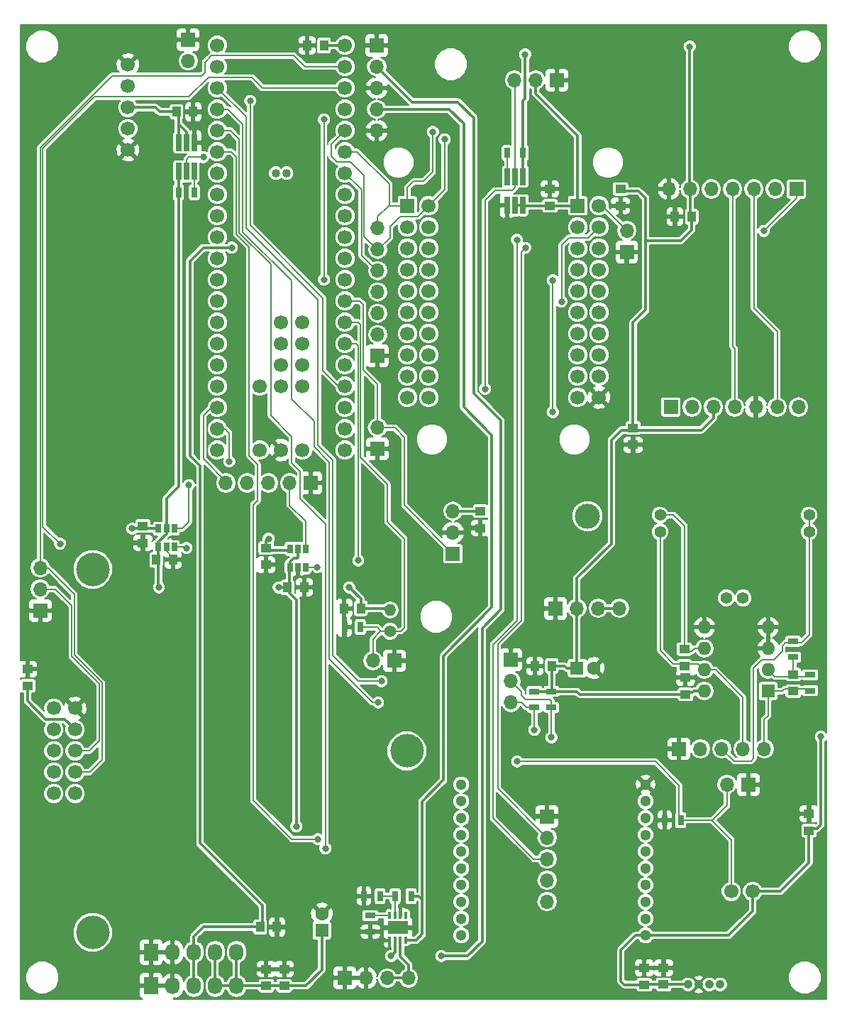
<source format=gtl>
G04 #@! TF.FileFunction,Copper,L1,Top,Signal*
%FSLAX46Y46*%
G04 Gerber Fmt 4.6, Leading zero omitted, Abs format (unit mm)*
G04 Created by KiCad (PCBNEW 4.0.6) date 10/30/17 03:38:26*
%MOMM*%
%LPD*%
G01*
G04 APERTURE LIST*
%ADD10C,0.100000*%
%ADD11C,0.838200*%
%ADD12R,1.700000X1.700000*%
%ADD13O,1.700000X1.700000*%
%ADD14C,1.400000*%
%ADD15O,1.400000X1.400000*%
%ADD16R,0.650000X1.060000*%
%ADD17R,1.600000X1.600000*%
%ADD18O,1.600000X1.600000*%
%ADD19R,1.727200X2.032000*%
%ADD20O,1.727200X2.032000*%
%ADD21R,0.700000X1.300000*%
%ADD22C,1.700000*%
%ADD23C,4.000000*%
%ADD24C,1.050000*%
%ADD25C,1.300000*%
%ADD26C,3.000000*%
%ADD27C,1.020000*%
%ADD28R,0.350000X0.850000*%
%ADD29R,2.400000X1.650000*%
%ADD30R,0.650000X2.000000*%
%ADD31R,1.250000X1.000000*%
%ADD32R,1.000000X1.250000*%
%ADD33R,1.300000X0.700000*%
%ADD34C,1.600000*%
%ADD35C,0.154000*%
%ADD36C,0.300000*%
%ADD37C,0.150000*%
G04 APERTURE END LIST*
D10*
D11*
X65610000Y98230000D03*
X55610000Y98230000D03*
X57460000Y105450000D03*
X67460000Y105450000D03*
X56960000Y112950000D03*
X66960000Y112950000D03*
X61960000Y82450000D03*
X61960000Y72450000D03*
X57960000Y87450000D03*
X57960000Y77450000D03*
X51960000Y89950000D03*
X51960000Y79950000D03*
X42460000Y50450000D03*
X52460000Y50450000D03*
X38960000Y60450000D03*
X48960000Y60450000D03*
X35460000Y24950000D03*
X35460000Y14950000D03*
X45460000Y14950000D03*
X45460000Y24950000D03*
X56960000Y17950000D03*
X56960000Y7950000D03*
X66960000Y7950000D03*
X66960000Y17950000D03*
X15460000Y32450000D03*
X15460000Y22450000D03*
X25460000Y22450000D03*
X25460000Y32450000D03*
X4960000Y71950000D03*
X4960000Y61950000D03*
X14960000Y61950000D03*
X14960000Y71950000D03*
X4960000Y96950000D03*
X4960000Y86950000D03*
X14960000Y86950000D03*
X14960000Y96950000D03*
X80460000Y63450000D03*
X80460000Y53450000D03*
X90460000Y53450000D03*
X90460000Y63450000D03*
X82460000Y85950000D03*
X82460000Y75950000D03*
X92460000Y75950000D03*
X92460000Y85950000D03*
X82460000Y110950000D03*
X82460000Y100950000D03*
X92460000Y100950000D03*
X92460000Y110950000D03*
D12*
X79000000Y30250000D03*
D13*
X81540000Y30250000D03*
X84080000Y30250000D03*
X86620000Y30250000D03*
X89160000Y30250000D03*
D12*
X87250000Y26000000D03*
D13*
X84710000Y26000000D03*
D14*
X44500000Y44250000D03*
D15*
X44500000Y46790000D03*
D16*
X16850000Y54300000D03*
X17800000Y54300000D03*
X18750000Y54300000D03*
X18750000Y56500000D03*
X16850000Y56500000D03*
X17800000Y56500000D03*
X32550000Y51900000D03*
X33500000Y51900000D03*
X34450000Y51900000D03*
X34450000Y54100000D03*
X32550000Y54100000D03*
X33500000Y54100000D03*
D17*
X89625000Y37125000D03*
D18*
X82005000Y44745000D03*
X89625000Y39665000D03*
X82005000Y42205000D03*
X89625000Y42205000D03*
X82005000Y39665000D03*
X89625000Y44745000D03*
X82005000Y37125000D03*
D19*
X16000000Y6000000D03*
D20*
X18540000Y6000000D03*
X21080000Y6000000D03*
X23620000Y6000000D03*
X26160000Y6000000D03*
D19*
X16000000Y2000000D03*
D20*
X18540000Y2000000D03*
X21080000Y2000000D03*
X23620000Y2000000D03*
X26160000Y2000000D03*
D12*
X72750000Y89500000D03*
D13*
X72750000Y92040000D03*
D12*
X43000000Y66000000D03*
D13*
X43000000Y68540000D03*
D12*
X45000000Y40750000D03*
D13*
X42460000Y40750000D03*
D12*
X58930000Y40860000D03*
D13*
X58930000Y38320000D03*
X58930000Y35780000D03*
D12*
X35050000Y61950000D03*
D13*
X32510000Y61950000D03*
X29970000Y61950000D03*
X27430000Y61950000D03*
X24890000Y61950000D03*
D12*
X2750000Y46750000D03*
D13*
X2750000Y49290000D03*
X2750000Y51830000D03*
D12*
X20400000Y114800000D03*
D13*
X20400000Y112260000D03*
D21*
X19250000Y96600000D03*
X21150000Y96600000D03*
D12*
X46570000Y95000000D03*
D22*
X49110000Y95000000D03*
X46570000Y92460000D03*
X49110000Y92460000D03*
X46570000Y89920000D03*
X49110000Y89920000D03*
X46570000Y87380000D03*
X49110000Y87380000D03*
X46570000Y84840000D03*
X49110000Y84840000D03*
X46570000Y82300000D03*
X49110000Y82300000D03*
X46570000Y79760000D03*
X49110000Y79760000D03*
X46570000Y77220000D03*
X49110000Y77220000D03*
X46570000Y74680000D03*
X49110000Y74680000D03*
X46570000Y72140000D03*
X49110000Y72140000D03*
D12*
X66890000Y95000000D03*
D22*
X69430000Y95000000D03*
X66890000Y92460000D03*
X69430000Y92460000D03*
X66890000Y89920000D03*
X69430000Y89920000D03*
X66890000Y87380000D03*
X69430000Y87380000D03*
X66890000Y84840000D03*
X69430000Y84840000D03*
X66890000Y82300000D03*
X69430000Y82300000D03*
X66890000Y79760000D03*
X69430000Y79760000D03*
X66890000Y77220000D03*
X69430000Y77220000D03*
X66890000Y74680000D03*
X69430000Y74680000D03*
X66890000Y72140000D03*
X69430000Y72140000D03*
D12*
X52000000Y53500000D03*
D13*
X52000000Y56040000D03*
X52000000Y58580000D03*
D22*
X85230000Y13250000D03*
X87770000Y13250000D03*
D14*
X84625000Y48235000D03*
X86625000Y48235000D03*
X76735000Y56125000D03*
X76735000Y58125000D03*
X94515000Y56125000D03*
X94515000Y58125000D03*
D22*
X6900000Y35080000D03*
X4360000Y35080000D03*
X6900000Y32540000D03*
X4360000Y32540000D03*
X6900000Y30000000D03*
X4360000Y30000000D03*
X6900000Y27460000D03*
X4360000Y27460000D03*
X6900000Y24920000D03*
X4360000Y24920000D03*
D23*
X46500000Y30000000D03*
X9000000Y8350000D03*
X9000000Y51650000D03*
D24*
X80070000Y2160000D03*
X81340000Y2160000D03*
X82610000Y2160000D03*
X83880000Y2160000D03*
D12*
X78000000Y71000000D03*
D13*
X80540000Y71000000D03*
X83080000Y71000000D03*
X85620000Y71000000D03*
X88160000Y71000000D03*
X90700000Y71000000D03*
X93240000Y71000000D03*
D12*
X93000000Y97000000D03*
D13*
X90460000Y97000000D03*
X87920000Y97000000D03*
X85380000Y97000000D03*
X82840000Y97000000D03*
X80300000Y97000000D03*
X77760000Y97000000D03*
D25*
X75000000Y8000000D03*
X75000000Y10000000D03*
X75000000Y12000000D03*
X75000000Y14000000D03*
X75000000Y16000000D03*
X75000000Y18000000D03*
X75000000Y20000000D03*
X75000000Y22000000D03*
X75000000Y24000000D03*
X75000000Y26000000D03*
X53000000Y26000000D03*
X53000000Y24000000D03*
X53000000Y22000000D03*
X53000000Y20000000D03*
X53000000Y18000000D03*
X53000000Y16000000D03*
X53000000Y14000000D03*
X53000000Y12000000D03*
X53000000Y10000000D03*
X53000000Y8000000D03*
D22*
X13200000Y111800000D03*
X13200000Y109260000D03*
X13200000Y106720000D03*
X13200000Y104180000D03*
X13200000Y101640000D03*
D12*
X64250000Y47000000D03*
D13*
X66790000Y47000000D03*
X69330000Y47000000D03*
X71870000Y47000000D03*
D26*
X68060000Y58000000D03*
D27*
X32135000Y98890000D03*
X30865000Y98890000D03*
X30865000Y98890000D03*
X32135000Y98890000D03*
X32135000Y98890000D03*
X30865000Y98890000D03*
X30865000Y98890000D03*
X32135000Y98890000D03*
D22*
X23880000Y114130000D03*
X23880000Y111590000D03*
X23880000Y109050000D03*
X23880000Y106510000D03*
X23880000Y103970000D03*
X23880000Y101430000D03*
X23880000Y98890000D03*
X23880000Y96350000D03*
X23880000Y93810000D03*
X23880000Y91270000D03*
X23880000Y88730000D03*
X23880000Y86190000D03*
X23880000Y83650000D03*
X23880000Y81110000D03*
X23880000Y78570000D03*
X23880000Y76030000D03*
X23880000Y73490000D03*
X23880000Y70950000D03*
X23880000Y68410000D03*
X23880000Y65870000D03*
X28960000Y65870000D03*
X31500000Y65870000D03*
X34040000Y65870000D03*
X31500000Y81110000D03*
X34040000Y81110000D03*
X31500000Y78570000D03*
X34040000Y78570000D03*
X31500000Y76030000D03*
X34040000Y76030000D03*
X28960000Y73490000D03*
X31500000Y73490000D03*
X34040000Y73490000D03*
X39120000Y65870000D03*
X39120000Y68410000D03*
X39120000Y70950000D03*
X39120000Y73490000D03*
X39120000Y76030000D03*
X39120000Y78570000D03*
X39120000Y81110000D03*
X39120000Y83650000D03*
X39120000Y86190000D03*
X39120000Y88730000D03*
X39120000Y91270000D03*
X39120000Y93810000D03*
X39120000Y96350000D03*
X39120000Y98890000D03*
X39120000Y101430000D03*
X39120000Y103970000D03*
X39120000Y106510000D03*
X39120000Y109050000D03*
X39120000Y111590000D03*
X39120000Y114130000D03*
D12*
X39090000Y2920000D03*
D13*
X41630000Y2920000D03*
X44170000Y2920000D03*
X46710000Y2920000D03*
D21*
X60380000Y101290000D03*
X58480000Y101290000D03*
D12*
X63240000Y22200000D03*
D13*
X63240000Y19660000D03*
X63240000Y17120000D03*
X63240000Y14580000D03*
X63240000Y12040000D03*
D28*
X46385000Y10395000D03*
X45735000Y10395000D03*
X45085000Y10395000D03*
X44435000Y10395000D03*
X44435000Y7445000D03*
X45085000Y7445000D03*
X45735000Y7445000D03*
X46385000Y7445000D03*
D29*
X45410000Y8920000D03*
D12*
X42910000Y114120000D03*
D13*
X42910000Y111580000D03*
X42910000Y109040000D03*
X42910000Y106500000D03*
X42910000Y103960000D03*
D30*
X21150000Y102510000D03*
X20200000Y102510000D03*
X19250000Y102510000D03*
X19250000Y99090000D03*
X20200000Y99090000D03*
X21150000Y99090000D03*
X58480000Y95030000D03*
X59430000Y95030000D03*
X60380000Y95030000D03*
X60380000Y98450000D03*
X59430000Y98450000D03*
X58480000Y98450000D03*
D31*
X29720000Y1990000D03*
X29720000Y3990000D03*
X31880000Y1990000D03*
X31880000Y3990000D03*
X79625000Y40125000D03*
X79625000Y42125000D03*
X92625000Y37125000D03*
X92625000Y39125000D03*
X74840000Y2130000D03*
X74840000Y4130000D03*
X73500000Y68500000D03*
X73500000Y66500000D03*
D32*
X80500000Y93700000D03*
X78500000Y93700000D03*
D31*
X55290000Y58580000D03*
X55290000Y56580000D03*
X94500000Y20500000D03*
X94500000Y22500000D03*
D32*
X41000000Y47000000D03*
X39000000Y47000000D03*
X63800000Y40130000D03*
X61800000Y40130000D03*
X19000000Y106200000D03*
X21000000Y106200000D03*
D31*
X1250000Y37750000D03*
X1250000Y39750000D03*
X79750000Y36750000D03*
X79750000Y38750000D03*
X63570000Y95000000D03*
X63570000Y97000000D03*
X72000000Y97000000D03*
X72000000Y95000000D03*
X77140000Y2150000D03*
X77140000Y4150000D03*
D32*
X36600000Y114110000D03*
X34600000Y114110000D03*
X16600000Y52800000D03*
X18600000Y52800000D03*
X32250000Y49500000D03*
X34250000Y49500000D03*
D31*
X15000000Y56800000D03*
X15000000Y54800000D03*
X29700000Y54200000D03*
X29700000Y52200000D03*
D32*
X29000000Y9000000D03*
X31000000Y9000000D03*
D21*
X40950000Y44750000D03*
X39050000Y44750000D03*
X79200000Y21750000D03*
X77300000Y21750000D03*
D33*
X94625000Y37175000D03*
X94625000Y39075000D03*
X63750000Y35190000D03*
X63750000Y37090000D03*
X61730000Y35190000D03*
X61730000Y37090000D03*
X92625000Y41175000D03*
X92625000Y43075000D03*
D21*
X45110000Y12700000D03*
X47010000Y12700000D03*
X41410000Y12690000D03*
X43310000Y12690000D03*
D33*
X42140000Y10370000D03*
X42140000Y8470000D03*
D17*
X66790000Y39870000D03*
D34*
X68790000Y39870000D03*
D17*
X36350000Y8600000D03*
D34*
X36350000Y10600000D03*
D12*
X43010000Y77110000D03*
D13*
X43010000Y79650000D03*
X43010000Y82190000D03*
X43010000Y84730000D03*
X43010000Y87270000D03*
X43010000Y89810000D03*
X43010000Y92350000D03*
D12*
X64410000Y109980000D03*
D13*
X61870000Y109980000D03*
X59330000Y109980000D03*
D11*
X21170000Y104540000D03*
X33300000Y21000000D03*
X16900000Y49500000D03*
X31200000Y49500000D03*
X49600000Y103800000D03*
X51000000Y102900000D03*
X39620000Y49500000D03*
X60630000Y113040000D03*
X80260000Y113980000D03*
X25600000Y90000000D03*
X30000000Y55300000D03*
X13700000Y56500000D03*
X95900000Y31700000D03*
X36600000Y86200000D03*
X36600000Y105280000D03*
X59680000Y28730000D03*
X40700000Y52700000D03*
X5100000Y54700000D03*
X35800000Y51900000D03*
X20200000Y54200000D03*
X63760000Y31610000D03*
X43470000Y38320000D03*
X61730000Y32510000D03*
X43060000Y35780000D03*
X63930000Y70400000D03*
X63930000Y86120000D03*
X89100000Y92000000D03*
X36780000Y18380000D03*
X35890000Y19480000D03*
X60642000Y89986000D03*
X59640000Y90930000D03*
X20500000Y61700000D03*
X25300000Y64500000D03*
X64960000Y83560000D03*
X27800000Y107500000D03*
X22200000Y100800000D03*
X55840000Y73160000D03*
X44620000Y5540000D03*
X50610000Y5540000D03*
D35*
X21150000Y102510000D02*
X21150000Y104520000D01*
X21150000Y104520000D02*
X21170000Y104540000D01*
X17800000Y54300000D02*
X17800000Y53800000D01*
X17800000Y53800000D02*
X18350000Y53250000D01*
X18350000Y53250000D02*
X18350000Y52800000D01*
D36*
X31880000Y1990000D02*
X34450000Y1990000D01*
X36350000Y3890000D02*
X36350000Y8600000D01*
X34450000Y1990000D02*
X36350000Y3890000D01*
X26160000Y2000000D02*
X23620000Y2000000D01*
X31880000Y1990000D02*
X29720000Y1990000D01*
X29720000Y1990000D02*
X29710000Y2000000D01*
X29710000Y2000000D02*
X26160000Y2000000D01*
X69330000Y47000000D02*
X69150000Y46820000D01*
X71870000Y47000000D02*
X69330000Y47000000D01*
X33300000Y48000000D02*
X33300000Y21000000D01*
X32500000Y48800000D02*
X33300000Y48000000D01*
X32500000Y49500000D02*
X32500000Y48800000D01*
X32500000Y49500000D02*
X31200000Y49500000D01*
X16850000Y49550000D02*
X16850000Y52800000D01*
X16900000Y49500000D02*
X16850000Y49550000D01*
X19250000Y96600000D02*
X19250000Y61550000D01*
X17800000Y60100000D02*
X17800000Y56500000D01*
X19250000Y61550000D02*
X17800000Y60100000D01*
X16850000Y54300000D02*
X16850000Y54950000D01*
X16850000Y54950000D02*
X17800000Y55900000D01*
X17800000Y55900000D02*
X17800000Y56500000D01*
X16850000Y54300000D02*
X16850000Y52800000D01*
X32550000Y51900000D02*
X32550000Y52550000D01*
X33500000Y53100000D02*
X33500000Y54100000D01*
X33400000Y53000000D02*
X33500000Y53100000D01*
X33000000Y53000000D02*
X33400000Y53000000D01*
X32550000Y52550000D02*
X33000000Y53000000D01*
X32500000Y49500000D02*
X32500000Y51850000D01*
X32500000Y51850000D02*
X32550000Y51900000D01*
X26160000Y6000000D02*
X26160000Y2000000D01*
X23620000Y6000000D02*
X23620000Y2000000D01*
X19250000Y99090000D02*
X19250000Y96600000D01*
D35*
X39120000Y101430000D02*
X40570000Y101430000D01*
X44390000Y97610000D02*
X44390000Y95000000D01*
X40570000Y101430000D02*
X44390000Y97610000D01*
X46570000Y95000000D02*
X44390000Y95000000D01*
X44390000Y95000000D02*
X44330000Y95000000D01*
X43010000Y93680000D02*
X43010000Y92350000D01*
X44330000Y95000000D02*
X43010000Y93680000D01*
X46570000Y97170000D02*
X46570000Y95000000D01*
X47300000Y97900000D02*
X46570000Y97170000D01*
X48500000Y97900000D02*
X47300000Y97900000D01*
X49600000Y99000000D02*
X48500000Y97900000D01*
X49600000Y103800000D02*
X49600000Y99000000D01*
X49110000Y95000000D02*
X51000000Y96890000D01*
X51000000Y96890000D02*
X51000000Y102900000D01*
X37500000Y102350000D02*
X39120000Y103970000D01*
X37500000Y100900000D02*
X37500000Y102350000D01*
X38200000Y100200000D02*
X37500000Y100900000D01*
X39800000Y100200000D02*
X38200000Y100200000D01*
X41400000Y98600000D02*
X39800000Y100200000D01*
X49110000Y95000000D02*
X47810000Y93700000D01*
X47810000Y93700000D02*
X45700000Y93700000D01*
X87920000Y97000000D02*
X87920000Y82780000D01*
X87920000Y82780000D02*
X90700000Y80000000D01*
X90700000Y80000000D02*
X90700000Y71000000D01*
X43000000Y89700000D02*
X41400000Y91300000D01*
X41400000Y91300000D02*
X41400000Y98600000D01*
X44500000Y91200000D02*
X43000000Y89700000D01*
X44500000Y92500000D02*
X44500000Y91200000D01*
X45700000Y93700000D02*
X44500000Y92500000D01*
D36*
X41000000Y47000000D02*
X41000000Y48120000D01*
X41000000Y48120000D02*
X39620000Y49500000D01*
X60380000Y101290000D02*
X60380000Y107540000D01*
X60630000Y107790000D02*
X60630000Y113040000D01*
X60380000Y107540000D02*
X60630000Y107790000D01*
X39120000Y114130000D02*
X36620000Y114130000D01*
X36620000Y114130000D02*
X36600000Y114110000D01*
X80260000Y113980000D02*
X80260000Y97040000D01*
X80260000Y97040000D02*
X80300000Y97000000D01*
X55290000Y58580000D02*
X52000000Y58580000D01*
X79750000Y36750000D02*
X67110000Y36750000D01*
X66770000Y37090000D02*
X63750000Y37090000D01*
X67110000Y36750000D02*
X66770000Y37090000D01*
X63800000Y40130000D02*
X63800000Y37140000D01*
X63800000Y37140000D02*
X63750000Y37090000D01*
X63750000Y37090000D02*
X61730000Y37090000D01*
X66790000Y39870000D02*
X65590000Y39870000D01*
X65330000Y40130000D02*
X63800000Y40130000D01*
X65590000Y39870000D02*
X65330000Y40130000D01*
X80500000Y93700000D02*
X80500000Y92130000D01*
X79200000Y90830000D02*
X75000000Y90830000D01*
X80500000Y92130000D02*
X79200000Y90830000D01*
X60380000Y101290000D02*
X60380000Y98450000D01*
X75000000Y8000000D02*
X73790000Y8000000D01*
X72470000Y2130000D02*
X75080000Y2130000D01*
X72050000Y2550000D02*
X72470000Y2130000D01*
X72050000Y6260000D02*
X72050000Y2550000D01*
X73790000Y8000000D02*
X72050000Y6260000D01*
X77140000Y2150000D02*
X75100000Y2150000D01*
X75100000Y2150000D02*
X75080000Y2130000D01*
X80070000Y2160000D02*
X77150000Y2160000D01*
X77150000Y2160000D02*
X77140000Y2150000D01*
X66790000Y47000000D02*
X66790000Y39870000D01*
X29250000Y9000000D02*
X29250000Y11550000D01*
X22200000Y90000000D02*
X25600000Y90000000D01*
X20600000Y88400000D02*
X22200000Y90000000D01*
X20600000Y65200000D02*
X20600000Y88400000D01*
X21800000Y64000000D02*
X20600000Y65200000D01*
X21800000Y19000000D02*
X21800000Y64000000D01*
X29250000Y11550000D02*
X21800000Y19000000D01*
X39140000Y114150000D02*
X39120000Y114130000D01*
X21080000Y6000000D02*
X21080000Y7880000D01*
X21080000Y7880000D02*
X22200000Y9000000D01*
X22200000Y9000000D02*
X29250000Y9000000D01*
X21080000Y6000000D02*
X21080000Y2000000D01*
X40750000Y47000000D02*
X44290000Y47000000D01*
X44290000Y47000000D02*
X44500000Y46790000D01*
X80300000Y97000000D02*
X80300000Y93750000D01*
X80300000Y93750000D02*
X80250000Y93700000D01*
X73500000Y68250000D02*
X73500000Y81100000D01*
X74150000Y96750000D02*
X72000000Y96750000D01*
X75000000Y95900000D02*
X74150000Y96750000D01*
X75000000Y82600000D02*
X75000000Y90830000D01*
X75000000Y90830000D02*
X75000000Y95900000D01*
X73500000Y81100000D02*
X75000000Y82600000D01*
X73500000Y68250000D02*
X81650000Y68250000D01*
X83080000Y69680000D02*
X83080000Y71000000D01*
X81650000Y68250000D02*
X83080000Y69680000D01*
X66790000Y47000000D02*
X66790000Y50590000D01*
X72150000Y68250000D02*
X73500000Y68250000D01*
X70900000Y67000000D02*
X72150000Y68250000D01*
X70900000Y54700000D02*
X70900000Y67000000D01*
X66790000Y50590000D02*
X70900000Y54700000D01*
X95900000Y31700000D02*
X95900000Y21200000D01*
X95900000Y21200000D02*
X95450000Y20750000D01*
X95450000Y20750000D02*
X94500000Y20750000D01*
X75000000Y8000000D02*
X84900000Y8000000D01*
X87770000Y10870000D02*
X87770000Y13250000D01*
X84900000Y8000000D02*
X87770000Y10870000D01*
X75050000Y7950000D02*
X75000000Y8000000D01*
X29700000Y55000000D02*
X30000000Y55300000D01*
X29700000Y53950000D02*
X29700000Y55000000D01*
X13750000Y56550000D02*
X15000000Y56550000D01*
X13700000Y56500000D02*
X13750000Y56550000D01*
X16850000Y56500000D02*
X15050000Y56500000D01*
X15050000Y56500000D02*
X15000000Y56550000D01*
X29700000Y53950000D02*
X32400000Y53950000D01*
X32400000Y53950000D02*
X32550000Y54100000D01*
X79750000Y37000000D02*
X80600000Y37000000D01*
X80600000Y37000000D02*
X80725000Y37125000D01*
X80725000Y37125000D02*
X82005000Y37125000D01*
X94500000Y20750000D02*
X94500000Y16700000D01*
X94500000Y16700000D02*
X91050000Y13250000D01*
X91050000Y13250000D02*
X87770000Y13250000D01*
X6900000Y32540000D02*
X5640000Y33800000D01*
X1250000Y35950000D02*
X1250000Y38000000D01*
X3400000Y33800000D02*
X1250000Y35950000D01*
X5640000Y33800000D02*
X3400000Y33800000D01*
D35*
X36600000Y97630000D02*
X36600000Y86200000D01*
X36600000Y105280000D02*
X36600000Y97630000D01*
X72750000Y92040000D02*
X69790000Y95000000D01*
X69790000Y95000000D02*
X69430000Y95000000D01*
X41091998Y96918002D02*
X39120000Y98890000D01*
X85380000Y97000000D02*
X85380000Y78220000D01*
X85620000Y77980000D02*
X85620000Y71000000D01*
X85380000Y78220000D02*
X85620000Y77980000D01*
X43000000Y87160000D02*
X41091998Y89068002D01*
X41091998Y89068002D02*
X41091998Y96918002D01*
X39120000Y83650000D02*
X40841998Y83650000D01*
X43000000Y73700000D02*
X43000000Y68540000D01*
X41291998Y75408002D02*
X43000000Y73700000D01*
X41291998Y83200000D02*
X41291998Y75408002D01*
X40841998Y83650000D02*
X41291998Y83200000D01*
X52000000Y53500000D02*
X46200000Y59300000D01*
X45060000Y68540000D02*
X43000000Y68540000D01*
X46200000Y67400000D02*
X45060000Y68540000D01*
X46200000Y59300000D02*
X46200000Y67400000D01*
X39120000Y81110000D02*
X40673996Y81110000D01*
X45750000Y44250000D02*
X44500000Y44250000D01*
X46200000Y44700000D02*
X45750000Y44250000D01*
X46200000Y55300000D02*
X46200000Y44700000D01*
X44200000Y57300000D02*
X46200000Y55300000D01*
X44200000Y61800000D02*
X44200000Y57300000D01*
X40983996Y65016004D02*
X44200000Y61800000D01*
X40983996Y80800000D02*
X40983996Y65016004D01*
X40673996Y81110000D02*
X40983996Y80800000D01*
X40750000Y44750000D02*
X42950000Y44750000D01*
X42950000Y44750000D02*
X43450000Y44250000D01*
X42460000Y40750000D02*
X42460000Y43360000D01*
X43350000Y44250000D02*
X43450000Y44250000D01*
X43450000Y44250000D02*
X44500000Y44250000D01*
X42460000Y43360000D02*
X43350000Y44250000D01*
X76165000Y28735000D02*
X59685000Y28735000D01*
X59685000Y28735000D02*
X59680000Y28730000D01*
X39120000Y78570000D02*
X40405994Y78570000D01*
X40405994Y78570000D02*
X40675994Y78300000D01*
X40675994Y78300000D02*
X40675994Y52724006D01*
X40675994Y52724006D02*
X40700000Y52700000D01*
X79000000Y25900000D02*
X79000000Y21750000D01*
X76165000Y28735000D02*
X79000000Y25900000D01*
X85230000Y13250000D02*
X85230000Y19370000D01*
X85230000Y19370000D02*
X82850000Y21750000D01*
X79000000Y21750000D02*
X82850000Y21750000D01*
X82850000Y21750000D02*
X82950000Y21750000D01*
X84710000Y23510000D02*
X84710000Y26000000D01*
X82950000Y21750000D02*
X84710000Y23510000D01*
X76735000Y56125000D02*
X76735000Y41965000D01*
X78325000Y40375000D02*
X79625000Y40375000D01*
X76735000Y41965000D02*
X78325000Y40375000D01*
X79625000Y40375000D02*
X81295000Y40375000D01*
X81295000Y40375000D02*
X82005000Y39665000D01*
X86620000Y30250000D02*
X86620000Y36380000D01*
X83335000Y39665000D02*
X82005000Y39665000D01*
X86620000Y36380000D02*
X83335000Y39665000D01*
X76735000Y58125000D02*
X78275000Y58125000D01*
X79625000Y56775000D02*
X79625000Y41875000D01*
X78275000Y58125000D02*
X79625000Y56775000D01*
X79625000Y41875000D02*
X80475000Y41875000D01*
X80805000Y42205000D02*
X82005000Y42205000D01*
X80475000Y41875000D02*
X80805000Y42205000D01*
X94515000Y56125000D02*
X94515000Y43815000D01*
X93575000Y42875000D02*
X92625000Y42875000D01*
X94515000Y43815000D02*
X93575000Y42875000D01*
X94515000Y58125000D02*
X94515000Y56125000D01*
X84080000Y30250000D02*
X85530000Y28800000D01*
X85530000Y28800000D02*
X87600000Y28800000D01*
X87600000Y28800000D02*
X87900000Y29100000D01*
X87900000Y29100000D02*
X87900000Y39900000D01*
X87900000Y39900000D02*
X88900000Y40900000D01*
X88900000Y40900000D02*
X90300000Y40900000D01*
X90300000Y40900000D02*
X91300000Y41900000D01*
X91300000Y41900000D02*
X91300000Y42500000D01*
X91300000Y42500000D02*
X91675000Y42875000D01*
X91675000Y42875000D02*
X92625000Y42875000D01*
X39120000Y109050000D02*
X29250000Y109050000D01*
X3058002Y56741998D02*
X5100000Y54700000D01*
X3058002Y101822422D02*
X3058002Y56741998D01*
X9235580Y108000000D02*
X3058002Y101822422D01*
X20500000Y108000000D02*
X9235580Y108000000D01*
X22800000Y110300000D02*
X20500000Y108000000D01*
X28000000Y110300000D02*
X22800000Y110300000D01*
X29250000Y109050000D02*
X28000000Y110300000D01*
X6900000Y30000000D02*
X8600000Y30000000D01*
X4510000Y49290000D02*
X2750000Y49290000D01*
X6500000Y47300000D02*
X4510000Y49290000D01*
X6500000Y41300000D02*
X6500000Y47300000D01*
X9800000Y38000000D02*
X6500000Y41300000D01*
X9800000Y31200000D02*
X9800000Y38000000D01*
X8600000Y30000000D02*
X9800000Y31200000D01*
X2750000Y51830000D02*
X2750000Y101950000D01*
X34310000Y111590000D02*
X39120000Y111590000D01*
X33000000Y112900000D02*
X34310000Y111590000D01*
X23200000Y112900000D02*
X33000000Y112900000D01*
X22400000Y112100000D02*
X23200000Y112900000D01*
X22400000Y110900000D02*
X22400000Y112100000D01*
X22000000Y110500000D02*
X22400000Y110900000D01*
X11300000Y110500000D02*
X22000000Y110500000D01*
X2750000Y101950000D02*
X11300000Y110500000D01*
X2750000Y51830000D02*
X3670000Y51830000D01*
X8660000Y27460000D02*
X6900000Y27460000D01*
X10108002Y28908002D02*
X8660000Y27460000D01*
X10108002Y38127578D02*
X10108002Y28908002D01*
X6808002Y41427578D02*
X10108002Y38127578D01*
X6808002Y48691998D02*
X6808002Y41427578D01*
X3670000Y51830000D02*
X6808002Y48691998D01*
X34450000Y51900000D02*
X35800000Y51900000D01*
X20100000Y54300000D02*
X20200000Y54200000D01*
X18750000Y54300000D02*
X20100000Y54300000D01*
X58930000Y38320000D02*
X60210000Y37040000D01*
X63750000Y35980000D02*
X63750000Y35190000D01*
X63570000Y36160000D02*
X63750000Y35980000D01*
X60720000Y36160000D02*
X63570000Y36160000D01*
X60210000Y36670000D02*
X60720000Y36160000D01*
X60210000Y37040000D02*
X60210000Y36670000D01*
X63760000Y31610000D02*
X63750000Y31620000D01*
X63750000Y31620000D02*
X63750000Y35190000D01*
X27320000Y105610000D02*
X27320000Y92360000D01*
X27320000Y92360000D02*
X35900000Y83780000D01*
X35900000Y83780000D02*
X35900000Y66450000D01*
X35900000Y66450000D02*
X37690000Y64660000D01*
X37690000Y64660000D02*
X37690000Y41360000D01*
X37690000Y41360000D02*
X40730000Y38320000D01*
X27320000Y105610000D02*
X23880000Y109050000D01*
X43470000Y38320000D02*
X40730000Y38320000D01*
X61730000Y32510000D02*
X61730000Y35190000D01*
X42400000Y35780000D02*
X37240000Y40940000D01*
X37240000Y40940000D02*
X37240000Y64440000D01*
X37240000Y64440000D02*
X35430000Y66250000D01*
X35430000Y66250000D02*
X35430000Y69290000D01*
X35430000Y69290000D02*
X32760000Y71960000D01*
X32760000Y71960000D02*
X32760000Y86050000D01*
X32760000Y86050000D02*
X26940000Y91870000D01*
X26940000Y91870000D02*
X26940000Y104720000D01*
X26940000Y104720000D02*
X25150000Y106510000D01*
X25150000Y106510000D02*
X23880000Y106510000D01*
X43060000Y35780000D02*
X42400000Y35780000D01*
X61730000Y35190000D02*
X60780000Y35190000D01*
X60190000Y35780000D02*
X58930000Y35780000D01*
X60780000Y35190000D02*
X60190000Y35780000D01*
X63930000Y86120000D02*
X63930000Y70400000D01*
X93000000Y95900000D02*
X93000000Y97000000D01*
X89100000Y92000000D02*
X93000000Y95900000D01*
X23880000Y103970000D02*
X25440000Y103970000D01*
X36780000Y57070000D02*
X36780000Y18380000D01*
X33760000Y60090000D02*
X36780000Y57070000D01*
X33760000Y63300000D02*
X33760000Y60090000D01*
X32770000Y64290000D02*
X33760000Y63300000D01*
X32770000Y67470000D02*
X32770000Y64290000D01*
X30250000Y69990000D02*
X32770000Y67470000D01*
X30250000Y88050000D02*
X30250000Y69990000D01*
X26500000Y91800000D02*
X30250000Y88050000D01*
X26500000Y102910000D02*
X26500000Y91800000D01*
X25440000Y103970000D02*
X26500000Y102910000D01*
X25550000Y101430000D02*
X23880000Y101430000D01*
X26160000Y100820000D02*
X25550000Y101430000D01*
X26160000Y91610000D02*
X26160000Y100820000D01*
X27700000Y90070000D02*
X26160000Y91610000D01*
X27700000Y65140000D02*
X27700000Y90070000D01*
X28690000Y64150000D02*
X27700000Y65140000D01*
X28690000Y59830000D02*
X28690000Y64150000D01*
X28170000Y59310000D02*
X28690000Y59830000D01*
X28170000Y24090000D02*
X28170000Y59310000D01*
X32780000Y19480000D02*
X28170000Y24090000D01*
X35890000Y19480000D02*
X32780000Y19480000D01*
X63240000Y19660000D02*
X57340000Y25560000D01*
X60134000Y89478000D02*
X60642000Y89986000D01*
X60134000Y45536000D02*
X60134000Y89478000D01*
X57340000Y42742000D02*
X60134000Y45536000D01*
X57340000Y25560000D02*
X57340000Y42742000D01*
X59640000Y90930000D02*
X59640000Y45500000D01*
X59640000Y45500000D02*
X56780000Y42640000D01*
X56780000Y42640000D02*
X56780000Y21980000D01*
X56780000Y21980000D02*
X61640000Y17120000D01*
X61640000Y17120000D02*
X63240000Y17120000D01*
X19700000Y56500000D02*
X18750000Y56500000D01*
X20500000Y57300000D02*
X19700000Y56500000D01*
X20500000Y61700000D02*
X20500000Y57300000D01*
X24890000Y62110000D02*
X22200000Y64800000D01*
X22200000Y70000000D02*
X22200000Y64800000D01*
X22200000Y70000000D02*
X23150000Y70950000D01*
X24890000Y62110000D02*
X24890000Y61950000D01*
X23880000Y70950000D02*
X23150000Y70950000D01*
X23880000Y68410000D02*
X24790000Y68410000D01*
X25300000Y67900000D02*
X25300000Y64500000D01*
X24790000Y68410000D02*
X25300000Y67900000D01*
X34450000Y54100000D02*
X34450000Y57350000D01*
X32510000Y59290000D02*
X32510000Y61950000D01*
X34450000Y57350000D02*
X32510000Y59290000D01*
X92625000Y37375000D02*
X94625000Y37375000D01*
X89625000Y37125000D02*
X91325000Y37125000D01*
X91575000Y37375000D02*
X92625000Y37375000D01*
X91325000Y37125000D02*
X91575000Y37375000D01*
X89160000Y30250000D02*
X89160000Y33760000D01*
X89625000Y34225000D02*
X89625000Y37125000D01*
X89160000Y33760000D02*
X89625000Y34225000D01*
X92625000Y38875000D02*
X92625000Y41375000D01*
X92625000Y38875000D02*
X94625000Y38875000D01*
X89625000Y39665000D02*
X90415000Y38875000D01*
X90415000Y38875000D02*
X92625000Y38875000D01*
X64960000Y83560000D02*
X64960000Y90310000D01*
X64960000Y90310000D02*
X65840000Y91190000D01*
X65840000Y91190000D02*
X68160000Y91190000D01*
X68160000Y91190000D02*
X69430000Y92460000D01*
X39120000Y73490000D02*
X38310000Y73490000D01*
X38310000Y73490000D02*
X36500000Y75300000D01*
X36500000Y75300000D02*
X36500000Y84000000D01*
X36500000Y84000000D02*
X27800000Y92700000D01*
X27800000Y92700000D02*
X27800000Y107500000D01*
X22200000Y100800000D02*
X20500000Y100800000D01*
X20500000Y100800000D02*
X20200000Y100500000D01*
X20200000Y100500000D02*
X20200000Y99090000D01*
X21150000Y99090000D02*
X21150000Y96600000D01*
D36*
X20200000Y102510000D02*
X20200000Y103800000D01*
X20200000Y103800000D02*
X19250000Y104750000D01*
X19250000Y106200000D02*
X17000000Y106200000D01*
X16480000Y106720000D02*
X13200000Y106720000D01*
X17000000Y106200000D02*
X16480000Y106720000D01*
X19250000Y102510000D02*
X19250000Y104750000D01*
X19250000Y104750000D02*
X19250000Y106200000D01*
X61870000Y109980000D02*
X61870000Y108380000D01*
X66890000Y103360000D02*
X66890000Y95000000D01*
X61870000Y108380000D02*
X66890000Y103360000D01*
X59430000Y95030000D02*
X60380000Y95030000D01*
X63570000Y95000000D02*
X60410000Y95000000D01*
X60410000Y95000000D02*
X60380000Y95030000D01*
X66890000Y95000000D02*
X63570000Y95000000D01*
X46710000Y2920000D02*
X46710000Y4510000D01*
X45735000Y5485000D02*
X45735000Y7445000D01*
X46710000Y4510000D02*
X45735000Y5485000D01*
X44170000Y2920000D02*
X46710000Y2920000D01*
D35*
X59390000Y110040000D02*
X59390000Y98490000D01*
X59430000Y97156000D02*
X59094000Y96820000D01*
X59094000Y96820000D02*
X57040000Y96820000D01*
X57040000Y96820000D02*
X55840000Y95620000D01*
X55840000Y95620000D02*
X55840000Y73160000D01*
X59430000Y97156000D02*
X59430000Y98450000D01*
X59390000Y98490000D02*
X59430000Y98450000D01*
X58480000Y98450000D02*
X58480000Y101290000D01*
X45110000Y12700000D02*
X43320000Y12700000D01*
X43320000Y12700000D02*
X43310000Y12690000D01*
X45085000Y10395000D02*
X45085000Y12675000D01*
X45085000Y12675000D02*
X45110000Y12700000D01*
D36*
X53280000Y70980000D02*
X56650000Y67610000D01*
X53280000Y104760000D02*
X53280000Y70980000D01*
X51540000Y106500000D02*
X53280000Y104760000D01*
X42910000Y106500000D02*
X51540000Y106500000D01*
X48320000Y23980000D02*
X50880000Y26540000D01*
X50880000Y26540000D02*
X50880000Y41340000D01*
X48320000Y23980000D02*
X48320000Y12280000D01*
X56650000Y47110000D02*
X50880000Y41340000D01*
X56650000Y67610000D02*
X56650000Y47110000D01*
X46385000Y7445000D02*
X47615000Y7445000D01*
X47900000Y12700000D02*
X47010000Y12700000D01*
X48340000Y12260000D02*
X48320000Y12280000D01*
X48320000Y12280000D02*
X47900000Y12700000D01*
X48340000Y8170000D02*
X48340000Y12260000D01*
X47615000Y7445000D02*
X48340000Y8170000D01*
D35*
X44435000Y10395000D02*
X42165000Y10395000D01*
X42165000Y10395000D02*
X42140000Y10370000D01*
D36*
X55480000Y7280000D02*
X55480000Y44620000D01*
X47110000Y107380000D02*
X52590000Y107380000D01*
X52590000Y107380000D02*
X54460000Y105510000D01*
X54460000Y105510000D02*
X54460000Y72630000D01*
X42910000Y111580000D02*
X47110000Y107380000D01*
X45085000Y6005000D02*
X44620000Y5540000D01*
X50610000Y5540000D02*
X53740000Y5540000D01*
X53740000Y5540000D02*
X55480000Y7280000D01*
X45085000Y6005000D02*
X45085000Y7445000D01*
X57720000Y69370000D02*
X54460000Y72630000D01*
X57720000Y46860000D02*
X57720000Y69370000D01*
X55480000Y44620000D02*
X57720000Y46860000D01*
D37*
G36*
X96575000Y32145838D02*
X96573597Y32149234D01*
X96350409Y32372812D01*
X96058649Y32493962D01*
X95742737Y32494237D01*
X95450766Y32373597D01*
X95227188Y32150409D01*
X95106038Y31858649D01*
X95105763Y31542737D01*
X95226403Y31250766D01*
X95375000Y31101909D01*
X95375000Y23527482D01*
X95240966Y23583000D01*
X94824750Y23583000D01*
X94679000Y23437250D01*
X94679000Y22679000D01*
X94699000Y22679000D01*
X94699000Y22321000D01*
X94679000Y22321000D01*
X94679000Y21562750D01*
X94824750Y21417000D01*
X95240966Y21417000D01*
X95375000Y21472518D01*
X95375000Y21417462D01*
X95295145Y21337607D01*
X95273754Y21352223D01*
X95125000Y21382346D01*
X93875000Y21382346D01*
X93736034Y21356198D01*
X93608401Y21274069D01*
X93522777Y21148754D01*
X93492654Y21000000D01*
X93492654Y20000000D01*
X93518802Y19861034D01*
X93600931Y19733401D01*
X93726246Y19647777D01*
X93875000Y19617654D01*
X93975000Y19617654D01*
X93975000Y16917462D01*
X90832538Y13775000D01*
X88878526Y13775000D01*
X88809110Y13943000D01*
X88464813Y14287899D01*
X88014737Y14474787D01*
X87527401Y14475212D01*
X87077000Y14289110D01*
X86732101Y13944813D01*
X86545213Y13494737D01*
X86544788Y13007401D01*
X86730890Y12557000D01*
X87075187Y12212101D01*
X87245000Y12141588D01*
X87245000Y11087462D01*
X84682538Y8525000D01*
X75892126Y8525000D01*
X75869459Y8579857D01*
X75581374Y8868446D01*
X75264243Y9000131D01*
X75579857Y9130541D01*
X75868446Y9418626D01*
X76024822Y9795220D01*
X76025178Y10202991D01*
X75869459Y10579857D01*
X75581374Y10868446D01*
X75264243Y11000131D01*
X75579857Y11130541D01*
X75868446Y11418626D01*
X76024822Y11795220D01*
X76025178Y12202991D01*
X75869459Y12579857D01*
X75581374Y12868446D01*
X75264243Y13000131D01*
X75579857Y13130541D01*
X75868446Y13418626D01*
X76024822Y13795220D01*
X76025178Y14202991D01*
X75869459Y14579857D01*
X75581374Y14868446D01*
X75264243Y15000131D01*
X75579857Y15130541D01*
X75868446Y15418626D01*
X76024822Y15795220D01*
X76025178Y16202991D01*
X75869459Y16579857D01*
X75581374Y16868446D01*
X75264243Y17000131D01*
X75579857Y17130541D01*
X75868446Y17418626D01*
X76024822Y17795220D01*
X76025178Y18202991D01*
X75869459Y18579857D01*
X75581374Y18868446D01*
X75264243Y19000131D01*
X75579857Y19130541D01*
X75868446Y19418626D01*
X76024822Y19795220D01*
X76025178Y20202991D01*
X75869459Y20579857D01*
X75581374Y20868446D01*
X75264243Y21000131D01*
X75579857Y21130541D01*
X75868446Y21418626D01*
X75871196Y21425250D01*
X76367000Y21425250D01*
X76367000Y20984034D01*
X76455756Y20769757D01*
X76619757Y20605756D01*
X76834034Y20517000D01*
X76979250Y20517000D01*
X77125000Y20662750D01*
X77125000Y21571000D01*
X77475000Y21571000D01*
X77475000Y20662750D01*
X77620750Y20517000D01*
X77765966Y20517000D01*
X77980243Y20605756D01*
X78144244Y20769757D01*
X78233000Y20984034D01*
X78233000Y21425250D01*
X78087250Y21571000D01*
X77475000Y21571000D01*
X77125000Y21571000D01*
X76512750Y21571000D01*
X76367000Y21425250D01*
X75871196Y21425250D01*
X76024822Y21795220D01*
X76025178Y22202991D01*
X75895859Y22515966D01*
X76367000Y22515966D01*
X76367000Y22074750D01*
X76512750Y21929000D01*
X77125000Y21929000D01*
X77125000Y22837250D01*
X77475000Y22837250D01*
X77475000Y21929000D01*
X78087250Y21929000D01*
X78233000Y22074750D01*
X78233000Y22515966D01*
X78144244Y22730243D01*
X77980243Y22894244D01*
X77765966Y22983000D01*
X77620750Y22983000D01*
X77475000Y22837250D01*
X77125000Y22837250D01*
X76979250Y22983000D01*
X76834034Y22983000D01*
X76619757Y22894244D01*
X76455756Y22730243D01*
X76367000Y22515966D01*
X75895859Y22515966D01*
X75869459Y22579857D01*
X75581374Y22868446D01*
X75264243Y23000131D01*
X75579857Y23130541D01*
X75868446Y23418626D01*
X76024822Y23795220D01*
X76025178Y24202991D01*
X75869459Y24579857D01*
X75581374Y24868446D01*
X75560299Y24877197D01*
X75586595Y24888089D01*
X75649051Y25097805D01*
X75000000Y25746856D01*
X74350949Y25097805D01*
X74413405Y24888089D01*
X74443539Y24879126D01*
X74420143Y24869459D01*
X74131554Y24581374D01*
X73975178Y24204780D01*
X73974822Y23797009D01*
X74130541Y23420143D01*
X74418626Y23131554D01*
X74735757Y22999869D01*
X74420143Y22869459D01*
X74131554Y22581374D01*
X73975178Y22204780D01*
X73974822Y21797009D01*
X74130541Y21420143D01*
X74418626Y21131554D01*
X74735757Y20999869D01*
X74420143Y20869459D01*
X74131554Y20581374D01*
X73975178Y20204780D01*
X73974822Y19797009D01*
X74130541Y19420143D01*
X74418626Y19131554D01*
X74735757Y18999869D01*
X74420143Y18869459D01*
X74131554Y18581374D01*
X73975178Y18204780D01*
X73974822Y17797009D01*
X74130541Y17420143D01*
X74418626Y17131554D01*
X74735757Y16999869D01*
X74420143Y16869459D01*
X74131554Y16581374D01*
X73975178Y16204780D01*
X73974822Y15797009D01*
X74130541Y15420143D01*
X74418626Y15131554D01*
X74735757Y14999869D01*
X74420143Y14869459D01*
X74131554Y14581374D01*
X73975178Y14204780D01*
X73974822Y13797009D01*
X74130541Y13420143D01*
X74418626Y13131554D01*
X74735757Y12999869D01*
X74420143Y12869459D01*
X74131554Y12581374D01*
X73975178Y12204780D01*
X73974822Y11797009D01*
X74130541Y11420143D01*
X74418626Y11131554D01*
X74735757Y10999869D01*
X74420143Y10869459D01*
X74131554Y10581374D01*
X73975178Y10204780D01*
X73974822Y9797009D01*
X74130541Y9420143D01*
X74418626Y9131554D01*
X74735757Y8999869D01*
X74420143Y8869459D01*
X74131554Y8581374D01*
X74108145Y8525000D01*
X73790000Y8525000D01*
X73589091Y8485037D01*
X73418769Y8371231D01*
X71678769Y6631231D01*
X71564963Y6460909D01*
X71525000Y6260000D01*
X71525000Y2550000D01*
X71564963Y2349091D01*
X71678769Y2178769D01*
X72098769Y1758769D01*
X72269091Y1644963D01*
X72470000Y1605000D01*
X73837358Y1605000D01*
X73858802Y1491034D01*
X73940931Y1363401D01*
X74066246Y1277777D01*
X74215000Y1247654D01*
X75465000Y1247654D01*
X75603966Y1273802D01*
X75731599Y1355931D01*
X75817223Y1481246D01*
X75846333Y1625000D01*
X76137358Y1625000D01*
X76158802Y1511034D01*
X76240931Y1383401D01*
X76366246Y1297777D01*
X76515000Y1267654D01*
X77765000Y1267654D01*
X77903966Y1293802D01*
X78031599Y1375931D01*
X78117223Y1501246D01*
X78144308Y1635000D01*
X79322401Y1635000D01*
X79559525Y1397462D01*
X79890194Y1260157D01*
X80248236Y1259844D01*
X80464675Y1349275D01*
X80782419Y1349275D01*
X80829178Y1152380D01*
X81253661Y1033597D01*
X81691289Y1086299D01*
X81850822Y1152380D01*
X81897581Y1349275D01*
X81340000Y1906856D01*
X80782419Y1349275D01*
X80464675Y1349275D01*
X80579143Y1396572D01*
X80832538Y1649525D01*
X80969843Y1980194D01*
X80969898Y2043042D01*
X81086856Y2160000D01*
X81593144Y2160000D01*
X81709898Y2043246D01*
X81709844Y1981764D01*
X81846572Y1650857D01*
X82099525Y1397462D01*
X82430194Y1260157D01*
X82788236Y1259844D01*
X83119143Y1396572D01*
X83244998Y1522207D01*
X83369525Y1397462D01*
X83700194Y1260157D01*
X84058236Y1259844D01*
X84389143Y1396572D01*
X84642538Y1649525D01*
X84779843Y1980194D01*
X84780156Y2338236D01*
X84668332Y2608872D01*
X92024657Y2608872D01*
X92324700Y1882714D01*
X92879791Y1326652D01*
X93605425Y1025343D01*
X94391128Y1024657D01*
X95117286Y1324700D01*
X95673348Y1879791D01*
X95974657Y2605425D01*
X95975343Y3391128D01*
X95675300Y4117286D01*
X95120209Y4673348D01*
X94394575Y4974657D01*
X93608872Y4975343D01*
X92882714Y4675300D01*
X92326652Y4120209D01*
X92025343Y3394575D01*
X92024657Y2608872D01*
X84668332Y2608872D01*
X84643428Y2669143D01*
X84390475Y2922538D01*
X84059806Y3059843D01*
X83701764Y3060156D01*
X83370857Y2923428D01*
X83245002Y2797793D01*
X83120475Y2922538D01*
X82789806Y3059843D01*
X82431764Y3060156D01*
X82100857Y2923428D01*
X81847462Y2670475D01*
X81710157Y2339806D01*
X81710102Y2276958D01*
X81593144Y2160000D01*
X81086856Y2160000D01*
X80970102Y2276754D01*
X80970156Y2338236D01*
X80833428Y2669143D01*
X80580475Y2922538D01*
X80464428Y2970725D01*
X80782419Y2970725D01*
X81340000Y2413144D01*
X81897581Y2970725D01*
X81850822Y3167620D01*
X81426339Y3286403D01*
X80988711Y3233701D01*
X80829178Y3167620D01*
X80782419Y2970725D01*
X80464428Y2970725D01*
X80249806Y3059843D01*
X79891764Y3060156D01*
X79560857Y2923428D01*
X79322012Y2685000D01*
X78140760Y2685000D01*
X78121198Y2788966D01*
X78039069Y2916599D01*
X77913754Y3002223D01*
X77765000Y3032346D01*
X76515000Y3032346D01*
X76376034Y3006198D01*
X76248401Y2924069D01*
X76162777Y2798754D01*
X76137717Y2675000D01*
X75838879Y2675000D01*
X75821198Y2768966D01*
X75739069Y2896599D01*
X75613754Y2982223D01*
X75465000Y3012346D01*
X74215000Y3012346D01*
X74076034Y2986198D01*
X73948401Y2904069D01*
X73862777Y2778754D01*
X73837717Y2655000D01*
X72687462Y2655000D01*
X72575000Y2767462D01*
X72575000Y3805250D01*
X73632000Y3805250D01*
X73632000Y3514034D01*
X73720756Y3299757D01*
X73884757Y3135756D01*
X74099034Y3047000D01*
X74515250Y3047000D01*
X74661000Y3192750D01*
X74661000Y3951000D01*
X75019000Y3951000D01*
X75019000Y3192750D01*
X75164750Y3047000D01*
X75580966Y3047000D01*
X75795243Y3135756D01*
X75959244Y3299757D01*
X75994142Y3384009D01*
X76020756Y3319757D01*
X76184757Y3155756D01*
X76399034Y3067000D01*
X76815250Y3067000D01*
X76961000Y3212750D01*
X76961000Y3971000D01*
X77319000Y3971000D01*
X77319000Y3212750D01*
X77464750Y3067000D01*
X77880966Y3067000D01*
X78095243Y3155756D01*
X78259244Y3319757D01*
X78348000Y3534034D01*
X78348000Y3825250D01*
X78202250Y3971000D01*
X77319000Y3971000D01*
X76961000Y3971000D01*
X76077750Y3971000D01*
X75980000Y3873250D01*
X75902250Y3951000D01*
X75019000Y3951000D01*
X74661000Y3951000D01*
X73777750Y3951000D01*
X73632000Y3805250D01*
X72575000Y3805250D01*
X72575000Y4745966D01*
X73632000Y4745966D01*
X73632000Y4454750D01*
X73777750Y4309000D01*
X74661000Y4309000D01*
X74661000Y5067250D01*
X75019000Y5067250D01*
X75019000Y4309000D01*
X75902250Y4309000D01*
X76000000Y4406750D01*
X76077750Y4329000D01*
X76961000Y4329000D01*
X76961000Y5087250D01*
X77319000Y5087250D01*
X77319000Y4329000D01*
X78202250Y4329000D01*
X78348000Y4474750D01*
X78348000Y4765966D01*
X78259244Y4980243D01*
X78095243Y5144244D01*
X77880966Y5233000D01*
X77464750Y5233000D01*
X77319000Y5087250D01*
X76961000Y5087250D01*
X76815250Y5233000D01*
X76399034Y5233000D01*
X76184757Y5144244D01*
X76020756Y4980243D01*
X75985858Y4895991D01*
X75959244Y4960243D01*
X75795243Y5124244D01*
X75580966Y5213000D01*
X75164750Y5213000D01*
X75019000Y5067250D01*
X74661000Y5067250D01*
X74515250Y5213000D01*
X74099034Y5213000D01*
X73884757Y5124244D01*
X73720756Y4960243D01*
X73632000Y4745966D01*
X72575000Y4745966D01*
X72575000Y6042538D01*
X74007462Y7475000D01*
X74107874Y7475000D01*
X74130541Y7420143D01*
X74418626Y7131554D01*
X74795220Y6975178D01*
X75202991Y6974822D01*
X75579857Y7130541D01*
X75868446Y7418626D01*
X75891855Y7475000D01*
X84900000Y7475000D01*
X85100909Y7514963D01*
X85271231Y7628769D01*
X88141231Y10498769D01*
X88255037Y10669091D01*
X88295000Y10870000D01*
X88295000Y12141474D01*
X88463000Y12210890D01*
X88807899Y12555187D01*
X88878412Y12725000D01*
X91050000Y12725000D01*
X91250909Y12764963D01*
X91421231Y12878769D01*
X94871231Y16328769D01*
X94985037Y16499091D01*
X95025000Y16700000D01*
X95025000Y19617654D01*
X95125000Y19617654D01*
X95263966Y19643802D01*
X95391599Y19725931D01*
X95477223Y19851246D01*
X95507346Y20000000D01*
X95507346Y20236407D01*
X95650909Y20264963D01*
X95821231Y20378769D01*
X96271231Y20828769D01*
X96385037Y20999091D01*
X96425000Y21200000D01*
X96425000Y31102037D01*
X96572812Y31249591D01*
X96575000Y31254860D01*
X96575000Y425000D01*
X18719002Y425000D01*
X18719002Y559123D01*
X18941355Y457792D01*
X19367803Y662972D01*
X19758128Y1069933D01*
X19912121Y1464810D01*
X19935683Y1346357D01*
X20204178Y944527D01*
X20606008Y676032D01*
X21080000Y581749D01*
X21553992Y676032D01*
X21955822Y944527D01*
X22224317Y1346357D01*
X22318600Y1820349D01*
X22318600Y2179651D01*
X22224317Y2653643D01*
X21955822Y3055473D01*
X21605000Y3289885D01*
X21605000Y4710115D01*
X21955822Y4944527D01*
X22224317Y5346357D01*
X22318600Y5820349D01*
X22318600Y6179651D01*
X22381400Y6179651D01*
X22381400Y5820349D01*
X22475683Y5346357D01*
X22744178Y4944527D01*
X23095000Y4710115D01*
X23095000Y3289885D01*
X22744178Y3055473D01*
X22475683Y2653643D01*
X22381400Y2179651D01*
X22381400Y1820349D01*
X22475683Y1346357D01*
X22744178Y944527D01*
X23146008Y676032D01*
X23620000Y581749D01*
X24093992Y676032D01*
X24495822Y944527D01*
X24764317Y1346357D01*
X24789906Y1475000D01*
X24990094Y1475000D01*
X25015683Y1346357D01*
X25284178Y944527D01*
X25686008Y676032D01*
X26160000Y581749D01*
X26633992Y676032D01*
X27035822Y944527D01*
X27304317Y1346357D01*
X27329906Y1475000D01*
X28715476Y1475000D01*
X28738802Y1351034D01*
X28820931Y1223401D01*
X28946246Y1137777D01*
X29095000Y1107654D01*
X30345000Y1107654D01*
X30483966Y1133802D01*
X30611599Y1215931D01*
X30697223Y1341246D01*
X30722283Y1465000D01*
X30877358Y1465000D01*
X30898802Y1351034D01*
X30980931Y1223401D01*
X31106246Y1137777D01*
X31255000Y1107654D01*
X32505000Y1107654D01*
X32643966Y1133802D01*
X32771599Y1215931D01*
X32857223Y1341246D01*
X32882283Y1465000D01*
X34450000Y1465000D01*
X34650909Y1504963D01*
X34821231Y1618769D01*
X35797712Y2595250D01*
X37657000Y2595250D01*
X37657000Y1954034D01*
X37745756Y1739757D01*
X37909757Y1575756D01*
X38124034Y1487000D01*
X38765250Y1487000D01*
X38911000Y1632750D01*
X38911000Y2741000D01*
X39269000Y2741000D01*
X39269000Y1632750D01*
X39414750Y1487000D01*
X40055966Y1487000D01*
X40270243Y1575756D01*
X40434244Y1739757D01*
X40523000Y1954034D01*
X40523000Y2014609D01*
X40939106Y1664534D01*
X41230789Y1543730D01*
X41451000Y1645256D01*
X41451000Y2741000D01*
X39269000Y2741000D01*
X38911000Y2741000D01*
X37802750Y2741000D01*
X37657000Y2595250D01*
X35797712Y2595250D01*
X36721231Y3518769D01*
X36835037Y3689091D01*
X36874197Y3885966D01*
X37657000Y3885966D01*
X37657000Y3244750D01*
X37802750Y3099000D01*
X38911000Y3099000D01*
X38911000Y4207250D01*
X39269000Y4207250D01*
X39269000Y3099000D01*
X41451000Y3099000D01*
X41451000Y4194744D01*
X41230789Y4296270D01*
X40939106Y4175466D01*
X40523000Y3825391D01*
X40523000Y3885966D01*
X40434244Y4100243D01*
X40270243Y4264244D01*
X40055966Y4353000D01*
X39414750Y4353000D01*
X39269000Y4207250D01*
X38911000Y4207250D01*
X38765250Y4353000D01*
X38124034Y4353000D01*
X37909757Y4264244D01*
X37745756Y4100243D01*
X37657000Y3885966D01*
X36874197Y3885966D01*
X36875000Y3890000D01*
X36875000Y7120250D01*
X43677000Y7120250D01*
X43677000Y6904034D01*
X43765756Y6689757D01*
X43929757Y6525756D01*
X44144034Y6437000D01*
X44201750Y6437000D01*
X44347500Y6582750D01*
X44347500Y7266000D01*
X43822750Y7266000D01*
X43677000Y7120250D01*
X36875000Y7120250D01*
X36875000Y7417654D01*
X37150000Y7417654D01*
X37288966Y7443802D01*
X37416599Y7525931D01*
X37502223Y7651246D01*
X37532346Y7800000D01*
X37532346Y8149250D01*
X40907000Y8149250D01*
X40907000Y8004034D01*
X40995756Y7789757D01*
X41159757Y7625756D01*
X41374034Y7537000D01*
X41815250Y7537000D01*
X41961000Y7682750D01*
X41961000Y8295000D01*
X42319000Y8295000D01*
X42319000Y7682750D01*
X42464750Y7537000D01*
X42905966Y7537000D01*
X43120243Y7625756D01*
X43284244Y7789757D01*
X43373000Y8004034D01*
X43373000Y8149250D01*
X43227250Y8295000D01*
X42319000Y8295000D01*
X41961000Y8295000D01*
X41052750Y8295000D01*
X40907000Y8149250D01*
X37532346Y8149250D01*
X37532346Y8935966D01*
X40907000Y8935966D01*
X40907000Y8790750D01*
X41052750Y8645000D01*
X41961000Y8645000D01*
X41961000Y9257250D01*
X42319000Y9257250D01*
X42319000Y8645000D01*
X43227250Y8645000D01*
X43373000Y8790750D01*
X43373000Y8935966D01*
X43284244Y9150243D01*
X43120243Y9314244D01*
X42905966Y9403000D01*
X42464750Y9403000D01*
X42319000Y9257250D01*
X41961000Y9257250D01*
X41815250Y9403000D01*
X41374034Y9403000D01*
X41159757Y9314244D01*
X40995756Y9150243D01*
X40907000Y8935966D01*
X37532346Y8935966D01*
X37532346Y9400000D01*
X37506198Y9538966D01*
X37424069Y9666599D01*
X37414936Y9672839D01*
X37472622Y9730525D01*
X37361596Y9841551D01*
X37586776Y9922686D01*
X37751829Y10447537D01*
X37727786Y10720000D01*
X41107654Y10720000D01*
X41107654Y10020000D01*
X41133802Y9881034D01*
X41215931Y9753401D01*
X41341246Y9667777D01*
X41490000Y9637654D01*
X42790000Y9637654D01*
X42928966Y9663802D01*
X43056599Y9745931D01*
X43142223Y9871246D01*
X43156753Y9943000D01*
X43660979Y9943000D01*
X43627000Y9860966D01*
X43627000Y9244750D01*
X43772750Y9099000D01*
X45231000Y9099000D01*
X45231000Y9119000D01*
X45589000Y9119000D01*
X45589000Y9099000D01*
X47047250Y9099000D01*
X47193000Y9244750D01*
X47193000Y9860966D01*
X47104244Y10075243D01*
X46942346Y10237141D01*
X46942346Y10820000D01*
X46916198Y10958966D01*
X46834069Y11086599D01*
X46708754Y11172223D01*
X46560000Y11202346D01*
X46352141Y11202346D01*
X46240243Y11314244D01*
X46025966Y11403000D01*
X45968250Y11403000D01*
X45822500Y11257250D01*
X45822500Y10574000D01*
X45827654Y10574000D01*
X45827654Y10328000D01*
X45734750Y10328000D01*
X45642346Y10235596D01*
X45642346Y10574000D01*
X45647500Y10574000D01*
X45647500Y11257250D01*
X45537000Y11367750D01*
X45537000Y11682142D01*
X45598966Y11693802D01*
X45726599Y11775931D01*
X45812223Y11901246D01*
X45842346Y12050000D01*
X45842346Y13350000D01*
X45816198Y13488966D01*
X45734069Y13616599D01*
X45608754Y13702223D01*
X45460000Y13732346D01*
X44760000Y13732346D01*
X44621034Y13706198D01*
X44493401Y13624069D01*
X44407777Y13498754D01*
X44377654Y13350000D01*
X44377654Y13152000D01*
X44042346Y13152000D01*
X44042346Y13340000D01*
X44016198Y13478966D01*
X43934069Y13606599D01*
X43808754Y13692223D01*
X43660000Y13722346D01*
X42960000Y13722346D01*
X42821034Y13696198D01*
X42693401Y13614069D01*
X42607777Y13488754D01*
X42577654Y13340000D01*
X42577654Y12040000D01*
X42603802Y11901034D01*
X42685931Y11773401D01*
X42811246Y11687777D01*
X42960000Y11657654D01*
X43660000Y11657654D01*
X43798966Y11683802D01*
X43926599Y11765931D01*
X44012223Y11891246D01*
X44042346Y12040000D01*
X44042346Y12248000D01*
X44377654Y12248000D01*
X44377654Y12050000D01*
X44403802Y11911034D01*
X44485931Y11783401D01*
X44611246Y11697777D01*
X44633000Y11693372D01*
X44633000Y11197688D01*
X44610000Y11202346D01*
X44260000Y11202346D01*
X44121034Y11176198D01*
X43993401Y11094069D01*
X43907777Y10968754D01*
X43883122Y10847000D01*
X43148450Y10847000D01*
X43146198Y10858966D01*
X43064069Y10986599D01*
X42938754Y11072223D01*
X42790000Y11102346D01*
X41490000Y11102346D01*
X41351034Y11076198D01*
X41223401Y10994069D01*
X41137777Y10868754D01*
X41107654Y10720000D01*
X37727786Y10720000D01*
X37703466Y10995599D01*
X37586776Y11277314D01*
X37361594Y11358450D01*
X36603144Y10600000D01*
X36617287Y10585857D01*
X36364143Y10332713D01*
X36350000Y10346856D01*
X36335858Y10332713D01*
X36082714Y10585857D01*
X36096856Y10600000D01*
X35338406Y11358450D01*
X35113224Y11277314D01*
X34948171Y10752463D01*
X34996534Y10204401D01*
X35113224Y9922686D01*
X35338404Y9841551D01*
X35227378Y9730525D01*
X35283664Y9674239D01*
X35283401Y9674069D01*
X35197777Y9548754D01*
X35167654Y9400000D01*
X35167654Y7800000D01*
X35193802Y7661034D01*
X35275931Y7533401D01*
X35401246Y7447777D01*
X35550000Y7417654D01*
X35825000Y7417654D01*
X35825000Y4107462D01*
X34232538Y2515000D01*
X32882642Y2515000D01*
X32861198Y2628966D01*
X32779069Y2756599D01*
X32653754Y2842223D01*
X32505000Y2872346D01*
X31255000Y2872346D01*
X31116034Y2846198D01*
X30988401Y2764069D01*
X30902777Y2638754D01*
X30877717Y2515000D01*
X30722642Y2515000D01*
X30701198Y2628966D01*
X30619069Y2756599D01*
X30493754Y2842223D01*
X30345000Y2872346D01*
X29095000Y2872346D01*
X28956034Y2846198D01*
X28828401Y2764069D01*
X28742777Y2638754D01*
X28719742Y2525000D01*
X27329906Y2525000D01*
X27304317Y2653643D01*
X27035822Y3055473D01*
X26685000Y3289885D01*
X26685000Y3665250D01*
X28512000Y3665250D01*
X28512000Y3374034D01*
X28600756Y3159757D01*
X28764757Y2995756D01*
X28979034Y2907000D01*
X29395250Y2907000D01*
X29541000Y3052750D01*
X29541000Y3811000D01*
X29899000Y3811000D01*
X29899000Y3052750D01*
X30044750Y2907000D01*
X30460966Y2907000D01*
X30675243Y2995756D01*
X30800000Y3120513D01*
X30924757Y2995756D01*
X31139034Y2907000D01*
X31555250Y2907000D01*
X31701000Y3052750D01*
X31701000Y3811000D01*
X32059000Y3811000D01*
X32059000Y3052750D01*
X32204750Y2907000D01*
X32620966Y2907000D01*
X32835243Y2995756D01*
X32999244Y3159757D01*
X33088000Y3374034D01*
X33088000Y3665250D01*
X32942250Y3811000D01*
X32059000Y3811000D01*
X31701000Y3811000D01*
X30817750Y3811000D01*
X30800000Y3793250D01*
X30782250Y3811000D01*
X29899000Y3811000D01*
X29541000Y3811000D01*
X28657750Y3811000D01*
X28512000Y3665250D01*
X26685000Y3665250D01*
X26685000Y4605966D01*
X28512000Y4605966D01*
X28512000Y4314750D01*
X28657750Y4169000D01*
X29541000Y4169000D01*
X29541000Y4927250D01*
X29899000Y4927250D01*
X29899000Y4169000D01*
X30782250Y4169000D01*
X30800000Y4186750D01*
X30817750Y4169000D01*
X31701000Y4169000D01*
X31701000Y4927250D01*
X32059000Y4927250D01*
X32059000Y4169000D01*
X32942250Y4169000D01*
X33088000Y4314750D01*
X33088000Y4605966D01*
X32999244Y4820243D01*
X32835243Y4984244D01*
X32620966Y5073000D01*
X32204750Y5073000D01*
X32059000Y4927250D01*
X31701000Y4927250D01*
X31555250Y5073000D01*
X31139034Y5073000D01*
X30924757Y4984244D01*
X30800000Y4859487D01*
X30675243Y4984244D01*
X30460966Y5073000D01*
X30044750Y5073000D01*
X29899000Y4927250D01*
X29541000Y4927250D01*
X29395250Y5073000D01*
X28979034Y5073000D01*
X28764757Y4984244D01*
X28600756Y4820243D01*
X28512000Y4605966D01*
X26685000Y4605966D01*
X26685000Y4710115D01*
X27035822Y4944527D01*
X27304317Y5346357D01*
X27398600Y5820349D01*
X27398600Y6179651D01*
X27304317Y6653643D01*
X27035822Y7055473D01*
X26633992Y7323968D01*
X26160000Y7418251D01*
X25686008Y7323968D01*
X25284178Y7055473D01*
X25015683Y6653643D01*
X24921400Y6179651D01*
X24921400Y5820349D01*
X25015683Y5346357D01*
X25284178Y4944527D01*
X25635000Y4710115D01*
X25635000Y3289885D01*
X25284178Y3055473D01*
X25015683Y2653643D01*
X24990094Y2525000D01*
X24789906Y2525000D01*
X24764317Y2653643D01*
X24495822Y3055473D01*
X24145000Y3289885D01*
X24145000Y4710115D01*
X24495822Y4944527D01*
X24764317Y5346357D01*
X24858600Y5820349D01*
X24858600Y6179651D01*
X24764317Y6653643D01*
X24495822Y7055473D01*
X24093992Y7323968D01*
X23620000Y7418251D01*
X23146008Y7323968D01*
X22744178Y7055473D01*
X22475683Y6653643D01*
X22381400Y6179651D01*
X22318600Y6179651D01*
X22224317Y6653643D01*
X21955822Y7055473D01*
X21605000Y7289885D01*
X21605000Y7662538D01*
X22417462Y8475000D01*
X28117654Y8475000D01*
X28117654Y8375000D01*
X28143802Y8236034D01*
X28225931Y8108401D01*
X28351246Y8022777D01*
X28500000Y7992654D01*
X29500000Y7992654D01*
X29638966Y8018802D01*
X29766599Y8100931D01*
X29852223Y8226246D01*
X29882346Y8375000D01*
X29882346Y8675250D01*
X29917000Y8675250D01*
X29917000Y8259034D01*
X30005756Y8044757D01*
X30169757Y7880756D01*
X30384034Y7792000D01*
X30675250Y7792000D01*
X30821000Y7937750D01*
X30821000Y8821000D01*
X31179000Y8821000D01*
X31179000Y7937750D01*
X31324750Y7792000D01*
X31615966Y7792000D01*
X31830243Y7880756D01*
X31994244Y8044757D01*
X32083000Y8259034D01*
X32083000Y8675250D01*
X31937250Y8821000D01*
X31179000Y8821000D01*
X30821000Y8821000D01*
X30062750Y8821000D01*
X29917000Y8675250D01*
X29882346Y8675250D01*
X29882346Y9625000D01*
X29860526Y9740966D01*
X29917000Y9740966D01*
X29917000Y9324750D01*
X30062750Y9179000D01*
X30821000Y9179000D01*
X30821000Y10062250D01*
X31179000Y10062250D01*
X31179000Y9179000D01*
X31937250Y9179000D01*
X32083000Y9324750D01*
X32083000Y9740966D01*
X31994244Y9955243D01*
X31830243Y10119244D01*
X31615966Y10208000D01*
X31324750Y10208000D01*
X31179000Y10062250D01*
X30821000Y10062250D01*
X30675250Y10208000D01*
X30384034Y10208000D01*
X30169757Y10119244D01*
X30005756Y9955243D01*
X29917000Y9740966D01*
X29860526Y9740966D01*
X29856198Y9763966D01*
X29775000Y9890152D01*
X29775000Y11550000D01*
X29762749Y11611594D01*
X35591550Y11611594D01*
X36350000Y10853144D01*
X37108450Y11611594D01*
X37027314Y11836776D01*
X36502463Y12001829D01*
X35954401Y11953466D01*
X35672686Y11836776D01*
X35591550Y11611594D01*
X29762749Y11611594D01*
X29735037Y11750909D01*
X29621231Y11921231D01*
X29177212Y12365250D01*
X40477000Y12365250D01*
X40477000Y11924034D01*
X40565756Y11709757D01*
X40729757Y11545756D01*
X40944034Y11457000D01*
X41089250Y11457000D01*
X41235000Y11602750D01*
X41235000Y12511000D01*
X41585000Y12511000D01*
X41585000Y11602750D01*
X41730750Y11457000D01*
X41875966Y11457000D01*
X42090243Y11545756D01*
X42254244Y11709757D01*
X42343000Y11924034D01*
X42343000Y12365250D01*
X42197250Y12511000D01*
X41585000Y12511000D01*
X41235000Y12511000D01*
X40622750Y12511000D01*
X40477000Y12365250D01*
X29177212Y12365250D01*
X28086496Y13455966D01*
X40477000Y13455966D01*
X40477000Y13014750D01*
X40622750Y12869000D01*
X41235000Y12869000D01*
X41235000Y13777250D01*
X41585000Y13777250D01*
X41585000Y12869000D01*
X42197250Y12869000D01*
X42343000Y13014750D01*
X42343000Y13455966D01*
X42254244Y13670243D01*
X42090243Y13834244D01*
X41875966Y13923000D01*
X41730750Y13923000D01*
X41585000Y13777250D01*
X41235000Y13777250D01*
X41089250Y13923000D01*
X40944034Y13923000D01*
X40729757Y13834244D01*
X40565756Y13670243D01*
X40477000Y13455966D01*
X28086496Y13455966D01*
X22325000Y19217462D01*
X22325000Y64000000D01*
X22316117Y64044659D01*
X23822231Y62538544D01*
X23758248Y62442786D01*
X23665000Y61973999D01*
X23665000Y61926001D01*
X23758248Y61457214D01*
X24023794Y61059795D01*
X24421213Y60794249D01*
X24890000Y60701001D01*
X25358787Y60794249D01*
X25756206Y61059795D01*
X26021752Y61457214D01*
X26115000Y61926001D01*
X26115000Y61973999D01*
X26021752Y62442786D01*
X25756206Y62840205D01*
X25358787Y63105751D01*
X24890000Y63198999D01*
X24514848Y63124376D01*
X22652000Y64987224D01*
X22652000Y68167401D01*
X22654788Y68167401D01*
X22840890Y67717000D01*
X23185187Y67372101D01*
X23635263Y67185213D01*
X24122599Y67184788D01*
X24573000Y67370890D01*
X24848000Y67645410D01*
X24848000Y66634234D01*
X24574813Y66907899D01*
X24124737Y67094787D01*
X23637401Y67095212D01*
X23187000Y66909110D01*
X22842101Y66564813D01*
X22655213Y66114737D01*
X22654788Y65627401D01*
X22840890Y65177000D01*
X23185187Y64832101D01*
X23635263Y64645213D01*
X24122599Y64644788D01*
X24573000Y64830890D01*
X24580787Y64838663D01*
X24506038Y64658649D01*
X24505763Y64342737D01*
X24626403Y64050766D01*
X24849591Y63827188D01*
X25141351Y63706038D01*
X25457263Y63705763D01*
X25749234Y63826403D01*
X25972812Y64049591D01*
X26093962Y64341351D01*
X26094237Y64657263D01*
X25973597Y64949234D01*
X25752000Y65171218D01*
X25752000Y67900000D01*
X25717594Y68072973D01*
X25619612Y68219612D01*
X25109612Y68729612D01*
X25059577Y68763045D01*
X24919110Y69103000D01*
X24574813Y69447899D01*
X24124737Y69634787D01*
X23637401Y69635212D01*
X23187000Y69449110D01*
X22842101Y69104813D01*
X22655213Y68654737D01*
X22654788Y68167401D01*
X22652000Y68167401D01*
X22652000Y69812776D01*
X22968445Y70129221D01*
X23185187Y69912101D01*
X23635263Y69725213D01*
X24122599Y69724788D01*
X24573000Y69910890D01*
X24917899Y70255187D01*
X25104787Y70705263D01*
X25105212Y71192599D01*
X24919110Y71643000D01*
X24574813Y71987899D01*
X24124737Y72174787D01*
X23637401Y72175212D01*
X23187000Y71989110D01*
X22842101Y71644813D01*
X22655213Y71194737D01*
X22655125Y71094349D01*
X21880388Y70319612D01*
X21782406Y70172973D01*
X21748000Y70000000D01*
X21748000Y64800000D01*
X21749375Y64793087D01*
X21125000Y65417462D01*
X21125000Y73247401D01*
X22654788Y73247401D01*
X22840890Y72797000D01*
X23185187Y72452101D01*
X23635263Y72265213D01*
X24122599Y72264788D01*
X24573000Y72450890D01*
X24917899Y72795187D01*
X25104787Y73245263D01*
X25105212Y73732599D01*
X24919110Y74183000D01*
X24574813Y74527899D01*
X24124737Y74714787D01*
X23637401Y74715212D01*
X23187000Y74529110D01*
X22842101Y74184813D01*
X22655213Y73734737D01*
X22654788Y73247401D01*
X21125000Y73247401D01*
X21125000Y75787401D01*
X22654788Y75787401D01*
X22840890Y75337000D01*
X23185187Y74992101D01*
X23635263Y74805213D01*
X24122599Y74804788D01*
X24573000Y74990890D01*
X24917899Y75335187D01*
X25104787Y75785263D01*
X25105212Y76272599D01*
X24919110Y76723000D01*
X24574813Y77067899D01*
X24124737Y77254787D01*
X23637401Y77255212D01*
X23187000Y77069110D01*
X22842101Y76724813D01*
X22655213Y76274737D01*
X22654788Y75787401D01*
X21125000Y75787401D01*
X21125000Y78327401D01*
X22654788Y78327401D01*
X22840890Y77877000D01*
X23185187Y77532101D01*
X23635263Y77345213D01*
X24122599Y77344788D01*
X24573000Y77530890D01*
X24917899Y77875187D01*
X25104787Y78325263D01*
X25105212Y78812599D01*
X24919110Y79263000D01*
X24574813Y79607899D01*
X24124737Y79794787D01*
X23637401Y79795212D01*
X23187000Y79609110D01*
X22842101Y79264813D01*
X22655213Y78814737D01*
X22654788Y78327401D01*
X21125000Y78327401D01*
X21125000Y80867401D01*
X22654788Y80867401D01*
X22840890Y80417000D01*
X23185187Y80072101D01*
X23635263Y79885213D01*
X24122599Y79884788D01*
X24573000Y80070890D01*
X24917899Y80415187D01*
X25104787Y80865263D01*
X25105212Y81352599D01*
X24919110Y81803000D01*
X24574813Y82147899D01*
X24124737Y82334787D01*
X23637401Y82335212D01*
X23187000Y82149110D01*
X22842101Y81804813D01*
X22655213Y81354737D01*
X22654788Y80867401D01*
X21125000Y80867401D01*
X21125000Y83407401D01*
X22654788Y83407401D01*
X22840890Y82957000D01*
X23185187Y82612101D01*
X23635263Y82425213D01*
X24122599Y82424788D01*
X24573000Y82610890D01*
X24917899Y82955187D01*
X25104787Y83405263D01*
X25105212Y83892599D01*
X24919110Y84343000D01*
X24574813Y84687899D01*
X24124737Y84874787D01*
X23637401Y84875212D01*
X23187000Y84689110D01*
X22842101Y84344813D01*
X22655213Y83894737D01*
X22654788Y83407401D01*
X21125000Y83407401D01*
X21125000Y85947401D01*
X22654788Y85947401D01*
X22840890Y85497000D01*
X23185187Y85152101D01*
X23635263Y84965213D01*
X24122599Y84964788D01*
X24573000Y85150890D01*
X24917899Y85495187D01*
X25104787Y85945263D01*
X25105212Y86432599D01*
X24919110Y86883000D01*
X24574813Y87227899D01*
X24124737Y87414787D01*
X23637401Y87415212D01*
X23187000Y87229110D01*
X22842101Y86884813D01*
X22655213Y86434737D01*
X22654788Y85947401D01*
X21125000Y85947401D01*
X21125000Y88182538D01*
X22417462Y89475000D01*
X22892376Y89475000D01*
X22842101Y89424813D01*
X22655213Y88974737D01*
X22654788Y88487401D01*
X22840890Y88037000D01*
X23185187Y87692101D01*
X23635263Y87505213D01*
X24122599Y87504788D01*
X24573000Y87690890D01*
X24917899Y88035187D01*
X25104787Y88485263D01*
X25105212Y88972599D01*
X24919110Y89423000D01*
X24867201Y89475000D01*
X25002037Y89475000D01*
X25149591Y89327188D01*
X25441351Y89206038D01*
X25757263Y89205763D01*
X26049234Y89326403D01*
X26272812Y89549591D01*
X26393962Y89841351D01*
X26394237Y90157263D01*
X26273597Y90449234D01*
X26050409Y90672812D01*
X25758649Y90793962D01*
X25442737Y90794237D01*
X25150766Y90673597D01*
X25001909Y90525000D01*
X24867624Y90525000D01*
X24917899Y90575187D01*
X25104787Y91025263D01*
X25105212Y91512599D01*
X24919110Y91963000D01*
X24574813Y92307899D01*
X24124737Y92494787D01*
X23637401Y92495212D01*
X23187000Y92309110D01*
X22842101Y91964813D01*
X22655213Y91514737D01*
X22654788Y91027401D01*
X22840890Y90577000D01*
X22892799Y90525000D01*
X22200000Y90525000D01*
X21999091Y90485037D01*
X21828769Y90371231D01*
X20228769Y88771231D01*
X20114963Y88600909D01*
X20075000Y88400000D01*
X20075000Y65200000D01*
X20114963Y64999091D01*
X20228769Y64828769D01*
X21275000Y63782538D01*
X21275000Y61903820D01*
X21173597Y62149234D01*
X20950409Y62372812D01*
X20658649Y62493962D01*
X20342737Y62494237D01*
X20050766Y62373597D01*
X19827188Y62150409D01*
X19775000Y62024727D01*
X19775000Y93567401D01*
X22654788Y93567401D01*
X22840890Y93117000D01*
X23185187Y92772101D01*
X23635263Y92585213D01*
X24122599Y92584788D01*
X24573000Y92770890D01*
X24917899Y93115187D01*
X25104787Y93565263D01*
X25105212Y94052599D01*
X24919110Y94503000D01*
X24574813Y94847899D01*
X24124737Y95034787D01*
X23637401Y95035212D01*
X23187000Y94849110D01*
X22842101Y94504813D01*
X22655213Y94054737D01*
X22654788Y93567401D01*
X19775000Y93567401D01*
X19775000Y95616989D01*
X19866599Y95675931D01*
X19952223Y95801246D01*
X19982346Y95950000D01*
X19982346Y97250000D01*
X19956198Y97388966D01*
X19874069Y97516599D01*
X19775000Y97584290D01*
X19775000Y97727904D01*
X19875000Y97707654D01*
X20525000Y97707654D01*
X20663966Y97733802D01*
X20673286Y97739799D01*
X20676246Y97737777D01*
X20698000Y97733372D01*
X20698000Y97613154D01*
X20661034Y97606198D01*
X20533401Y97524069D01*
X20447777Y97398754D01*
X20417654Y97250000D01*
X20417654Y95950000D01*
X20443802Y95811034D01*
X20525931Y95683401D01*
X20651246Y95597777D01*
X20800000Y95567654D01*
X21500000Y95567654D01*
X21638966Y95593802D01*
X21766599Y95675931D01*
X21852223Y95801246D01*
X21882346Y95950000D01*
X21882346Y96107401D01*
X22654788Y96107401D01*
X22840890Y95657000D01*
X23185187Y95312101D01*
X23635263Y95125213D01*
X24122599Y95124788D01*
X24573000Y95310890D01*
X24917899Y95655187D01*
X25104787Y96105263D01*
X25105212Y96592599D01*
X24919110Y97043000D01*
X24574813Y97387899D01*
X24124737Y97574787D01*
X23637401Y97575212D01*
X23187000Y97389110D01*
X22842101Y97044813D01*
X22655213Y96594737D01*
X22654788Y96107401D01*
X21882346Y96107401D01*
X21882346Y97250000D01*
X21856198Y97388966D01*
X21774069Y97516599D01*
X21648754Y97602223D01*
X21602000Y97611691D01*
X21602000Y97731550D01*
X21613966Y97733802D01*
X21741599Y97815931D01*
X21827223Y97941246D01*
X21857346Y98090000D01*
X21857346Y98647401D01*
X22654788Y98647401D01*
X22840890Y98197000D01*
X23185187Y97852101D01*
X23635263Y97665213D01*
X24122599Y97664788D01*
X24573000Y97850890D01*
X24917899Y98195187D01*
X25104787Y98645263D01*
X25105212Y99132599D01*
X24919110Y99583000D01*
X24574813Y99927899D01*
X24124737Y100114787D01*
X23637401Y100115212D01*
X23187000Y99929110D01*
X22842101Y99584813D01*
X22655213Y99134737D01*
X22654788Y98647401D01*
X21857346Y98647401D01*
X21857346Y100082444D01*
X22041351Y100006038D01*
X22357263Y100005763D01*
X22649234Y100126403D01*
X22872812Y100349591D01*
X22977044Y100600608D01*
X23185187Y100392101D01*
X23635263Y100205213D01*
X24122599Y100204788D01*
X24573000Y100390890D01*
X24917899Y100735187D01*
X25018724Y100978000D01*
X25362776Y100978000D01*
X25708000Y100632776D01*
X25708000Y91610000D01*
X25742406Y91437027D01*
X25840388Y91290388D01*
X27248000Y89882776D01*
X27248000Y65140000D01*
X27282406Y64967027D01*
X27380388Y64820388D01*
X28238000Y63962775D01*
X28238000Y62879097D01*
X27898787Y63105751D01*
X27430000Y63198999D01*
X26961213Y63105751D01*
X26563794Y62840205D01*
X26298248Y62442786D01*
X26205000Y61973999D01*
X26205000Y61926001D01*
X26298248Y61457214D01*
X26563794Y61059795D01*
X26961213Y60794249D01*
X27430000Y60701001D01*
X27898787Y60794249D01*
X28238000Y61020903D01*
X28238000Y60017224D01*
X27850388Y59629612D01*
X27752406Y59482973D01*
X27718000Y59310000D01*
X27718000Y24090000D01*
X27752406Y23917027D01*
X27850388Y23770388D01*
X32460388Y19160387D01*
X32607027Y19062406D01*
X32780000Y19028000D01*
X35219164Y19028000D01*
X35439591Y18807188D01*
X35731351Y18686038D01*
X36047125Y18685763D01*
X35986038Y18538649D01*
X35985763Y18222737D01*
X36106403Y17930766D01*
X36329591Y17707188D01*
X36621351Y17586038D01*
X36937263Y17585763D01*
X37229234Y17706403D01*
X37452812Y17929591D01*
X37573962Y18221351D01*
X37574237Y18537263D01*
X37453597Y18829234D01*
X37232000Y19051218D01*
X37232000Y29529656D01*
X44124589Y29529656D01*
X44485399Y28656428D01*
X45152914Y27987747D01*
X46025511Y27625413D01*
X46970344Y27624589D01*
X47843572Y27985399D01*
X48512253Y28652914D01*
X48874587Y29525511D01*
X48875411Y30470344D01*
X48514601Y31343572D01*
X47847086Y32012253D01*
X46974489Y32374587D01*
X46029656Y32375411D01*
X45156428Y32014601D01*
X44487747Y31347086D01*
X44125413Y30474489D01*
X44124589Y29529656D01*
X37232000Y29529656D01*
X37232000Y40308776D01*
X42080388Y35460388D01*
X42227027Y35362406D01*
X42386480Y35330689D01*
X42609591Y35107188D01*
X42901351Y34986038D01*
X43217263Y34985763D01*
X43509234Y35106403D01*
X43732812Y35329591D01*
X43853962Y35621351D01*
X43854237Y35937263D01*
X43733597Y36229234D01*
X43510409Y36452812D01*
X43218649Y36573962D01*
X42902737Y36574237D01*
X42610766Y36453597D01*
X42488090Y36331134D01*
X40951224Y37868000D01*
X42799164Y37868000D01*
X43019591Y37647188D01*
X43311351Y37526038D01*
X43627263Y37525763D01*
X43919234Y37646403D01*
X44142812Y37869591D01*
X44263962Y38161351D01*
X44264237Y38477263D01*
X44143597Y38769234D01*
X43920409Y38992812D01*
X43628649Y39113962D01*
X43312737Y39114237D01*
X43020766Y38993597D01*
X42798782Y38772000D01*
X40917224Y38772000D01*
X38142000Y41547224D01*
X38142000Y43923678D01*
X38205756Y43769757D01*
X38369757Y43605756D01*
X38584034Y43517000D01*
X38729250Y43517000D01*
X38875000Y43662750D01*
X38875000Y44571000D01*
X39225000Y44571000D01*
X39225000Y43662750D01*
X39370750Y43517000D01*
X39515966Y43517000D01*
X39730243Y43605756D01*
X39894244Y43769757D01*
X39983000Y43984034D01*
X39983000Y44425250D01*
X39837250Y44571000D01*
X39225000Y44571000D01*
X38875000Y44571000D01*
X38851000Y44571000D01*
X38851000Y44929000D01*
X38875000Y44929000D01*
X38875000Y45837250D01*
X38797750Y45914500D01*
X38821000Y45937750D01*
X38821000Y46821000D01*
X39179000Y46821000D01*
X39179000Y45937750D01*
X39252250Y45864500D01*
X39225000Y45837250D01*
X39225000Y44929000D01*
X39837250Y44929000D01*
X39983000Y45074750D01*
X39983000Y45515966D01*
X39894244Y45730243D01*
X39769070Y45855417D01*
X39830243Y45880756D01*
X39994244Y46044757D01*
X40083000Y46259034D01*
X40083000Y46675250D01*
X39937250Y46821000D01*
X39179000Y46821000D01*
X38821000Y46821000D01*
X38801000Y46821000D01*
X38801000Y47179000D01*
X38821000Y47179000D01*
X38821000Y48062250D01*
X39179000Y48062250D01*
X39179000Y47179000D01*
X39937250Y47179000D01*
X40083000Y47324750D01*
X40083000Y47740966D01*
X39994244Y47955243D01*
X39830243Y48119244D01*
X39615966Y48208000D01*
X39324750Y48208000D01*
X39179000Y48062250D01*
X38821000Y48062250D01*
X38675250Y48208000D01*
X38384034Y48208000D01*
X38169757Y48119244D01*
X38142000Y48091487D01*
X38142000Y49342737D01*
X38825763Y49342737D01*
X38946403Y49050766D01*
X39169591Y48827188D01*
X39461351Y48706038D01*
X39671683Y48705855D01*
X40390749Y47986789D01*
X40361034Y47981198D01*
X40233401Y47899069D01*
X40147777Y47773754D01*
X40117654Y47625000D01*
X40117654Y46375000D01*
X40143802Y46236034D01*
X40225931Y46108401D01*
X40351246Y46022777D01*
X40500000Y45992654D01*
X41500000Y45992654D01*
X41638966Y46018802D01*
X41766599Y46100931D01*
X41852223Y46226246D01*
X41882346Y46375000D01*
X41882346Y46475000D01*
X43483469Y46475000D01*
X43506830Y46357555D01*
X43739860Y46008800D01*
X44088615Y45775770D01*
X44500000Y45693940D01*
X44911385Y45775770D01*
X45260140Y46008800D01*
X45493170Y46357555D01*
X45575000Y46768940D01*
X45575000Y46811060D01*
X45493170Y47222445D01*
X45260140Y47571200D01*
X44911385Y47804230D01*
X44500000Y47886060D01*
X44088615Y47804230D01*
X43739860Y47571200D01*
X43708990Y47525000D01*
X41882346Y47525000D01*
X41882346Y47625000D01*
X41856198Y47763966D01*
X41774069Y47891599D01*
X41648754Y47977223D01*
X41525000Y48002283D01*
X41525000Y48120000D01*
X41485037Y48320909D01*
X41371231Y48491231D01*
X40414055Y49448407D01*
X40414237Y49657263D01*
X40293597Y49949234D01*
X40070409Y50172812D01*
X39778649Y50293962D01*
X39462737Y50294237D01*
X39170766Y50173597D01*
X38947188Y49950409D01*
X38826038Y49658649D01*
X38825763Y49342737D01*
X38142000Y49342737D01*
X38142000Y64660000D01*
X38107594Y64832973D01*
X38009612Y64979612D01*
X36352000Y66637224D01*
X36352000Y74808776D01*
X37894804Y73265971D01*
X37894788Y73247401D01*
X38080890Y72797000D01*
X38425187Y72452101D01*
X38875263Y72265213D01*
X39362599Y72264788D01*
X39813000Y72450890D01*
X40157899Y72795187D01*
X40223994Y72954361D01*
X40223994Y71485969D01*
X40159110Y71643000D01*
X39814813Y71987899D01*
X39364737Y72174787D01*
X38877401Y72175212D01*
X38427000Y71989110D01*
X38082101Y71644813D01*
X37895213Y71194737D01*
X37894788Y70707401D01*
X38080890Y70257000D01*
X38425187Y69912101D01*
X38875263Y69725213D01*
X39362599Y69724788D01*
X39813000Y69910890D01*
X40157899Y70255187D01*
X40223994Y70414361D01*
X40223994Y68945969D01*
X40159110Y69103000D01*
X39814813Y69447899D01*
X39364737Y69634787D01*
X38877401Y69635212D01*
X38427000Y69449110D01*
X38082101Y69104813D01*
X37895213Y68654737D01*
X37894788Y68167401D01*
X38080890Y67717000D01*
X38425187Y67372101D01*
X38875263Y67185213D01*
X39362599Y67184788D01*
X39813000Y67370890D01*
X40157899Y67715187D01*
X40223994Y67874361D01*
X40223994Y66405969D01*
X40159110Y66563000D01*
X39814813Y66907899D01*
X39364737Y67094787D01*
X38877401Y67095212D01*
X38427000Y66909110D01*
X38082101Y66564813D01*
X37895213Y66114737D01*
X37894788Y65627401D01*
X38080890Y65177000D01*
X38425187Y64832101D01*
X38875263Y64645213D01*
X39362599Y64644788D01*
X39813000Y64830890D01*
X40157899Y65175187D01*
X40223994Y65334361D01*
X40223994Y53346872D01*
X40027188Y53150409D01*
X39906038Y52858649D01*
X39905763Y52542737D01*
X40026403Y52250766D01*
X40249591Y52027188D01*
X40541351Y51906038D01*
X40857263Y51905763D01*
X41149234Y52026403D01*
X41372812Y52249591D01*
X41493962Y52541351D01*
X41494237Y52857263D01*
X41373597Y53149234D01*
X41150409Y53372812D01*
X41127994Y53382120D01*
X41127994Y64232782D01*
X43748000Y61612775D01*
X43748000Y57300000D01*
X43782406Y57127027D01*
X43880388Y56980388D01*
X45748000Y55112776D01*
X45748000Y44887224D01*
X45562776Y44702000D01*
X45476389Y44702000D01*
X45411872Y44858143D01*
X45109733Y45160809D01*
X44714769Y45324813D01*
X44287107Y45325186D01*
X43891857Y45161872D01*
X43589191Y44859733D01*
X43557004Y44782220D01*
X43269612Y45069612D01*
X43122973Y45167594D01*
X42950000Y45202000D01*
X41682346Y45202000D01*
X41682346Y45400000D01*
X41656198Y45538966D01*
X41574069Y45666599D01*
X41448754Y45752223D01*
X41300000Y45782346D01*
X40600000Y45782346D01*
X40461034Y45756198D01*
X40333401Y45674069D01*
X40247777Y45548754D01*
X40217654Y45400000D01*
X40217654Y44100000D01*
X40243802Y43961034D01*
X40325931Y43833401D01*
X40451246Y43747777D01*
X40600000Y43717654D01*
X41300000Y43717654D01*
X41438966Y43743802D01*
X41566599Y43825931D01*
X41652223Y43951246D01*
X41682346Y44100000D01*
X41682346Y44298000D01*
X42758776Y44298000D01*
X42140388Y43679612D01*
X42042406Y43532973D01*
X42008000Y43360000D01*
X42008000Y41909090D01*
X41991213Y41905751D01*
X41593794Y41640205D01*
X41328248Y41242786D01*
X41235000Y40773999D01*
X41235000Y40726001D01*
X41328248Y40257214D01*
X41593794Y39859795D01*
X41991213Y39594249D01*
X42460000Y39501001D01*
X42928787Y39594249D01*
X43326206Y39859795D01*
X43567000Y40220170D01*
X43567000Y39784034D01*
X43655756Y39569757D01*
X43819757Y39405756D01*
X44034034Y39317000D01*
X44675250Y39317000D01*
X44821000Y39462750D01*
X44821000Y40571000D01*
X45179000Y40571000D01*
X45179000Y39462750D01*
X45324750Y39317000D01*
X45965966Y39317000D01*
X46180243Y39405756D01*
X46344244Y39569757D01*
X46433000Y39784034D01*
X46433000Y40425250D01*
X46287250Y40571000D01*
X45179000Y40571000D01*
X44821000Y40571000D01*
X44801000Y40571000D01*
X44801000Y40929000D01*
X44821000Y40929000D01*
X44821000Y42037250D01*
X45179000Y42037250D01*
X45179000Y40929000D01*
X46287250Y40929000D01*
X46433000Y41074750D01*
X46433000Y41715966D01*
X46344244Y41930243D01*
X46180243Y42094244D01*
X45965966Y42183000D01*
X45324750Y42183000D01*
X45179000Y42037250D01*
X44821000Y42037250D01*
X44675250Y42183000D01*
X44034034Y42183000D01*
X43819757Y42094244D01*
X43655756Y41930243D01*
X43567000Y41715966D01*
X43567000Y41279830D01*
X43326206Y41640205D01*
X42928787Y41905751D01*
X42912000Y41909090D01*
X42912000Y43172776D01*
X43527591Y43788367D01*
X43588128Y43641857D01*
X43890267Y43339191D01*
X44285231Y43175187D01*
X44712893Y43174814D01*
X45108143Y43338128D01*
X45410809Y43640267D01*
X45476306Y43798000D01*
X45750000Y43798000D01*
X45922973Y43832406D01*
X46069612Y43930388D01*
X46519612Y44380388D01*
X46617594Y44527027D01*
X46652000Y44700000D01*
X46652000Y45608872D01*
X48024657Y45608872D01*
X48324700Y44882714D01*
X48879791Y44326652D01*
X49605425Y44025343D01*
X50391128Y44024657D01*
X51117286Y44324700D01*
X51673348Y44879791D01*
X51974657Y45605425D01*
X51975343Y46391128D01*
X51675300Y47117286D01*
X51120209Y47673348D01*
X50394575Y47974657D01*
X49608872Y47975343D01*
X48882714Y47675300D01*
X48326652Y47120209D01*
X48025343Y46394575D01*
X48024657Y45608872D01*
X46652000Y45608872D01*
X46652000Y55300000D01*
X46617594Y55472973D01*
X46519612Y55619612D01*
X44652000Y57487224D01*
X44652000Y61800000D01*
X44617594Y61972973D01*
X44617594Y61972974D01*
X44519612Y62119613D01*
X42072224Y64567000D01*
X42675250Y64567000D01*
X42821000Y64712750D01*
X42821000Y65821000D01*
X43179000Y65821000D01*
X43179000Y64712750D01*
X43324750Y64567000D01*
X43965966Y64567000D01*
X44180243Y64655756D01*
X44344244Y64819757D01*
X44433000Y65034034D01*
X44433000Y65675250D01*
X44287250Y65821000D01*
X43179000Y65821000D01*
X42821000Y65821000D01*
X41712750Y65821000D01*
X41567000Y65675250D01*
X41567000Y65072224D01*
X41435996Y65203228D01*
X41435996Y74624780D01*
X42548000Y73512775D01*
X42548000Y69679865D01*
X42507214Y69671752D01*
X42109795Y69406206D01*
X41844249Y69008787D01*
X41751001Y68540000D01*
X41844249Y68071213D01*
X42109795Y67673794D01*
X42470170Y67433000D01*
X42034034Y67433000D01*
X41819757Y67344244D01*
X41655756Y67180243D01*
X41567000Y66965966D01*
X41567000Y66324750D01*
X41712750Y66179000D01*
X42821000Y66179000D01*
X42821000Y66199000D01*
X43179000Y66199000D01*
X43179000Y66179000D01*
X44287250Y66179000D01*
X44433000Y66324750D01*
X44433000Y66965966D01*
X44344244Y67180243D01*
X44180243Y67344244D01*
X43965966Y67433000D01*
X43529830Y67433000D01*
X43890205Y67673794D01*
X44155751Y68071213D01*
X44159090Y68088000D01*
X44872776Y68088000D01*
X45748000Y67212775D01*
X45748000Y59300000D01*
X45782406Y59127027D01*
X45880388Y58980388D01*
X50767654Y54093121D01*
X50767654Y52650000D01*
X50793802Y52511034D01*
X50875931Y52383401D01*
X51001246Y52297777D01*
X51150000Y52267654D01*
X52850000Y52267654D01*
X52988966Y52293802D01*
X53116599Y52375931D01*
X53202223Y52501246D01*
X53232346Y52650000D01*
X53232346Y54350000D01*
X53206198Y54488966D01*
X53124069Y54616599D01*
X52998754Y54702223D01*
X52850000Y54732346D01*
X52531471Y54732346D01*
X52895506Y54921251D01*
X53255466Y55349106D01*
X53376270Y55640789D01*
X53274744Y55861000D01*
X52179000Y55861000D01*
X52179000Y55841000D01*
X51821000Y55841000D01*
X51821000Y55861000D01*
X50725256Y55861000D01*
X50623730Y55640789D01*
X50712308Y55426917D01*
X46652000Y59487224D01*
X46652000Y66768676D01*
X47624676Y66768676D01*
X47909526Y66079286D01*
X48436511Y65551380D01*
X49125403Y65265327D01*
X49871324Y65264676D01*
X50560714Y65549526D01*
X51088620Y66076511D01*
X51374673Y66765403D01*
X51375324Y67511324D01*
X51090474Y68200714D01*
X50563489Y68728620D01*
X49874597Y69014673D01*
X49128676Y69015324D01*
X48439286Y68730474D01*
X47911380Y68203489D01*
X47625327Y67514597D01*
X47624676Y66768676D01*
X46652000Y66768676D01*
X46652000Y67400000D01*
X46617594Y67572973D01*
X46522569Y67715187D01*
X46519612Y67719613D01*
X45379612Y68859612D01*
X45232973Y68957594D01*
X45060000Y68992000D01*
X44159090Y68992000D01*
X44155751Y69008787D01*
X43890205Y69406206D01*
X43492786Y69671752D01*
X43452000Y69679865D01*
X43452000Y71897401D01*
X45344788Y71897401D01*
X45530890Y71447000D01*
X45875187Y71102101D01*
X46325263Y70915213D01*
X46812599Y70914788D01*
X47263000Y71100890D01*
X47607899Y71445187D01*
X47794787Y71895263D01*
X47794788Y71897401D01*
X47884788Y71897401D01*
X48070890Y71447000D01*
X48415187Y71102101D01*
X48865263Y70915213D01*
X49352599Y70914788D01*
X49803000Y71100890D01*
X50147899Y71445187D01*
X50334787Y71895263D01*
X50335212Y72382599D01*
X50149110Y72833000D01*
X49804813Y73177899D01*
X49354737Y73364787D01*
X48867401Y73365212D01*
X48417000Y73179110D01*
X48072101Y72834813D01*
X47885213Y72384737D01*
X47884788Y71897401D01*
X47794788Y71897401D01*
X47795212Y72382599D01*
X47609110Y72833000D01*
X47264813Y73177899D01*
X46814737Y73364787D01*
X46327401Y73365212D01*
X45877000Y73179110D01*
X45532101Y72834813D01*
X45345213Y72384737D01*
X45344788Y71897401D01*
X43452000Y71897401D01*
X43452000Y73700000D01*
X43417594Y73872973D01*
X43394461Y73907594D01*
X43319613Y74019612D01*
X42901824Y74437401D01*
X45344788Y74437401D01*
X45530890Y73987000D01*
X45875187Y73642101D01*
X46325263Y73455213D01*
X46812599Y73454788D01*
X47263000Y73640890D01*
X47607899Y73985187D01*
X47794787Y74435263D01*
X47794788Y74437401D01*
X47884788Y74437401D01*
X48070890Y73987000D01*
X48415187Y73642101D01*
X48865263Y73455213D01*
X49352599Y73454788D01*
X49803000Y73640890D01*
X50147899Y73985187D01*
X50334787Y74435263D01*
X50335212Y74922599D01*
X50149110Y75373000D01*
X49804813Y75717899D01*
X49354737Y75904787D01*
X48867401Y75905212D01*
X48417000Y75719110D01*
X48072101Y75374813D01*
X47885213Y74924737D01*
X47884788Y74437401D01*
X47794788Y74437401D01*
X47795212Y74922599D01*
X47609110Y75373000D01*
X47264813Y75717899D01*
X46814737Y75904787D01*
X46327401Y75905212D01*
X45877000Y75719110D01*
X45532101Y75374813D01*
X45345213Y74924737D01*
X45344788Y74437401D01*
X42901824Y74437401D01*
X41743998Y75595226D01*
X41743998Y75851515D01*
X41829757Y75765756D01*
X42044034Y75677000D01*
X42685250Y75677000D01*
X42831000Y75822750D01*
X42831000Y76931000D01*
X43189000Y76931000D01*
X43189000Y75822750D01*
X43334750Y75677000D01*
X43975966Y75677000D01*
X44190243Y75765756D01*
X44354244Y75929757D01*
X44443000Y76144034D01*
X44443000Y76785250D01*
X44297250Y76931000D01*
X43189000Y76931000D01*
X42831000Y76931000D01*
X42811000Y76931000D01*
X42811000Y76977401D01*
X45344788Y76977401D01*
X45530890Y76527000D01*
X45875187Y76182101D01*
X46325263Y75995213D01*
X46812599Y75994788D01*
X47263000Y76180890D01*
X47607899Y76525187D01*
X47794787Y76975263D01*
X47794788Y76977401D01*
X47884788Y76977401D01*
X48070890Y76527000D01*
X48415187Y76182101D01*
X48865263Y75995213D01*
X49352599Y75994788D01*
X49803000Y76180890D01*
X50147899Y76525187D01*
X50334787Y76975263D01*
X50335212Y77462599D01*
X50149110Y77913000D01*
X49804813Y78257899D01*
X49354737Y78444787D01*
X48867401Y78445212D01*
X48417000Y78259110D01*
X48072101Y77914813D01*
X47885213Y77464737D01*
X47884788Y76977401D01*
X47794788Y76977401D01*
X47795212Y77462599D01*
X47609110Y77913000D01*
X47264813Y78257899D01*
X46814737Y78444787D01*
X46327401Y78445212D01*
X45877000Y78259110D01*
X45532101Y77914813D01*
X45345213Y77464737D01*
X45344788Y76977401D01*
X42811000Y76977401D01*
X42811000Y77289000D01*
X42831000Y77289000D01*
X42831000Y77309000D01*
X43189000Y77309000D01*
X43189000Y77289000D01*
X44297250Y77289000D01*
X44443000Y77434750D01*
X44443000Y78075966D01*
X44354244Y78290243D01*
X44190243Y78454244D01*
X43975966Y78543000D01*
X43539830Y78543000D01*
X43900205Y78783794D01*
X44165751Y79181213D01*
X44232623Y79517401D01*
X45344788Y79517401D01*
X45530890Y79067000D01*
X45875187Y78722101D01*
X46325263Y78535213D01*
X46812599Y78534788D01*
X47263000Y78720890D01*
X47607899Y79065187D01*
X47794787Y79515263D01*
X47794788Y79517401D01*
X47884788Y79517401D01*
X48070890Y79067000D01*
X48415187Y78722101D01*
X48865263Y78535213D01*
X49352599Y78534788D01*
X49803000Y78720890D01*
X50147899Y79065187D01*
X50334787Y79515263D01*
X50335212Y80002599D01*
X50149110Y80453000D01*
X49804813Y80797899D01*
X49354737Y80984787D01*
X48867401Y80985212D01*
X48417000Y80799110D01*
X48072101Y80454813D01*
X47885213Y80004737D01*
X47884788Y79517401D01*
X47794788Y79517401D01*
X47795212Y80002599D01*
X47609110Y80453000D01*
X47264813Y80797899D01*
X46814737Y80984787D01*
X46327401Y80985212D01*
X45877000Y80799110D01*
X45532101Y80454813D01*
X45345213Y80004737D01*
X45344788Y79517401D01*
X44232623Y79517401D01*
X44258999Y79650000D01*
X44165751Y80118787D01*
X43900205Y80516206D01*
X43502786Y80781752D01*
X43033999Y80875000D01*
X42986001Y80875000D01*
X42517214Y80781752D01*
X42119795Y80516206D01*
X41854249Y80118787D01*
X41761001Y79650000D01*
X41854249Y79181213D01*
X42119795Y78783794D01*
X42480170Y78543000D01*
X42044034Y78543000D01*
X41829757Y78454244D01*
X41743998Y78368485D01*
X41743998Y82190000D01*
X41761001Y82190000D01*
X41854249Y81721213D01*
X42119795Y81323794D01*
X42517214Y81058248D01*
X42986001Y80965000D01*
X43033999Y80965000D01*
X43502786Y81058248D01*
X43900205Y81323794D01*
X44165751Y81721213D01*
X44232623Y82057401D01*
X45344788Y82057401D01*
X45530890Y81607000D01*
X45875187Y81262101D01*
X46325263Y81075213D01*
X46812599Y81074788D01*
X47263000Y81260890D01*
X47607899Y81605187D01*
X47794787Y82055263D01*
X47794788Y82057401D01*
X47884788Y82057401D01*
X48070890Y81607000D01*
X48415187Y81262101D01*
X48865263Y81075213D01*
X49352599Y81074788D01*
X49803000Y81260890D01*
X50147899Y81605187D01*
X50334787Y82055263D01*
X50335212Y82542599D01*
X50149110Y82993000D01*
X49804813Y83337899D01*
X49354737Y83524787D01*
X48867401Y83525212D01*
X48417000Y83339110D01*
X48072101Y82994813D01*
X47885213Y82544737D01*
X47884788Y82057401D01*
X47794788Y82057401D01*
X47795212Y82542599D01*
X47609110Y82993000D01*
X47264813Y83337899D01*
X46814737Y83524787D01*
X46327401Y83525212D01*
X45877000Y83339110D01*
X45532101Y82994813D01*
X45345213Y82544737D01*
X45344788Y82057401D01*
X44232623Y82057401D01*
X44258999Y82190000D01*
X44165751Y82658787D01*
X43900205Y83056206D01*
X43502786Y83321752D01*
X43033999Y83415000D01*
X42986001Y83415000D01*
X42517214Y83321752D01*
X42119795Y83056206D01*
X41854249Y82658787D01*
X41761001Y82190000D01*
X41743998Y82190000D01*
X41743998Y83200000D01*
X41709592Y83372973D01*
X41611610Y83519612D01*
X41161610Y83969612D01*
X41014971Y84067594D01*
X40841998Y84102000D01*
X40258689Y84102000D01*
X40159110Y84343000D01*
X39814813Y84687899D01*
X39713423Y84730000D01*
X41761001Y84730000D01*
X41854249Y84261213D01*
X42119795Y83863794D01*
X42517214Y83598248D01*
X42986001Y83505000D01*
X43033999Y83505000D01*
X43502786Y83598248D01*
X43900205Y83863794D01*
X44165751Y84261213D01*
X44232623Y84597401D01*
X45344788Y84597401D01*
X45530890Y84147000D01*
X45875187Y83802101D01*
X46325263Y83615213D01*
X46812599Y83614788D01*
X47263000Y83800890D01*
X47607899Y84145187D01*
X47794787Y84595263D01*
X47794788Y84597401D01*
X47884788Y84597401D01*
X48070890Y84147000D01*
X48415187Y83802101D01*
X48865263Y83615213D01*
X49352599Y83614788D01*
X49803000Y83800890D01*
X50147899Y84145187D01*
X50334787Y84595263D01*
X50335212Y85082599D01*
X50149110Y85533000D01*
X49804813Y85877899D01*
X49354737Y86064787D01*
X48867401Y86065212D01*
X48417000Y85879110D01*
X48072101Y85534813D01*
X47885213Y85084737D01*
X47884788Y84597401D01*
X47794788Y84597401D01*
X47795212Y85082599D01*
X47609110Y85533000D01*
X47264813Y85877899D01*
X46814737Y86064787D01*
X46327401Y86065212D01*
X45877000Y85879110D01*
X45532101Y85534813D01*
X45345213Y85084737D01*
X45344788Y84597401D01*
X44232623Y84597401D01*
X44258999Y84730000D01*
X44165751Y85198787D01*
X43900205Y85596206D01*
X43502786Y85861752D01*
X43033999Y85955000D01*
X42986001Y85955000D01*
X42517214Y85861752D01*
X42119795Y85596206D01*
X41854249Y85198787D01*
X41761001Y84730000D01*
X39713423Y84730000D01*
X39364737Y84874787D01*
X38877401Y84875212D01*
X38427000Y84689110D01*
X38082101Y84344813D01*
X37895213Y83894737D01*
X37894788Y83407401D01*
X38080890Y82957000D01*
X38425187Y82612101D01*
X38875263Y82425213D01*
X39362599Y82424788D01*
X39813000Y82610890D01*
X40157899Y82955187D01*
X40258724Y83198000D01*
X40654774Y83198000D01*
X40839998Y83012776D01*
X40839998Y81528981D01*
X40673996Y81562000D01*
X40258689Y81562000D01*
X40159110Y81803000D01*
X39814813Y82147899D01*
X39364737Y82334787D01*
X38877401Y82335212D01*
X38427000Y82149110D01*
X38082101Y81804813D01*
X37895213Y81354737D01*
X37894788Y80867401D01*
X38080890Y80417000D01*
X38425187Y80072101D01*
X38875263Y79885213D01*
X39362599Y79884788D01*
X39813000Y80070890D01*
X40157899Y80415187D01*
X40258724Y80658000D01*
X40486772Y80658000D01*
X40531996Y80612776D01*
X40531996Y78996937D01*
X40405994Y79022000D01*
X40258689Y79022000D01*
X40159110Y79263000D01*
X39814813Y79607899D01*
X39364737Y79794787D01*
X38877401Y79795212D01*
X38427000Y79609110D01*
X38082101Y79264813D01*
X37895213Y78814737D01*
X37894788Y78327401D01*
X38080890Y77877000D01*
X38425187Y77532101D01*
X38875263Y77345213D01*
X39362599Y77344788D01*
X39813000Y77530890D01*
X40157899Y77875187D01*
X40223994Y78034361D01*
X40223994Y76565969D01*
X40159110Y76723000D01*
X39814813Y77067899D01*
X39364737Y77254787D01*
X38877401Y77255212D01*
X38427000Y77069110D01*
X38082101Y76724813D01*
X37895213Y76274737D01*
X37894788Y75787401D01*
X38080890Y75337000D01*
X38425187Y74992101D01*
X38875263Y74805213D01*
X39362599Y74804788D01*
X39813000Y74990890D01*
X40157899Y75335187D01*
X40223994Y75494361D01*
X40223994Y74025969D01*
X40159110Y74183000D01*
X39814813Y74527899D01*
X39364737Y74714787D01*
X38877401Y74715212D01*
X38427000Y74529110D01*
X38168332Y74270893D01*
X36952000Y75487224D01*
X36952000Y84000000D01*
X36917594Y84172973D01*
X36819612Y84319612D01*
X28252000Y92887224D01*
X28252000Y98714735D01*
X29979847Y98714735D01*
X30114296Y98389343D01*
X30363033Y98140171D01*
X30688190Y98005154D01*
X31040265Y98004847D01*
X31365657Y98139296D01*
X31500016Y98273421D01*
X31633033Y98140171D01*
X31958190Y98005154D01*
X32310265Y98004847D01*
X32635657Y98139296D01*
X32884829Y98388033D01*
X33019846Y98713190D01*
X33020153Y99065265D01*
X32885704Y99390657D01*
X32636967Y99639829D01*
X32311810Y99774846D01*
X31959735Y99775153D01*
X31634343Y99640704D01*
X31499984Y99506579D01*
X31366967Y99639829D01*
X31041810Y99774846D01*
X30689735Y99775153D01*
X30364343Y99640704D01*
X30115171Y99391967D01*
X29980154Y99066810D01*
X29979847Y98714735D01*
X28252000Y98714735D01*
X28252000Y105122737D01*
X35805763Y105122737D01*
X35926403Y104830766D01*
X36148000Y104608782D01*
X36148000Y86870836D01*
X35927188Y86650409D01*
X35806038Y86358649D01*
X35805763Y86042737D01*
X35926403Y85750766D01*
X36149591Y85527188D01*
X36441351Y85406038D01*
X36757263Y85405763D01*
X37049234Y85526403D01*
X37272812Y85749591D01*
X37354950Y85947401D01*
X37894788Y85947401D01*
X38080890Y85497000D01*
X38425187Y85152101D01*
X38875263Y84965213D01*
X39362599Y84964788D01*
X39813000Y85150890D01*
X40157899Y85495187D01*
X40344787Y85945263D01*
X40345212Y86432599D01*
X40159110Y86883000D01*
X39814813Y87227899D01*
X39364737Y87414787D01*
X38877401Y87415212D01*
X38427000Y87229110D01*
X38082101Y86884813D01*
X37895213Y86434737D01*
X37894788Y85947401D01*
X37354950Y85947401D01*
X37393962Y86041351D01*
X37394237Y86357263D01*
X37273597Y86649234D01*
X37052000Y86871218D01*
X37052000Y88487401D01*
X37894788Y88487401D01*
X38080890Y88037000D01*
X38425187Y87692101D01*
X38875263Y87505213D01*
X39362599Y87504788D01*
X39813000Y87690890D01*
X40157899Y88035187D01*
X40344787Y88485263D01*
X40345212Y88972599D01*
X40159110Y89423000D01*
X39814813Y89767899D01*
X39364737Y89954787D01*
X38877401Y89955212D01*
X38427000Y89769110D01*
X38082101Y89424813D01*
X37895213Y88974737D01*
X37894788Y88487401D01*
X37052000Y88487401D01*
X37052000Y91027401D01*
X37894788Y91027401D01*
X38080890Y90577000D01*
X38425187Y90232101D01*
X38875263Y90045213D01*
X39362599Y90044788D01*
X39813000Y90230890D01*
X40157899Y90575187D01*
X40344787Y91025263D01*
X40345212Y91512599D01*
X40159110Y91963000D01*
X39814813Y92307899D01*
X39364737Y92494787D01*
X38877401Y92495212D01*
X38427000Y92309110D01*
X38082101Y91964813D01*
X37895213Y91514737D01*
X37894788Y91027401D01*
X37052000Y91027401D01*
X37052000Y93567401D01*
X37894788Y93567401D01*
X38080890Y93117000D01*
X38425187Y92772101D01*
X38875263Y92585213D01*
X39362599Y92584788D01*
X39813000Y92770890D01*
X40157899Y93115187D01*
X40344787Y93565263D01*
X40345212Y94052599D01*
X40159110Y94503000D01*
X39814813Y94847899D01*
X39364737Y95034787D01*
X38877401Y95035212D01*
X38427000Y94849110D01*
X38082101Y94504813D01*
X37895213Y94054737D01*
X37894788Y93567401D01*
X37052000Y93567401D01*
X37052000Y96107401D01*
X37894788Y96107401D01*
X38080890Y95657000D01*
X38425187Y95312101D01*
X38875263Y95125213D01*
X39362599Y95124788D01*
X39813000Y95310890D01*
X40157899Y95655187D01*
X40344787Y96105263D01*
X40345212Y96592599D01*
X40159110Y97043000D01*
X39814813Y97387899D01*
X39364737Y97574787D01*
X38877401Y97575212D01*
X38427000Y97389110D01*
X38082101Y97044813D01*
X37895213Y96594737D01*
X37894788Y96107401D01*
X37052000Y96107401D01*
X37052000Y100879890D01*
X37082406Y100727027D01*
X37180388Y100580388D01*
X37880387Y99880388D01*
X38027026Y99782406D01*
X38055724Y99776698D01*
X38200000Y99748000D01*
X38245573Y99748000D01*
X38082101Y99584813D01*
X37895213Y99134737D01*
X37894788Y98647401D01*
X38080890Y98197000D01*
X38425187Y97852101D01*
X38875263Y97665213D01*
X39362599Y97664788D01*
X39605587Y97765189D01*
X40639998Y96730778D01*
X40639998Y89068002D01*
X40674404Y88895029D01*
X40772386Y88748390D01*
X41842260Y87678516D01*
X41761001Y87270000D01*
X41854249Y86801213D01*
X42119795Y86403794D01*
X42517214Y86138248D01*
X42986001Y86045000D01*
X43033999Y86045000D01*
X43502786Y86138248D01*
X43900205Y86403794D01*
X44165751Y86801213D01*
X44232623Y87137401D01*
X45344788Y87137401D01*
X45530890Y86687000D01*
X45875187Y86342101D01*
X46325263Y86155213D01*
X46812599Y86154788D01*
X47263000Y86340890D01*
X47607899Y86685187D01*
X47794787Y87135263D01*
X47794788Y87137401D01*
X47884788Y87137401D01*
X48070890Y86687000D01*
X48415187Y86342101D01*
X48865263Y86155213D01*
X49352599Y86154788D01*
X49803000Y86340890D01*
X50147899Y86685187D01*
X50334787Y87135263D01*
X50335212Y87622599D01*
X50149110Y88073000D01*
X49804813Y88417899D01*
X49354737Y88604787D01*
X48867401Y88605212D01*
X48417000Y88419110D01*
X48072101Y88074813D01*
X47885213Y87624737D01*
X47884788Y87137401D01*
X47794788Y87137401D01*
X47795212Y87622599D01*
X47609110Y88073000D01*
X47264813Y88417899D01*
X46814737Y88604787D01*
X46327401Y88605212D01*
X45877000Y88419110D01*
X45532101Y88074813D01*
X45345213Y87624737D01*
X45344788Y87137401D01*
X44232623Y87137401D01*
X44258999Y87270000D01*
X44165751Y87738787D01*
X43900205Y88136206D01*
X43502786Y88401752D01*
X43033999Y88495000D01*
X42986001Y88495000D01*
X42517214Y88401752D01*
X42445434Y88353790D01*
X41543998Y89255226D01*
X41543998Y90516778D01*
X41842260Y90218516D01*
X41761001Y89810000D01*
X41854249Y89341213D01*
X42119795Y88943794D01*
X42517214Y88678248D01*
X42986001Y88585000D01*
X43033999Y88585000D01*
X43502786Y88678248D01*
X43900205Y88943794D01*
X44165751Y89341213D01*
X44232623Y89677401D01*
X45344788Y89677401D01*
X45530890Y89227000D01*
X45875187Y88882101D01*
X46325263Y88695213D01*
X46812599Y88694788D01*
X47263000Y88880890D01*
X47607899Y89225187D01*
X47794787Y89675263D01*
X47794788Y89677401D01*
X47884788Y89677401D01*
X48070890Y89227000D01*
X48415187Y88882101D01*
X48865263Y88695213D01*
X49352599Y88694788D01*
X49803000Y88880890D01*
X50147899Y89225187D01*
X50334787Y89675263D01*
X50335212Y90162599D01*
X50149110Y90613000D01*
X49804813Y90957899D01*
X49354737Y91144787D01*
X48867401Y91145212D01*
X48417000Y90959110D01*
X48072101Y90614813D01*
X47885213Y90164737D01*
X47884788Y89677401D01*
X47794788Y89677401D01*
X47795212Y90162599D01*
X47609110Y90613000D01*
X47264813Y90957899D01*
X46814737Y91144787D01*
X46327401Y91145212D01*
X45877000Y90959110D01*
X45532101Y90614813D01*
X45345213Y90164737D01*
X45344788Y89677401D01*
X44232623Y89677401D01*
X44258999Y89810000D01*
X44174422Y90235197D01*
X44819612Y90880387D01*
X44917594Y91027027D01*
X44919180Y91035000D01*
X44952000Y91200000D01*
X44952000Y92312776D01*
X45346102Y92706878D01*
X45345213Y92704737D01*
X45344788Y92217401D01*
X45530890Y91767000D01*
X45875187Y91422101D01*
X46325263Y91235213D01*
X46812599Y91234788D01*
X47263000Y91420890D01*
X47607899Y91765187D01*
X47794787Y92215263D01*
X47794788Y92217401D01*
X47884788Y92217401D01*
X48070890Y91767000D01*
X48415187Y91422101D01*
X48865263Y91235213D01*
X49352599Y91234788D01*
X49803000Y91420890D01*
X50147899Y91765187D01*
X50334787Y92215263D01*
X50335212Y92702599D01*
X50149110Y93153000D01*
X49804813Y93497899D01*
X49354737Y93684787D01*
X48867401Y93685212D01*
X48417000Y93499110D01*
X48072101Y93154813D01*
X47885213Y92704737D01*
X47884788Y92217401D01*
X47794788Y92217401D01*
X47795212Y92702599D01*
X47609110Y93153000D01*
X47514276Y93248000D01*
X47810000Y93248000D01*
X47982973Y93282406D01*
X48129612Y93380388D01*
X48624437Y93875213D01*
X48865263Y93775213D01*
X49352599Y93774788D01*
X49803000Y93960890D01*
X50147899Y94305187D01*
X50334787Y94755263D01*
X50335212Y95242599D01*
X50234811Y95485587D01*
X51319613Y96570388D01*
X51417594Y96717027D01*
X51452000Y96890000D01*
X51452000Y102229164D01*
X51672812Y102449591D01*
X51793962Y102741351D01*
X51794237Y103057263D01*
X51673597Y103349234D01*
X51450409Y103572812D01*
X51158649Y103693962D01*
X50842737Y103694237D01*
X50550766Y103573597D01*
X50327188Y103350409D01*
X50206038Y103058649D01*
X50205763Y102742737D01*
X50326403Y102450766D01*
X50548000Y102228782D01*
X50548000Y97077225D01*
X49595563Y96124787D01*
X49354737Y96224787D01*
X48867401Y96225212D01*
X48417000Y96039110D01*
X48072101Y95694813D01*
X47885213Y95244737D01*
X47884788Y94757401D01*
X47985189Y94514413D01*
X47802346Y94331570D01*
X47802346Y95850000D01*
X47776198Y95988966D01*
X47694069Y96116599D01*
X47568754Y96202223D01*
X47420000Y96232346D01*
X47022000Y96232346D01*
X47022000Y96982776D01*
X47487224Y97448000D01*
X48500000Y97448000D01*
X48672973Y97482406D01*
X48819612Y97580388D01*
X49919612Y98680388D01*
X50017594Y98827027D01*
X50052000Y99000000D01*
X50052000Y103129164D01*
X50272812Y103349591D01*
X50393962Y103641351D01*
X50394237Y103957263D01*
X50273597Y104249234D01*
X50050409Y104472812D01*
X49758649Y104593962D01*
X49442737Y104594237D01*
X49150766Y104473597D01*
X48927188Y104250409D01*
X48806038Y103958649D01*
X48805763Y103642737D01*
X48926403Y103350766D01*
X49148000Y103128782D01*
X49148000Y99187224D01*
X48312776Y98352000D01*
X47300000Y98352000D01*
X47127027Y98317594D01*
X46980388Y98219612D01*
X46250388Y97489612D01*
X46152406Y97342973D01*
X46118000Y97170000D01*
X46118000Y96232346D01*
X45720000Y96232346D01*
X45581034Y96206198D01*
X45453401Y96124069D01*
X45367777Y95998754D01*
X45337654Y95850000D01*
X45337654Y95452000D01*
X44842000Y95452000D01*
X44842000Y97610000D01*
X44807594Y97782973D01*
X44709612Y97929612D01*
X42850548Y99788676D01*
X43624676Y99788676D01*
X43909526Y99099286D01*
X44436511Y98571380D01*
X45125403Y98285327D01*
X45871324Y98284676D01*
X46560714Y98569526D01*
X47088620Y99096511D01*
X47374673Y99785403D01*
X47375324Y100531324D01*
X47090474Y101220714D01*
X46563489Y101748620D01*
X45874597Y102034673D01*
X45128676Y102035324D01*
X44439286Y101750474D01*
X43911380Y101223489D01*
X43625327Y100534597D01*
X43624676Y99788676D01*
X42850548Y99788676D01*
X40889612Y101749612D01*
X40742973Y101847594D01*
X40570000Y101882000D01*
X40258689Y101882000D01*
X40159110Y102123000D01*
X39814813Y102467899D01*
X39364737Y102654787D01*
X38877401Y102655212D01*
X38427000Y102469110D01*
X38082101Y102124813D01*
X37952000Y101811495D01*
X37952000Y102162776D01*
X38634437Y102845213D01*
X38875263Y102745213D01*
X39362599Y102744788D01*
X39813000Y102930890D01*
X40157899Y103275187D01*
X40276491Y103560789D01*
X41533730Y103560789D01*
X41654534Y103269106D01*
X42014494Y102841251D01*
X42510787Y102583715D01*
X42731000Y102683959D01*
X42731000Y103781000D01*
X43089000Y103781000D01*
X43089000Y102683959D01*
X43309213Y102583715D01*
X43805506Y102841251D01*
X44165466Y103269106D01*
X44286270Y103560789D01*
X44184744Y103781000D01*
X43089000Y103781000D01*
X42731000Y103781000D01*
X41635256Y103781000D01*
X41533730Y103560789D01*
X40276491Y103560789D01*
X40344787Y103725263D01*
X40345212Y104212599D01*
X40159110Y104663000D01*
X39814813Y105007899D01*
X39364737Y105194787D01*
X38877401Y105195212D01*
X38427000Y105009110D01*
X38082101Y104664813D01*
X37895213Y104214737D01*
X37894788Y103727401D01*
X37995189Y103484413D01*
X37180388Y102669612D01*
X37082406Y102522973D01*
X37052000Y102370110D01*
X37052000Y104609164D01*
X37272812Y104829591D01*
X37393962Y105121351D01*
X37394237Y105437263D01*
X37273597Y105729234D01*
X37050409Y105952812D01*
X36758649Y106073962D01*
X36442737Y106074237D01*
X36150766Y105953597D01*
X35927188Y105730409D01*
X35806038Y105438649D01*
X35805763Y105122737D01*
X28252000Y105122737D01*
X28252000Y106267401D01*
X37894788Y106267401D01*
X38080890Y105817000D01*
X38425187Y105472101D01*
X38875263Y105285213D01*
X39362599Y105284788D01*
X39813000Y105470890D01*
X40157899Y105815187D01*
X40344787Y106265263D01*
X40345212Y106752599D01*
X40159110Y107203000D01*
X39814813Y107547899D01*
X39364737Y107734787D01*
X38877401Y107735212D01*
X38427000Y107549110D01*
X38082101Y107204813D01*
X37895213Y106754737D01*
X37894788Y106267401D01*
X28252000Y106267401D01*
X28252000Y106829164D01*
X28472812Y107049591D01*
X28593962Y107341351D01*
X28594237Y107657263D01*
X28473597Y107949234D01*
X28250409Y108172812D01*
X27958649Y108293962D01*
X27642737Y108294237D01*
X27350766Y108173597D01*
X27127188Y107950409D01*
X27006038Y107658649D01*
X27005763Y107342737D01*
X27126403Y107050766D01*
X27348000Y106828782D01*
X27348000Y106221225D01*
X25004787Y108564437D01*
X25104787Y108805263D01*
X25105212Y109292599D01*
X24919110Y109743000D01*
X24814293Y109848000D01*
X27812776Y109848000D01*
X28930388Y108730388D01*
X29077027Y108632406D01*
X29250000Y108598000D01*
X37981311Y108598000D01*
X38080890Y108357000D01*
X38425187Y108012101D01*
X38875263Y107825213D01*
X39362599Y107824788D01*
X39813000Y108010890D01*
X40157899Y108355187D01*
X40344787Y108805263D01*
X40345212Y109292599D01*
X40159110Y109743000D01*
X39814813Y110087899D01*
X39364737Y110274787D01*
X38877401Y110275212D01*
X38427000Y110089110D01*
X38082101Y109744813D01*
X37981276Y109502000D01*
X29437224Y109502000D01*
X28319612Y110619612D01*
X28172973Y110717594D01*
X28000000Y110752000D01*
X24774462Y110752000D01*
X24917899Y110895187D01*
X25104787Y111345263D01*
X25105212Y111832599D01*
X24919110Y112283000D01*
X24754398Y112448000D01*
X32812776Y112448000D01*
X33990388Y111270388D01*
X34137027Y111172406D01*
X34310000Y111138000D01*
X37981311Y111138000D01*
X38080890Y110897000D01*
X38425187Y110552101D01*
X38875263Y110365213D01*
X39362599Y110364788D01*
X39813000Y110550890D01*
X40157899Y110895187D01*
X40344787Y111345263D01*
X40345212Y111832599D01*
X40159110Y112283000D01*
X39814813Y112627899D01*
X39364737Y112814787D01*
X38877401Y112815212D01*
X38427000Y112629110D01*
X38082101Y112284813D01*
X37981276Y112042000D01*
X34497224Y112042000D01*
X33319612Y113219612D01*
X33172973Y113317594D01*
X33000000Y113352000D01*
X24834567Y113352000D01*
X24917899Y113435187D01*
X25063257Y113785250D01*
X33517000Y113785250D01*
X33517000Y113369034D01*
X33605756Y113154757D01*
X33769757Y112990756D01*
X33984034Y112902000D01*
X34275250Y112902000D01*
X34421000Y113047750D01*
X34421000Y113931000D01*
X34779000Y113931000D01*
X34779000Y113047750D01*
X34924750Y112902000D01*
X35215966Y112902000D01*
X35430243Y112990756D01*
X35594244Y113154757D01*
X35683000Y113369034D01*
X35683000Y113785250D01*
X35537250Y113931000D01*
X34779000Y113931000D01*
X34421000Y113931000D01*
X33662750Y113931000D01*
X33517000Y113785250D01*
X25063257Y113785250D01*
X25104787Y113885263D01*
X25105212Y114372599D01*
X24919110Y114823000D01*
X24891193Y114850966D01*
X33517000Y114850966D01*
X33517000Y114434750D01*
X33662750Y114289000D01*
X34421000Y114289000D01*
X34421000Y115172250D01*
X34779000Y115172250D01*
X34779000Y114289000D01*
X35537250Y114289000D01*
X35683000Y114434750D01*
X35683000Y114735000D01*
X35717654Y114735000D01*
X35717654Y113485000D01*
X35743802Y113346034D01*
X35825931Y113218401D01*
X35951246Y113132777D01*
X36100000Y113102654D01*
X37100000Y113102654D01*
X37238966Y113128802D01*
X37366599Y113210931D01*
X37452223Y113336246D01*
X37482346Y113485000D01*
X37482346Y113605000D01*
X38011474Y113605000D01*
X38080890Y113437000D01*
X38425187Y113092101D01*
X38875263Y112905213D01*
X39362599Y112904788D01*
X39813000Y113090890D01*
X40157899Y113435187D01*
X40307410Y113795250D01*
X41477000Y113795250D01*
X41477000Y113154034D01*
X41565756Y112939757D01*
X41729757Y112775756D01*
X41944034Y112687000D01*
X42380170Y112687000D01*
X42019795Y112446206D01*
X41754249Y112048787D01*
X41661001Y111580000D01*
X41754249Y111111213D01*
X42019795Y110713794D01*
X42417214Y110448248D01*
X42730998Y110385832D01*
X42730998Y110316042D01*
X42510787Y110416285D01*
X42014494Y110158749D01*
X41654534Y109730894D01*
X41533730Y109439211D01*
X41635256Y109219000D01*
X42731000Y109219000D01*
X42731000Y109239000D01*
X43089000Y109239000D01*
X43089000Y109219000D01*
X44184744Y109219000D01*
X44286270Y109439211D01*
X44270677Y109476861D01*
X46722538Y107025000D01*
X44028191Y107025000D01*
X43800205Y107366206D01*
X43402786Y107631752D01*
X43089002Y107694168D01*
X43089002Y107763958D01*
X43309213Y107663715D01*
X43805506Y107921251D01*
X44165466Y108349106D01*
X44286270Y108640789D01*
X44184744Y108861000D01*
X43089000Y108861000D01*
X43089000Y108841000D01*
X42731000Y108841000D01*
X42731000Y108861000D01*
X41635256Y108861000D01*
X41533730Y108640789D01*
X41654534Y108349106D01*
X42014494Y107921251D01*
X42510787Y107663715D01*
X42730998Y107763958D01*
X42730998Y107694168D01*
X42417214Y107631752D01*
X42019795Y107366206D01*
X41754249Y106968787D01*
X41661001Y106500000D01*
X41754249Y106031213D01*
X42019795Y105633794D01*
X42417214Y105368248D01*
X42730998Y105305832D01*
X42730998Y105236042D01*
X42510787Y105336285D01*
X42014494Y105078749D01*
X41654534Y104650894D01*
X41533730Y104359211D01*
X41635256Y104139000D01*
X42731000Y104139000D01*
X42731000Y104159000D01*
X43089000Y104159000D01*
X43089000Y104139000D01*
X44184744Y104139000D01*
X44286270Y104359211D01*
X44165466Y104650894D01*
X43805506Y105078749D01*
X43309213Y105336285D01*
X43089002Y105236042D01*
X43089002Y105305832D01*
X43402786Y105368248D01*
X43800205Y105633794D01*
X44028191Y105975000D01*
X51322538Y105975000D01*
X52755000Y104542538D01*
X52755000Y70980000D01*
X52794963Y70779091D01*
X52908769Y70608769D01*
X56125000Y67392538D01*
X56125000Y59390375D01*
X56063754Y59432223D01*
X55915000Y59462346D01*
X54665000Y59462346D01*
X54526034Y59436198D01*
X54398401Y59354069D01*
X54312777Y59228754D01*
X54287717Y59105000D01*
X53118191Y59105000D01*
X52890205Y59446206D01*
X52492786Y59711752D01*
X52023999Y59805000D01*
X51976001Y59805000D01*
X51507214Y59711752D01*
X51109795Y59446206D01*
X50844249Y59048787D01*
X50751001Y58580000D01*
X50844249Y58111213D01*
X51109795Y57713794D01*
X51507214Y57448248D01*
X51820998Y57385832D01*
X51820998Y57316042D01*
X51600787Y57416285D01*
X51104494Y57158749D01*
X50744534Y56730894D01*
X50623730Y56439211D01*
X50725256Y56219000D01*
X51821000Y56219000D01*
X51821000Y56239000D01*
X52179000Y56239000D01*
X52179000Y56219000D01*
X53274744Y56219000D01*
X53291456Y56255250D01*
X54082000Y56255250D01*
X54082000Y55964034D01*
X54170756Y55749757D01*
X54334757Y55585756D01*
X54549034Y55497000D01*
X54965250Y55497000D01*
X55111000Y55642750D01*
X55111000Y56401000D01*
X54227750Y56401000D01*
X54082000Y56255250D01*
X53291456Y56255250D01*
X53376270Y56439211D01*
X53255466Y56730894D01*
X52895506Y57158749D01*
X52823786Y57195966D01*
X54082000Y57195966D01*
X54082000Y56904750D01*
X54227750Y56759000D01*
X55111000Y56759000D01*
X55111000Y57517250D01*
X54965250Y57663000D01*
X54549034Y57663000D01*
X54334757Y57574244D01*
X54170756Y57410243D01*
X54082000Y57195966D01*
X52823786Y57195966D01*
X52399213Y57416285D01*
X52179002Y57316042D01*
X52179002Y57385832D01*
X52492786Y57448248D01*
X52890205Y57713794D01*
X53118191Y58055000D01*
X54287358Y58055000D01*
X54308802Y57941034D01*
X54390931Y57813401D01*
X54516246Y57727777D01*
X54665000Y57697654D01*
X55915000Y57697654D01*
X56053966Y57723802D01*
X56125000Y57769511D01*
X56125000Y57624050D01*
X56030966Y57663000D01*
X55614750Y57663000D01*
X55469000Y57517250D01*
X55469000Y56759000D01*
X55489000Y56759000D01*
X55489000Y56401000D01*
X55469000Y56401000D01*
X55469000Y55642750D01*
X55614750Y55497000D01*
X56030966Y55497000D01*
X56125000Y55535950D01*
X56125000Y47327462D01*
X50508769Y41711231D01*
X50394963Y41540909D01*
X50355000Y41340000D01*
X50355000Y26757462D01*
X47948769Y24351231D01*
X47834963Y24180909D01*
X47795000Y23980000D01*
X47795000Y13225000D01*
X47742346Y13225000D01*
X47742346Y13350000D01*
X47716198Y13488966D01*
X47634069Y13616599D01*
X47508754Y13702223D01*
X47360000Y13732346D01*
X46660000Y13732346D01*
X46521034Y13706198D01*
X46393401Y13624069D01*
X46307777Y13498754D01*
X46277654Y13350000D01*
X46277654Y12050000D01*
X46303802Y11911034D01*
X46385931Y11783401D01*
X46511246Y11697777D01*
X46660000Y11667654D01*
X47360000Y11667654D01*
X47498966Y11693802D01*
X47626599Y11775931D01*
X47712223Y11901246D01*
X47742346Y12050000D01*
X47742346Y12115192D01*
X47815000Y12042538D01*
X47815000Y8387462D01*
X47397538Y7970000D01*
X47189258Y7970000D01*
X47193000Y7979034D01*
X47193000Y8595250D01*
X47047250Y8741000D01*
X45589000Y8741000D01*
X45589000Y8721000D01*
X45231000Y8721000D01*
X45231000Y8741000D01*
X43772750Y8741000D01*
X43627000Y8595250D01*
X43627000Y7979034D01*
X43677000Y7858323D01*
X43677000Y7769750D01*
X43822750Y7624000D01*
X43856513Y7624000D01*
X43879757Y7600756D01*
X44094034Y7512000D01*
X44527654Y7512000D01*
X44527654Y7266000D01*
X44522500Y7266000D01*
X44522500Y6582750D01*
X44560000Y6545250D01*
X44560000Y6334152D01*
X44462737Y6334237D01*
X44170766Y6213597D01*
X43947188Y5990409D01*
X43826038Y5698649D01*
X43825763Y5382737D01*
X43946403Y5090766D01*
X44169591Y4867188D01*
X44461351Y4746038D01*
X44777263Y4745763D01*
X45069234Y4866403D01*
X45292812Y5089591D01*
X45326199Y5169996D01*
X45363769Y5113769D01*
X46185000Y4292538D01*
X46185000Y4038191D01*
X45843794Y3810205D01*
X45599773Y3445000D01*
X45280227Y3445000D01*
X45036206Y3810205D01*
X44638787Y4075751D01*
X44170000Y4168999D01*
X43701213Y4075751D01*
X43303794Y3810205D01*
X43038248Y3412786D01*
X42975832Y3099002D01*
X42906042Y3099002D01*
X43006285Y3319213D01*
X42748749Y3815506D01*
X42320894Y4175466D01*
X42029211Y4296270D01*
X41809000Y4194744D01*
X41809000Y3099000D01*
X41829000Y3099000D01*
X41829000Y2741000D01*
X41809000Y2741000D01*
X41809000Y1645256D01*
X42029211Y1543730D01*
X42320894Y1664534D01*
X42748749Y2024494D01*
X43006285Y2520787D01*
X42906042Y2740998D01*
X42975832Y2740998D01*
X43038248Y2427214D01*
X43303794Y2029795D01*
X43701213Y1764249D01*
X44170000Y1671001D01*
X44638787Y1764249D01*
X45036206Y2029795D01*
X45280227Y2395000D01*
X45599773Y2395000D01*
X45843794Y2029795D01*
X46241213Y1764249D01*
X46710000Y1671001D01*
X47178787Y1764249D01*
X47576206Y2029795D01*
X47841752Y2427214D01*
X47935000Y2896001D01*
X47935000Y2943999D01*
X47841752Y3412786D01*
X47576206Y3810205D01*
X47235000Y4038191D01*
X47235000Y4510000D01*
X47195037Y4710909D01*
X47081231Y4881231D01*
X46260000Y5702462D01*
X46260000Y6637654D01*
X46560000Y6637654D01*
X46698966Y6663802D01*
X46826599Y6745931D01*
X46912223Y6871246D01*
X46922096Y6920000D01*
X47615000Y6920000D01*
X47815909Y6959963D01*
X47986231Y7073769D01*
X48711231Y7798769D01*
X48825037Y7969091D01*
X48865000Y8170000D01*
X48865000Y12260000D01*
X48845000Y12360548D01*
X48845000Y23762538D01*
X50879471Y25797009D01*
X51974822Y25797009D01*
X52130541Y25420143D01*
X52418626Y25131554D01*
X52735757Y24999869D01*
X52420143Y24869459D01*
X52131554Y24581374D01*
X51975178Y24204780D01*
X51974822Y23797009D01*
X52130541Y23420143D01*
X52418626Y23131554D01*
X52735757Y22999869D01*
X52420143Y22869459D01*
X52131554Y22581374D01*
X51975178Y22204780D01*
X51974822Y21797009D01*
X52130541Y21420143D01*
X52418626Y21131554D01*
X52735757Y20999869D01*
X52420143Y20869459D01*
X52131554Y20581374D01*
X51975178Y20204780D01*
X51974822Y19797009D01*
X52130541Y19420143D01*
X52418626Y19131554D01*
X52735757Y18999869D01*
X52420143Y18869459D01*
X52131554Y18581374D01*
X51975178Y18204780D01*
X51974822Y17797009D01*
X52130541Y17420143D01*
X52418626Y17131554D01*
X52735757Y16999869D01*
X52420143Y16869459D01*
X52131554Y16581374D01*
X51975178Y16204780D01*
X51974822Y15797009D01*
X52130541Y15420143D01*
X52418626Y15131554D01*
X52735757Y14999869D01*
X52420143Y14869459D01*
X52131554Y14581374D01*
X51975178Y14204780D01*
X51974822Y13797009D01*
X52130541Y13420143D01*
X52418626Y13131554D01*
X52735757Y12999869D01*
X52420143Y12869459D01*
X52131554Y12581374D01*
X51975178Y12204780D01*
X51974822Y11797009D01*
X52130541Y11420143D01*
X52418626Y11131554D01*
X52735757Y10999869D01*
X52420143Y10869459D01*
X52131554Y10581374D01*
X51975178Y10204780D01*
X51974822Y9797009D01*
X52130541Y9420143D01*
X52418626Y9131554D01*
X52735757Y8999869D01*
X52420143Y8869459D01*
X52131554Y8581374D01*
X51975178Y8204780D01*
X51974822Y7797009D01*
X52130541Y7420143D01*
X52418626Y7131554D01*
X52795220Y6975178D01*
X53202991Y6974822D01*
X53579857Y7130541D01*
X53868446Y7418626D01*
X54024822Y7795220D01*
X54025178Y8202991D01*
X53869459Y8579857D01*
X53581374Y8868446D01*
X53264243Y9000131D01*
X53579857Y9130541D01*
X53868446Y9418626D01*
X54024822Y9795220D01*
X54025178Y10202991D01*
X53869459Y10579857D01*
X53581374Y10868446D01*
X53264243Y11000131D01*
X53579857Y11130541D01*
X53868446Y11418626D01*
X54024822Y11795220D01*
X54025178Y12202991D01*
X53869459Y12579857D01*
X53581374Y12868446D01*
X53264243Y13000131D01*
X53579857Y13130541D01*
X53868446Y13418626D01*
X54024822Y13795220D01*
X54025178Y14202991D01*
X53869459Y14579857D01*
X53581374Y14868446D01*
X53264243Y15000131D01*
X53579857Y15130541D01*
X53868446Y15418626D01*
X54024822Y15795220D01*
X54025178Y16202991D01*
X53869459Y16579857D01*
X53581374Y16868446D01*
X53264243Y17000131D01*
X53579857Y17130541D01*
X53868446Y17418626D01*
X54024822Y17795220D01*
X54025178Y18202991D01*
X53869459Y18579857D01*
X53581374Y18868446D01*
X53264243Y19000131D01*
X53579857Y19130541D01*
X53868446Y19418626D01*
X54024822Y19795220D01*
X54025178Y20202991D01*
X53869459Y20579857D01*
X53581374Y20868446D01*
X53264243Y21000131D01*
X53579857Y21130541D01*
X53868446Y21418626D01*
X54024822Y21795220D01*
X54025178Y22202991D01*
X53869459Y22579857D01*
X53581374Y22868446D01*
X53264243Y23000131D01*
X53579857Y23130541D01*
X53868446Y23418626D01*
X54024822Y23795220D01*
X54025178Y24202991D01*
X53869459Y24579857D01*
X53581374Y24868446D01*
X53264243Y25000131D01*
X53579857Y25130541D01*
X53868446Y25418626D01*
X54024822Y25795220D01*
X54025178Y26202991D01*
X53869459Y26579857D01*
X53581374Y26868446D01*
X53204780Y27024822D01*
X52797009Y27025178D01*
X52420143Y26869459D01*
X52131554Y26581374D01*
X51975178Y26204780D01*
X51974822Y25797009D01*
X50879471Y25797009D01*
X51251231Y26168769D01*
X51365037Y26339091D01*
X51405000Y26540000D01*
X51405000Y41122538D01*
X54968045Y44685583D01*
X54955000Y44620000D01*
X54955000Y7497462D01*
X53522538Y6065000D01*
X51207963Y6065000D01*
X51060409Y6212812D01*
X50768649Y6333962D01*
X50452737Y6334237D01*
X50160766Y6213597D01*
X49937188Y5990409D01*
X49816038Y5698649D01*
X49815763Y5382737D01*
X49936403Y5090766D01*
X50159591Y4867188D01*
X50451351Y4746038D01*
X50767263Y4745763D01*
X51059234Y4866403D01*
X51208091Y5015000D01*
X53740000Y5015000D01*
X53940909Y5054963D01*
X54111231Y5168769D01*
X55851231Y6908769D01*
X55965037Y7079091D01*
X56005000Y7280000D01*
X56005000Y12040000D01*
X61991001Y12040000D01*
X62084249Y11571213D01*
X62349795Y11173794D01*
X62747214Y10908248D01*
X63216001Y10815000D01*
X63263999Y10815000D01*
X63732786Y10908248D01*
X64130205Y11173794D01*
X64395751Y11571213D01*
X64488999Y12040000D01*
X64395751Y12508787D01*
X64130205Y12906206D01*
X63732786Y13171752D01*
X63263999Y13265000D01*
X63216001Y13265000D01*
X62747214Y13171752D01*
X62349795Y12906206D01*
X62084249Y12508787D01*
X61991001Y12040000D01*
X56005000Y12040000D01*
X56005000Y14580000D01*
X61991001Y14580000D01*
X62084249Y14111213D01*
X62349795Y13713794D01*
X62747214Y13448248D01*
X63216001Y13355000D01*
X63263999Y13355000D01*
X63732786Y13448248D01*
X64130205Y13713794D01*
X64395751Y14111213D01*
X64488999Y14580000D01*
X64395751Y15048787D01*
X64130205Y15446206D01*
X63732786Y15711752D01*
X63263999Y15805000D01*
X63216001Y15805000D01*
X62747214Y15711752D01*
X62349795Y15446206D01*
X62084249Y15048787D01*
X61991001Y14580000D01*
X56005000Y14580000D01*
X56005000Y42640000D01*
X56328000Y42640000D01*
X56328000Y21980000D01*
X56362406Y21807027D01*
X56460388Y21660388D01*
X61320388Y16800388D01*
X61467027Y16702406D01*
X61640000Y16668000D01*
X62080910Y16668000D01*
X62084249Y16651213D01*
X62349795Y16253794D01*
X62747214Y15988248D01*
X63216001Y15895000D01*
X63263999Y15895000D01*
X63732786Y15988248D01*
X64130205Y16253794D01*
X64395751Y16651213D01*
X64488999Y17120000D01*
X64395751Y17588787D01*
X64130205Y17986206D01*
X63732786Y18251752D01*
X63263999Y18345000D01*
X63216001Y18345000D01*
X62747214Y18251752D01*
X62349795Y17986206D01*
X62084249Y17588787D01*
X62080910Y17572000D01*
X61827224Y17572000D01*
X57232000Y22167224D01*
X57232000Y25028776D01*
X62103371Y20157405D01*
X62084249Y20128787D01*
X61991001Y19660000D01*
X62084249Y19191213D01*
X62349795Y18793794D01*
X62747214Y18528248D01*
X63216001Y18435000D01*
X63263999Y18435000D01*
X63732786Y18528248D01*
X64130205Y18793794D01*
X64395751Y19191213D01*
X64488999Y19660000D01*
X64395751Y20128787D01*
X64130205Y20526206D01*
X63769830Y20767000D01*
X64205966Y20767000D01*
X64420243Y20855756D01*
X64584244Y21019757D01*
X64673000Y21234034D01*
X64673000Y21875250D01*
X64527250Y22021000D01*
X63419000Y22021000D01*
X63419000Y22001000D01*
X63061000Y22001000D01*
X63061000Y22021000D01*
X61952750Y22021000D01*
X61807000Y21875250D01*
X61807000Y21732224D01*
X60373258Y23165966D01*
X61807000Y23165966D01*
X61807000Y22524750D01*
X61952750Y22379000D01*
X63061000Y22379000D01*
X63061000Y23487250D01*
X63419000Y23487250D01*
X63419000Y22379000D01*
X64527250Y22379000D01*
X64673000Y22524750D01*
X64673000Y23165966D01*
X64584244Y23380243D01*
X64420243Y23544244D01*
X64205966Y23633000D01*
X63564750Y23633000D01*
X63419000Y23487250D01*
X63061000Y23487250D01*
X62915250Y23633000D01*
X62274034Y23633000D01*
X62059757Y23544244D01*
X61895756Y23380243D01*
X61807000Y23165966D01*
X60373258Y23165966D01*
X57792000Y25747224D01*
X57792000Y26116433D01*
X73748248Y26116433D01*
X73798975Y25628545D01*
X73888089Y25413405D01*
X74097805Y25350949D01*
X74746856Y26000000D01*
X75253144Y26000000D01*
X75902195Y25350949D01*
X76111911Y25413405D01*
X76251752Y25883567D01*
X76201025Y26371455D01*
X76111911Y26586595D01*
X75902195Y26649051D01*
X75253144Y26000000D01*
X74746856Y26000000D01*
X74097805Y26649051D01*
X73888089Y26586595D01*
X73748248Y26116433D01*
X57792000Y26116433D01*
X57792000Y26902195D01*
X74350949Y26902195D01*
X75000000Y26253144D01*
X75649051Y26902195D01*
X75586595Y27111911D01*
X75116433Y27251752D01*
X74628545Y27201025D01*
X74413405Y27111911D01*
X74350949Y26902195D01*
X57792000Y26902195D01*
X57792000Y28572737D01*
X58885763Y28572737D01*
X59006403Y28280766D01*
X59229591Y28057188D01*
X59521351Y27936038D01*
X59837263Y27935763D01*
X60129234Y28056403D01*
X60352812Y28279591D01*
X60354228Y28283000D01*
X75977776Y28283000D01*
X78548000Y25712775D01*
X78548000Y22622258D01*
X78497777Y22548754D01*
X78467654Y22400000D01*
X78467654Y21100000D01*
X78493802Y20961034D01*
X78575931Y20833401D01*
X78701246Y20747777D01*
X78850000Y20717654D01*
X79550000Y20717654D01*
X79688966Y20743802D01*
X79816599Y20825931D01*
X79902223Y20951246D01*
X79932346Y21100000D01*
X79932346Y21298000D01*
X82662776Y21298000D01*
X84778000Y19182776D01*
X84778000Y14388689D01*
X84537000Y14289110D01*
X84192101Y13944813D01*
X84005213Y13494737D01*
X84004788Y13007401D01*
X84190890Y12557000D01*
X84535187Y12212101D01*
X84985263Y12025213D01*
X85472599Y12024788D01*
X85923000Y12210890D01*
X86267899Y12555187D01*
X86454787Y13005263D01*
X86455212Y13492599D01*
X86269110Y13943000D01*
X85924813Y14287899D01*
X85682000Y14388724D01*
X85682000Y19370000D01*
X85647594Y19542973D01*
X85549612Y19689612D01*
X83539224Y21700000D01*
X84014474Y22175250D01*
X93292000Y22175250D01*
X93292000Y21884034D01*
X93380756Y21669757D01*
X93544757Y21505756D01*
X93759034Y21417000D01*
X94175250Y21417000D01*
X94321000Y21562750D01*
X94321000Y22321000D01*
X93437750Y22321000D01*
X93292000Y22175250D01*
X84014474Y22175250D01*
X84955190Y23115966D01*
X93292000Y23115966D01*
X93292000Y22824750D01*
X93437750Y22679000D01*
X94321000Y22679000D01*
X94321000Y23437250D01*
X94175250Y23583000D01*
X93759034Y23583000D01*
X93544757Y23494244D01*
X93380756Y23330243D01*
X93292000Y23115966D01*
X84955190Y23115966D01*
X85029612Y23190388D01*
X85127594Y23337027D01*
X85162000Y23510000D01*
X85162000Y24840910D01*
X85178787Y24844249D01*
X85576206Y25109795D01*
X85817000Y25470170D01*
X85817000Y25034034D01*
X85905756Y24819757D01*
X86069757Y24655756D01*
X86284034Y24567000D01*
X86925250Y24567000D01*
X87071000Y24712750D01*
X87071000Y25821000D01*
X87429000Y25821000D01*
X87429000Y24712750D01*
X87574750Y24567000D01*
X88215966Y24567000D01*
X88430243Y24655756D01*
X88594244Y24819757D01*
X88683000Y25034034D01*
X88683000Y25675250D01*
X88537250Y25821000D01*
X87429000Y25821000D01*
X87071000Y25821000D01*
X87051000Y25821000D01*
X87051000Y26179000D01*
X87071000Y26179000D01*
X87071000Y27287250D01*
X87429000Y27287250D01*
X87429000Y26179000D01*
X88537250Y26179000D01*
X88683000Y26324750D01*
X88683000Y26965966D01*
X88594244Y27180243D01*
X88430243Y27344244D01*
X88215966Y27433000D01*
X87574750Y27433000D01*
X87429000Y27287250D01*
X87071000Y27287250D01*
X86925250Y27433000D01*
X86284034Y27433000D01*
X86069757Y27344244D01*
X85905756Y27180243D01*
X85817000Y26965966D01*
X85817000Y26529830D01*
X85576206Y26890205D01*
X85178787Y27155751D01*
X84710000Y27248999D01*
X84241213Y27155751D01*
X83843794Y26890205D01*
X83578248Y26492786D01*
X83485000Y26023999D01*
X83485000Y25976001D01*
X83578248Y25507214D01*
X83843794Y25109795D01*
X84241213Y24844249D01*
X84258000Y24840910D01*
X84258000Y23697224D01*
X82762776Y22202000D01*
X79932346Y22202000D01*
X79932346Y22400000D01*
X79906198Y22538966D01*
X79824069Y22666599D01*
X79698754Y22752223D01*
X79550000Y22782346D01*
X79452000Y22782346D01*
X79452000Y25900000D01*
X79417594Y26072973D01*
X79353585Y26168769D01*
X79319612Y26219613D01*
X76484612Y29054612D01*
X76337973Y29152594D01*
X76165000Y29187000D01*
X60345845Y29187000D01*
X60130409Y29402812D01*
X59838649Y29523962D01*
X59522737Y29524237D01*
X59230766Y29403597D01*
X59007188Y29180409D01*
X58886038Y28888649D01*
X58885763Y28572737D01*
X57792000Y28572737D01*
X57792000Y29925250D01*
X77567000Y29925250D01*
X77567000Y29284034D01*
X77655756Y29069757D01*
X77819757Y28905756D01*
X78034034Y28817000D01*
X78675250Y28817000D01*
X78821000Y28962750D01*
X78821000Y30071000D01*
X77712750Y30071000D01*
X77567000Y29925250D01*
X57792000Y29925250D01*
X57792000Y35284647D01*
X58039795Y34913794D01*
X58437214Y34648248D01*
X58906001Y34555000D01*
X58953999Y34555000D01*
X59422786Y34648248D01*
X59820205Y34913794D01*
X60059240Y35271536D01*
X60460388Y34870388D01*
X60607027Y34772406D01*
X60714391Y34751050D01*
X60723802Y34701034D01*
X60805931Y34573401D01*
X60931246Y34487777D01*
X61080000Y34457654D01*
X61278000Y34457654D01*
X61278000Y33180836D01*
X61057188Y32960409D01*
X60936038Y32668649D01*
X60935763Y32352737D01*
X61056403Y32060766D01*
X61279591Y31837188D01*
X61571351Y31716038D01*
X61887263Y31715763D01*
X62179234Y31836403D01*
X62402812Y32059591D01*
X62523962Y32351351D01*
X62524237Y32667263D01*
X62403597Y32959234D01*
X62182000Y33181218D01*
X62182000Y34457654D01*
X62380000Y34457654D01*
X62518966Y34483802D01*
X62646599Y34565931D01*
X62732223Y34691246D01*
X62739180Y34725600D01*
X62743802Y34701034D01*
X62825931Y34573401D01*
X62951246Y34487777D01*
X63100000Y34457654D01*
X63298000Y34457654D01*
X63298000Y32270853D01*
X63087188Y32060409D01*
X62966038Y31768649D01*
X62965763Y31452737D01*
X63086403Y31160766D01*
X63309591Y30937188D01*
X63601351Y30816038D01*
X63917263Y30815763D01*
X64209234Y30936403D01*
X64432812Y31159591D01*
X64456221Y31215966D01*
X77567000Y31215966D01*
X77567000Y30574750D01*
X77712750Y30429000D01*
X78821000Y30429000D01*
X78821000Y31537250D01*
X79179000Y31537250D01*
X79179000Y30429000D01*
X79199000Y30429000D01*
X79199000Y30071000D01*
X79179000Y30071000D01*
X79179000Y28962750D01*
X79324750Y28817000D01*
X79965966Y28817000D01*
X80180243Y28905756D01*
X80344244Y29069757D01*
X80433000Y29284034D01*
X80433000Y29720170D01*
X80673794Y29359795D01*
X81071213Y29094249D01*
X81540000Y29001001D01*
X82008787Y29094249D01*
X82406206Y29359795D01*
X82671752Y29757214D01*
X82765000Y30226001D01*
X82765000Y30273999D01*
X82671752Y30742786D01*
X82406206Y31140205D01*
X82008787Y31405751D01*
X81540000Y31498999D01*
X81071213Y31405751D01*
X80673794Y31140205D01*
X80433000Y30779830D01*
X80433000Y31215966D01*
X80344244Y31430243D01*
X80180243Y31594244D01*
X79965966Y31683000D01*
X79324750Y31683000D01*
X79179000Y31537250D01*
X78821000Y31537250D01*
X78675250Y31683000D01*
X78034034Y31683000D01*
X77819757Y31594244D01*
X77655756Y31430243D01*
X77567000Y31215966D01*
X64456221Y31215966D01*
X64553962Y31451351D01*
X64554237Y31767263D01*
X64433597Y32059234D01*
X64210409Y32282812D01*
X64202000Y32286304D01*
X64202000Y34457654D01*
X64400000Y34457654D01*
X64538966Y34483802D01*
X64666599Y34565931D01*
X64752223Y34691246D01*
X64782346Y34840000D01*
X64782346Y35540000D01*
X64756198Y35678966D01*
X64674069Y35806599D01*
X64548754Y35892223D01*
X64400000Y35922346D01*
X64202000Y35922346D01*
X64202000Y35980000D01*
X64167594Y36152973D01*
X64116638Y36229234D01*
X64069612Y36299613D01*
X64011571Y36357654D01*
X64400000Y36357654D01*
X64538966Y36383802D01*
X64666599Y36465931D01*
X64734290Y36565000D01*
X66552538Y36565000D01*
X66738769Y36378769D01*
X66909091Y36264963D01*
X67110000Y36225000D01*
X78747358Y36225000D01*
X78768802Y36111034D01*
X78850931Y35983401D01*
X78976246Y35897777D01*
X79125000Y35867654D01*
X80375000Y35867654D01*
X80513966Y35893802D01*
X80641599Y35975931D01*
X80727223Y36101246D01*
X80757346Y36250000D01*
X80757346Y36506298D01*
X80800909Y36514963D01*
X80928175Y36600000D01*
X80946767Y36600000D01*
X81151130Y36294150D01*
X81532327Y36039442D01*
X81981980Y35950000D01*
X82028020Y35950000D01*
X82477673Y36039442D01*
X82858870Y36294150D01*
X83113578Y36675347D01*
X83203020Y37125000D01*
X83113578Y37574653D01*
X82858870Y37955850D01*
X82477673Y38210558D01*
X82028020Y38300000D01*
X81981980Y38300000D01*
X81532327Y38210558D01*
X81151130Y37955850D01*
X80946767Y37650000D01*
X80725000Y37650000D01*
X80524091Y37610037D01*
X80515038Y37603988D01*
X80375000Y37632346D01*
X79125000Y37632346D01*
X78986034Y37606198D01*
X78858401Y37524069D01*
X78772777Y37398754D01*
X78747717Y37275000D01*
X67327462Y37275000D01*
X67141231Y37461231D01*
X66970909Y37575037D01*
X66770000Y37615000D01*
X64733011Y37615000D01*
X64674069Y37706599D01*
X64548754Y37792223D01*
X64400000Y37822346D01*
X64325000Y37822346D01*
X64325000Y38425250D01*
X78542000Y38425250D01*
X78542000Y38134034D01*
X78630756Y37919757D01*
X78794757Y37755756D01*
X79009034Y37667000D01*
X79425250Y37667000D01*
X79571000Y37812750D01*
X79571000Y38571000D01*
X79929000Y38571000D01*
X79929000Y37812750D01*
X80074750Y37667000D01*
X80490966Y37667000D01*
X80705243Y37755756D01*
X80869244Y37919757D01*
X80958000Y38134034D01*
X80958000Y38425250D01*
X80812250Y38571000D01*
X79929000Y38571000D01*
X79571000Y38571000D01*
X78687750Y38571000D01*
X78542000Y38425250D01*
X64325000Y38425250D01*
X64325000Y39127358D01*
X64438966Y39148802D01*
X64566599Y39230931D01*
X64652223Y39356246D01*
X64682346Y39505000D01*
X64682346Y39605000D01*
X65112538Y39605000D01*
X65218769Y39498769D01*
X65389091Y39384963D01*
X65590000Y39345000D01*
X65607654Y39345000D01*
X65607654Y39070000D01*
X65633802Y38931034D01*
X65715931Y38803401D01*
X65841246Y38717777D01*
X65990000Y38687654D01*
X67590000Y38687654D01*
X67728966Y38713802D01*
X67856599Y38795931D01*
X67862839Y38805064D01*
X67920525Y38747378D01*
X68031551Y38858404D01*
X68112686Y38633224D01*
X68637537Y38468171D01*
X69185599Y38516534D01*
X69467314Y38633224D01*
X69548450Y38858406D01*
X68790000Y39616856D01*
X68775858Y39602713D01*
X68522714Y39855857D01*
X68536856Y39870000D01*
X69043144Y39870000D01*
X69801594Y39111550D01*
X70026776Y39192686D01*
X70191829Y39717537D01*
X70143466Y40265599D01*
X70026776Y40547314D01*
X69801594Y40628450D01*
X69043144Y39870000D01*
X68536856Y39870000D01*
X68522714Y39884142D01*
X68775858Y40137286D01*
X68790000Y40123144D01*
X69548450Y40881594D01*
X69467314Y41106776D01*
X68942463Y41271829D01*
X68394401Y41223466D01*
X68112686Y41106776D01*
X68031551Y40881596D01*
X67920525Y40992622D01*
X67864239Y40936336D01*
X67864069Y40936599D01*
X67738754Y41022223D01*
X67590000Y41052346D01*
X67315000Y41052346D01*
X67315000Y45881809D01*
X67656206Y46109795D01*
X67921752Y46507214D01*
X68015000Y46976001D01*
X68015000Y47023999D01*
X68105000Y47023999D01*
X68105000Y46976001D01*
X68198248Y46507214D01*
X68463794Y46109795D01*
X68861213Y45844249D01*
X69330000Y45751001D01*
X69798787Y45844249D01*
X70196206Y46109795D01*
X70440227Y46475000D01*
X70759773Y46475000D01*
X71003794Y46109795D01*
X71401213Y45844249D01*
X71870000Y45751001D01*
X72338787Y45844249D01*
X72736206Y46109795D01*
X73001752Y46507214D01*
X73095000Y46976001D01*
X73095000Y47023999D01*
X73001752Y47492786D01*
X72736206Y47890205D01*
X72338787Y48155751D01*
X71870000Y48248999D01*
X71401213Y48155751D01*
X71003794Y47890205D01*
X70759773Y47525000D01*
X70440227Y47525000D01*
X70196206Y47890205D01*
X69798787Y48155751D01*
X69330000Y48248999D01*
X68861213Y48155751D01*
X68463794Y47890205D01*
X68198248Y47492786D01*
X68105000Y47023999D01*
X68015000Y47023999D01*
X67921752Y47492786D01*
X67656206Y47890205D01*
X67315000Y48118191D01*
X67315000Y50372538D01*
X71271231Y54328769D01*
X71385037Y54499091D01*
X71425000Y54700000D01*
X71425000Y57912107D01*
X75659814Y57912107D01*
X75823128Y57516857D01*
X76125267Y57214191D01*
X76340102Y57124983D01*
X76126857Y57036872D01*
X75824191Y56734733D01*
X75660187Y56339769D01*
X75659814Y55912107D01*
X75823128Y55516857D01*
X76125267Y55214191D01*
X76283000Y55148694D01*
X76283000Y41965000D01*
X76317406Y41792027D01*
X76415388Y41645388D01*
X78005388Y40055387D01*
X78152027Y39957406D01*
X78325000Y39923000D01*
X78617654Y39923000D01*
X78617654Y39625000D01*
X78627538Y39572473D01*
X78542000Y39365966D01*
X78542000Y39074750D01*
X78687750Y38929000D01*
X79571000Y38929000D01*
X79571000Y38949000D01*
X79929000Y38949000D01*
X79929000Y38929000D01*
X80812250Y38929000D01*
X80958000Y39074750D01*
X80958000Y39123189D01*
X81151130Y38834150D01*
X81532327Y38579442D01*
X81981980Y38490000D01*
X82028020Y38490000D01*
X82477673Y38579442D01*
X82858870Y38834150D01*
X83112010Y39213000D01*
X83147776Y39213000D01*
X86168000Y36192775D01*
X86168000Y31409090D01*
X86151213Y31405751D01*
X85753794Y31140205D01*
X85488248Y30742786D01*
X85395000Y30273999D01*
X85395000Y30226001D01*
X85488248Y29757214D01*
X85753794Y29359795D01*
X85915121Y29252000D01*
X85717225Y29252000D01*
X85211795Y29757430D01*
X85305000Y30226001D01*
X85305000Y30273999D01*
X85211752Y30742786D01*
X84946206Y31140205D01*
X84548787Y31405751D01*
X84080000Y31498999D01*
X83611213Y31405751D01*
X83213794Y31140205D01*
X82948248Y30742786D01*
X82855000Y30273999D01*
X82855000Y30226001D01*
X82948248Y29757214D01*
X83213794Y29359795D01*
X83611213Y29094249D01*
X84080000Y29001001D01*
X84548787Y29094249D01*
X84577405Y29113371D01*
X85210388Y28480387D01*
X85307666Y28415388D01*
X85357027Y28382406D01*
X85530000Y28348000D01*
X87600000Y28348000D01*
X87772973Y28382406D01*
X87919612Y28480388D01*
X88219612Y28780388D01*
X88317594Y28927027D01*
X88352000Y29100000D01*
X88352000Y29320903D01*
X88691213Y29094249D01*
X89160000Y29001001D01*
X89628787Y29094249D01*
X90026206Y29359795D01*
X90291752Y29757214D01*
X90385000Y30226001D01*
X90385000Y30273999D01*
X90291752Y30742786D01*
X90026206Y31140205D01*
X89628787Y31405751D01*
X89612000Y31409090D01*
X89612000Y33572776D01*
X89944612Y33905388D01*
X90042594Y34052027D01*
X90048081Y34079612D01*
X90077000Y34225000D01*
X90077000Y35942654D01*
X90425000Y35942654D01*
X90563966Y35968802D01*
X90691599Y36050931D01*
X90777223Y36176246D01*
X90807346Y36325000D01*
X90807346Y36673000D01*
X91325000Y36673000D01*
X91497973Y36707406D01*
X91617654Y36787375D01*
X91617654Y36625000D01*
X91643802Y36486034D01*
X91725931Y36358401D01*
X91851246Y36272777D01*
X92000000Y36242654D01*
X93250000Y36242654D01*
X93388966Y36268802D01*
X93516599Y36350931D01*
X93602223Y36476246D01*
X93632346Y36625000D01*
X93632346Y36664986D01*
X93700931Y36558401D01*
X93826246Y36472777D01*
X93975000Y36442654D01*
X95275000Y36442654D01*
X95413966Y36468802D01*
X95541599Y36550931D01*
X95627223Y36676246D01*
X95657346Y36825000D01*
X95657346Y37525000D01*
X95631198Y37663966D01*
X95549069Y37791599D01*
X95423754Y37877223D01*
X95275000Y37907346D01*
X93975000Y37907346D01*
X93836034Y37881198D01*
X93751807Y37827000D01*
X93565637Y37827000D01*
X93524069Y37891599D01*
X93398754Y37977223D01*
X93250000Y38007346D01*
X92000000Y38007346D01*
X91861034Y37981198D01*
X91733401Y37899069D01*
X91684158Y37827000D01*
X91575000Y37827000D01*
X91420146Y37796198D01*
X91402027Y37792594D01*
X91255387Y37694612D01*
X91137775Y37577000D01*
X90807346Y37577000D01*
X90807346Y37925000D01*
X90781198Y38063966D01*
X90699069Y38191599D01*
X90573754Y38277223D01*
X90425000Y38307346D01*
X88825000Y38307346D01*
X88686034Y38281198D01*
X88558401Y38199069D01*
X88472777Y38073754D01*
X88442654Y37925000D01*
X88442654Y36325000D01*
X88468802Y36186034D01*
X88550931Y36058401D01*
X88676246Y35972777D01*
X88825000Y35942654D01*
X89173000Y35942654D01*
X89173000Y34412224D01*
X88840388Y34079612D01*
X88742406Y33932973D01*
X88708000Y33760000D01*
X88708000Y31409090D01*
X88691213Y31405751D01*
X88352000Y31179097D01*
X88352000Y39712776D01*
X88457461Y39818237D01*
X88426980Y39665000D01*
X88516422Y39215347D01*
X88771130Y38834150D01*
X89152327Y38579442D01*
X89601980Y38490000D01*
X89648020Y38490000D01*
X90075704Y38575072D01*
X90095388Y38555388D01*
X90242027Y38457406D01*
X90415000Y38423000D01*
X91684363Y38423000D01*
X91725931Y38358401D01*
X91851246Y38272777D01*
X92000000Y38242654D01*
X93250000Y38242654D01*
X93388966Y38268802D01*
X93516599Y38350931D01*
X93565842Y38423000D01*
X93752742Y38423000D01*
X93826246Y38372777D01*
X93975000Y38342654D01*
X95275000Y38342654D01*
X95413966Y38368802D01*
X95541599Y38450931D01*
X95627223Y38576246D01*
X95657346Y38725000D01*
X95657346Y39425000D01*
X95631198Y39563966D01*
X95549069Y39691599D01*
X95423754Y39777223D01*
X95275000Y39807346D01*
X93975000Y39807346D01*
X93836034Y39781198D01*
X93708401Y39699069D01*
X93632346Y39587759D01*
X93632346Y39625000D01*
X93606198Y39763966D01*
X93524069Y39891599D01*
X93398754Y39977223D01*
X93250000Y40007346D01*
X93077000Y40007346D01*
X93077000Y40442654D01*
X93275000Y40442654D01*
X93413966Y40468802D01*
X93541599Y40550931D01*
X93627223Y40676246D01*
X93657346Y40825000D01*
X93657346Y41525000D01*
X93631198Y41663966D01*
X93549069Y41791599D01*
X93423754Y41877223D01*
X93275000Y41907346D01*
X91975000Y41907346D01*
X91836034Y41881198D01*
X91735377Y41816427D01*
X91752000Y41900000D01*
X91752000Y42312776D01*
X91817783Y42378559D01*
X91826246Y42372777D01*
X91975000Y42342654D01*
X93275000Y42342654D01*
X93413966Y42368802D01*
X93498193Y42423000D01*
X93575000Y42423000D01*
X93747973Y42457406D01*
X93894612Y42555388D01*
X94834612Y43495388D01*
X94932594Y43642027D01*
X94967000Y43815000D01*
X94967000Y55148611D01*
X95123143Y55213128D01*
X95425809Y55515267D01*
X95589813Y55910231D01*
X95590186Y56337893D01*
X95426872Y56733143D01*
X95124733Y57035809D01*
X94967000Y57101306D01*
X94967000Y57148611D01*
X95123143Y57213128D01*
X95425809Y57515267D01*
X95589813Y57910231D01*
X95590186Y58337893D01*
X95426872Y58733143D01*
X95124733Y59035809D01*
X94729769Y59199813D01*
X94302107Y59200186D01*
X93906857Y59036872D01*
X93604191Y58734733D01*
X93440187Y58339769D01*
X93439814Y57912107D01*
X93603128Y57516857D01*
X93905267Y57214191D01*
X94063000Y57148694D01*
X94063000Y57101389D01*
X93906857Y57036872D01*
X93604191Y56734733D01*
X93440187Y56339769D01*
X93439814Y55912107D01*
X93603128Y55516857D01*
X93905267Y55214191D01*
X94063000Y55148694D01*
X94063000Y44002224D01*
X93628670Y43567894D01*
X93549069Y43691599D01*
X93423754Y43777223D01*
X93275000Y43807346D01*
X91975000Y43807346D01*
X91836034Y43781198D01*
X91708401Y43699069D01*
X91622777Y43573754D01*
X91592654Y43425000D01*
X91592654Y43310621D01*
X91502027Y43292594D01*
X91355388Y43194612D01*
X90980388Y42819612D01*
X90905452Y42707464D01*
X90839685Y42866264D01*
X90494168Y43280768D01*
X90123999Y43475000D01*
X90494168Y43669232D01*
X90839685Y44083736D01*
X90951481Y44353675D01*
X90849233Y44566000D01*
X89804000Y44566000D01*
X89804000Y43519368D01*
X89897399Y43475000D01*
X89804000Y43430632D01*
X89804000Y42384000D01*
X89824000Y42384000D01*
X89824000Y42026000D01*
X89804000Y42026000D01*
X89804000Y42006000D01*
X89446000Y42006000D01*
X89446000Y42026000D01*
X88400767Y42026000D01*
X88298519Y41813675D01*
X88410315Y41543736D01*
X88644683Y41262573D01*
X88580388Y41219613D01*
X87580388Y40219612D01*
X87482406Y40072973D01*
X87448000Y39900000D01*
X87448000Y31165733D01*
X87088787Y31405751D01*
X87072000Y31409090D01*
X87072000Y36380000D01*
X87037594Y36552973D01*
X87029558Y36565000D01*
X86939613Y36699612D01*
X83654612Y39984612D01*
X83507973Y40082594D01*
X83335000Y40117000D01*
X83112010Y40117000D01*
X82858870Y40495850D01*
X82477673Y40750558D01*
X82028020Y40840000D01*
X81981980Y40840000D01*
X81532327Y40750558D01*
X81531605Y40750076D01*
X81467973Y40792594D01*
X81295000Y40827000D01*
X80565637Y40827000D01*
X80524069Y40891599D01*
X80398754Y40977223D01*
X80250000Y41007346D01*
X79000000Y41007346D01*
X78861034Y40981198D01*
X78733401Y40899069D01*
X78684158Y40827000D01*
X78512225Y40827000D01*
X77187000Y42152224D01*
X77187000Y55148611D01*
X77343143Y55213128D01*
X77645809Y55515267D01*
X77809813Y55910231D01*
X77810186Y56337893D01*
X77646872Y56733143D01*
X77344733Y57035809D01*
X77129898Y57125017D01*
X77343143Y57213128D01*
X77645809Y57515267D01*
X77711306Y57673000D01*
X78087776Y57673000D01*
X79173000Y56587776D01*
X79173000Y43007346D01*
X79000000Y43007346D01*
X78861034Y42981198D01*
X78733401Y42899069D01*
X78647777Y42773754D01*
X78617654Y42625000D01*
X78617654Y41625000D01*
X78643802Y41486034D01*
X78725931Y41358401D01*
X78851246Y41272777D01*
X79000000Y41242654D01*
X80250000Y41242654D01*
X80388966Y41268802D01*
X80516599Y41350931D01*
X80580130Y41443911D01*
X80647973Y41457406D01*
X80794612Y41555388D01*
X80935735Y41696511D01*
X81151130Y41374150D01*
X81532327Y41119442D01*
X81981980Y41030000D01*
X82028020Y41030000D01*
X82477673Y41119442D01*
X82858870Y41374150D01*
X83113578Y41755347D01*
X83203020Y42205000D01*
X83113578Y42654653D01*
X82858870Y43035850D01*
X82477673Y43290558D01*
X82118512Y43362000D01*
X82184002Y43362000D01*
X82184002Y43519367D01*
X82396328Y43418504D01*
X82874168Y43669232D01*
X83219685Y44083736D01*
X83331481Y44353675D01*
X88298519Y44353675D01*
X88410315Y44083736D01*
X88755832Y43669232D01*
X89126001Y43475000D01*
X88755832Y43280768D01*
X88410315Y42866264D01*
X88298519Y42596325D01*
X88400767Y42384000D01*
X89446000Y42384000D01*
X89446000Y43430632D01*
X89352601Y43475000D01*
X89446000Y43519368D01*
X89446000Y44566000D01*
X88400767Y44566000D01*
X88298519Y44353675D01*
X83331481Y44353675D01*
X83229233Y44566000D01*
X82184000Y44566000D01*
X82184000Y44546000D01*
X81826000Y44546000D01*
X81826000Y44566000D01*
X80780767Y44566000D01*
X80678519Y44353675D01*
X80790315Y44083736D01*
X81135832Y43669232D01*
X81613672Y43418504D01*
X81825998Y43519367D01*
X81825998Y43362000D01*
X81891488Y43362000D01*
X81532327Y43290558D01*
X81151130Y43035850D01*
X80897990Y42657000D01*
X80805000Y42657000D01*
X80660724Y42628302D01*
X80632346Y42622658D01*
X80632346Y42625000D01*
X80606198Y42763966D01*
X80524069Y42891599D01*
X80398754Y42977223D01*
X80250000Y43007346D01*
X80077000Y43007346D01*
X80077000Y45136325D01*
X80678519Y45136325D01*
X80780767Y44924000D01*
X81826000Y44924000D01*
X81826000Y45970632D01*
X82184000Y45970632D01*
X82184000Y44924000D01*
X83229233Y44924000D01*
X83331481Y45136325D01*
X88298519Y45136325D01*
X88400767Y44924000D01*
X89446000Y44924000D01*
X89446000Y45970632D01*
X89804000Y45970632D01*
X89804000Y44924000D01*
X90849233Y44924000D01*
X90951481Y45136325D01*
X90839685Y45406264D01*
X90494168Y45820768D01*
X90016328Y46071496D01*
X89804000Y45970632D01*
X89446000Y45970632D01*
X89233672Y46071496D01*
X88755832Y45820768D01*
X88410315Y45406264D01*
X88298519Y45136325D01*
X83331481Y45136325D01*
X83219685Y45406264D01*
X82874168Y45820768D01*
X82396328Y46071496D01*
X82184000Y45970632D01*
X81826000Y45970632D01*
X81613672Y46071496D01*
X81135832Y45820768D01*
X80790315Y45406264D01*
X80678519Y45136325D01*
X80077000Y45136325D01*
X80077000Y48022107D01*
X83549814Y48022107D01*
X83713128Y47626857D01*
X84015267Y47324191D01*
X84410231Y47160187D01*
X84837893Y47159814D01*
X85233143Y47323128D01*
X85535809Y47625267D01*
X85625017Y47840102D01*
X85713128Y47626857D01*
X86015267Y47324191D01*
X86410231Y47160187D01*
X86837893Y47159814D01*
X87233143Y47323128D01*
X87535809Y47625267D01*
X87699813Y48020231D01*
X87700186Y48447893D01*
X87536872Y48843143D01*
X87234733Y49145809D01*
X86839769Y49309813D01*
X86412107Y49310186D01*
X86016857Y49146872D01*
X85714191Y48844733D01*
X85624983Y48629898D01*
X85536872Y48843143D01*
X85234733Y49145809D01*
X84839769Y49309813D01*
X84412107Y49310186D01*
X84016857Y49146872D01*
X83714191Y48844733D01*
X83550187Y48449769D01*
X83549814Y48022107D01*
X80077000Y48022107D01*
X80077000Y56775000D01*
X80042594Y56947973D01*
X79944612Y57094612D01*
X78594612Y58444612D01*
X78447973Y58542594D01*
X78275000Y58577000D01*
X77711389Y58577000D01*
X77646872Y58733143D01*
X77344733Y59035809D01*
X76949769Y59199813D01*
X76522107Y59200186D01*
X76126857Y59036872D01*
X75824191Y58734733D01*
X75660187Y58339769D01*
X75659814Y57912107D01*
X71425000Y57912107D01*
X71425000Y66175250D01*
X72292000Y66175250D01*
X72292000Y65884034D01*
X72380756Y65669757D01*
X72544757Y65505756D01*
X72759034Y65417000D01*
X73175250Y65417000D01*
X73321000Y65562750D01*
X73321000Y66321000D01*
X73679000Y66321000D01*
X73679000Y65562750D01*
X73824750Y65417000D01*
X74240966Y65417000D01*
X74455243Y65505756D01*
X74619244Y65669757D01*
X74708000Y65884034D01*
X74708000Y66175250D01*
X74562250Y66321000D01*
X73679000Y66321000D01*
X73321000Y66321000D01*
X72437750Y66321000D01*
X72292000Y66175250D01*
X71425000Y66175250D01*
X71425000Y66782538D01*
X71758428Y67115966D01*
X72292000Y67115966D01*
X72292000Y66824750D01*
X72437750Y66679000D01*
X73321000Y66679000D01*
X73321000Y67437250D01*
X73679000Y67437250D01*
X73679000Y66679000D01*
X74562250Y66679000D01*
X74708000Y66824750D01*
X74708000Y67115966D01*
X74619244Y67330243D01*
X74455243Y67494244D01*
X74240966Y67583000D01*
X73824750Y67583000D01*
X73679000Y67437250D01*
X73321000Y67437250D01*
X73175250Y67583000D01*
X72759034Y67583000D01*
X72544757Y67494244D01*
X72380756Y67330243D01*
X72292000Y67115966D01*
X71758428Y67115966D01*
X72367462Y67725000D01*
X72613226Y67725000D01*
X72726246Y67647777D01*
X72875000Y67617654D01*
X74125000Y67617654D01*
X74263966Y67643802D01*
X74390152Y67725000D01*
X81650000Y67725000D01*
X81850909Y67764963D01*
X82021231Y67878769D01*
X83451231Y69308769D01*
X83565037Y69479091D01*
X83605000Y69680000D01*
X83605000Y69881809D01*
X83946206Y70109795D01*
X84211752Y70507214D01*
X84305000Y70976001D01*
X84305000Y71023999D01*
X84211752Y71492786D01*
X83946206Y71890205D01*
X83548787Y72155751D01*
X83080000Y72248999D01*
X82611213Y72155751D01*
X82213794Y71890205D01*
X81948248Y71492786D01*
X81855000Y71023999D01*
X81855000Y70976001D01*
X81948248Y70507214D01*
X82213794Y70109795D01*
X82545617Y69888079D01*
X81432538Y68775000D01*
X74507346Y68775000D01*
X74507346Y69000000D01*
X74481198Y69138966D01*
X74399069Y69266599D01*
X74273754Y69352223D01*
X74125000Y69382346D01*
X74025000Y69382346D01*
X74025000Y71850000D01*
X76767654Y71850000D01*
X76767654Y70150000D01*
X76793802Y70011034D01*
X76875931Y69883401D01*
X77001246Y69797777D01*
X77150000Y69767654D01*
X78850000Y69767654D01*
X78988966Y69793802D01*
X79116599Y69875931D01*
X79202223Y70001246D01*
X79232346Y70150000D01*
X79232346Y71023999D01*
X79315000Y71023999D01*
X79315000Y70976001D01*
X79408248Y70507214D01*
X79673794Y70109795D01*
X80071213Y69844249D01*
X80540000Y69751001D01*
X81008787Y69844249D01*
X81406206Y70109795D01*
X81671752Y70507214D01*
X81765000Y70976001D01*
X81765000Y71023999D01*
X81671752Y71492786D01*
X81406206Y71890205D01*
X81008787Y72155751D01*
X80540000Y72248999D01*
X80071213Y72155751D01*
X79673794Y71890205D01*
X79408248Y71492786D01*
X79315000Y71023999D01*
X79232346Y71023999D01*
X79232346Y71850000D01*
X79206198Y71988966D01*
X79124069Y72116599D01*
X78998754Y72202223D01*
X78850000Y72232346D01*
X77150000Y72232346D01*
X77011034Y72206198D01*
X76883401Y72124069D01*
X76797777Y71998754D01*
X76767654Y71850000D01*
X74025000Y71850000D01*
X74025000Y80882538D01*
X75371231Y82228769D01*
X75485037Y82399091D01*
X75525000Y82600000D01*
X75525000Y90305000D01*
X79200000Y90305000D01*
X79400909Y90344963D01*
X79571231Y90458769D01*
X80871231Y91758769D01*
X80985037Y91929091D01*
X81025000Y92130000D01*
X81025000Y92697358D01*
X81138966Y92718802D01*
X81266599Y92800931D01*
X81352223Y92926246D01*
X81382346Y93075000D01*
X81382346Y94325000D01*
X81356198Y94463966D01*
X81274069Y94591599D01*
X81148754Y94677223D01*
X81000000Y94707346D01*
X80825000Y94707346D01*
X80825000Y95881809D01*
X81166206Y96109795D01*
X81431752Y96507214D01*
X81525000Y96976001D01*
X81525000Y97023999D01*
X81615000Y97023999D01*
X81615000Y96976001D01*
X81708248Y96507214D01*
X81973794Y96109795D01*
X82371213Y95844249D01*
X82840000Y95751001D01*
X83308787Y95844249D01*
X83706206Y96109795D01*
X83971752Y96507214D01*
X84065000Y96976001D01*
X84065000Y97023999D01*
X84155000Y97023999D01*
X84155000Y96976001D01*
X84248248Y96507214D01*
X84513794Y96109795D01*
X84911213Y95844249D01*
X84928000Y95840910D01*
X84928000Y78220000D01*
X84962406Y78047027D01*
X85060388Y77900388D01*
X85168000Y77792776D01*
X85168000Y72159090D01*
X85151213Y72155751D01*
X84753794Y71890205D01*
X84488248Y71492786D01*
X84395000Y71023999D01*
X84395000Y70976001D01*
X84488248Y70507214D01*
X84753794Y70109795D01*
X85151213Y69844249D01*
X85620000Y69751001D01*
X86088787Y69844249D01*
X86486206Y70109795D01*
X86751752Y70507214D01*
X86814168Y70820998D01*
X86883958Y70820998D01*
X86783715Y70600787D01*
X87041251Y70104494D01*
X87469106Y69744534D01*
X87760789Y69623730D01*
X87981000Y69725256D01*
X87981000Y70821000D01*
X87961000Y70821000D01*
X87961000Y71179000D01*
X87981000Y71179000D01*
X87981000Y72274744D01*
X87760789Y72376270D01*
X87469106Y72255466D01*
X87041251Y71895506D01*
X86783715Y71399213D01*
X86883958Y71179002D01*
X86814168Y71179002D01*
X86751752Y71492786D01*
X86486206Y71890205D01*
X86088787Y72155751D01*
X86072000Y72159090D01*
X86072000Y77980000D01*
X86037594Y78152973D01*
X85939612Y78299612D01*
X85832000Y78407224D01*
X85832000Y95840910D01*
X85848787Y95844249D01*
X86246206Y96109795D01*
X86511752Y96507214D01*
X86605000Y96976001D01*
X86605000Y97023999D01*
X86695000Y97023999D01*
X86695000Y96976001D01*
X86788248Y96507214D01*
X87053794Y96109795D01*
X87451213Y95844249D01*
X87468000Y95840910D01*
X87468000Y82780000D01*
X87502406Y82607027D01*
X87600388Y82460388D01*
X90248000Y79812776D01*
X90248000Y72159090D01*
X90231213Y72155751D01*
X89833794Y71890205D01*
X89568248Y71492786D01*
X89505832Y71179002D01*
X89436042Y71179002D01*
X89536285Y71399213D01*
X89278749Y71895506D01*
X88850894Y72255466D01*
X88559211Y72376270D01*
X88339000Y72274744D01*
X88339000Y71179000D01*
X88359000Y71179000D01*
X88359000Y70821000D01*
X88339000Y70821000D01*
X88339000Y69725256D01*
X88559211Y69623730D01*
X88850894Y69744534D01*
X89278749Y70104494D01*
X89536285Y70600787D01*
X89436042Y70820998D01*
X89505832Y70820998D01*
X89568248Y70507214D01*
X89833794Y70109795D01*
X90231213Y69844249D01*
X90700000Y69751001D01*
X91168787Y69844249D01*
X91566206Y70109795D01*
X91831752Y70507214D01*
X91925000Y70976001D01*
X91925000Y71023999D01*
X92015000Y71023999D01*
X92015000Y70976001D01*
X92108248Y70507214D01*
X92373794Y70109795D01*
X92771213Y69844249D01*
X93240000Y69751001D01*
X93708787Y69844249D01*
X94106206Y70109795D01*
X94371752Y70507214D01*
X94465000Y70976001D01*
X94465000Y71023999D01*
X94371752Y71492786D01*
X94106206Y71890205D01*
X93708787Y72155751D01*
X93240000Y72248999D01*
X92771213Y72155751D01*
X92373794Y71890205D01*
X92108248Y71492786D01*
X92015000Y71023999D01*
X91925000Y71023999D01*
X91831752Y71492786D01*
X91566206Y71890205D01*
X91168787Y72155751D01*
X91152000Y72159090D01*
X91152000Y80000000D01*
X91117594Y80172973D01*
X91019612Y80319612D01*
X88372000Y82967224D01*
X88372000Y91682431D01*
X88426403Y91550766D01*
X88649591Y91327188D01*
X88941351Y91206038D01*
X89257263Y91205763D01*
X89549234Y91326403D01*
X89772812Y91549591D01*
X89893962Y91841351D01*
X89894235Y92155011D01*
X93319612Y95580388D01*
X93417594Y95727027D01*
X93425675Y95767654D01*
X93850000Y95767654D01*
X93988966Y95793802D01*
X94116599Y95875931D01*
X94202223Y96001246D01*
X94232346Y96150000D01*
X94232346Y97850000D01*
X94206198Y97988966D01*
X94124069Y98116599D01*
X93998754Y98202223D01*
X93850000Y98232346D01*
X92150000Y98232346D01*
X92011034Y98206198D01*
X91883401Y98124069D01*
X91797777Y97998754D01*
X91767654Y97850000D01*
X91767654Y96150000D01*
X91793802Y96011034D01*
X91875931Y95883401D01*
X92001246Y95797777D01*
X92150000Y95767654D01*
X92228430Y95767654D01*
X89254741Y92793965D01*
X88942737Y92794237D01*
X88650766Y92673597D01*
X88427188Y92450409D01*
X88372000Y92317502D01*
X88372000Y95840910D01*
X88388787Y95844249D01*
X88786206Y96109795D01*
X89051752Y96507214D01*
X89145000Y96976001D01*
X89145000Y97023999D01*
X89235000Y97023999D01*
X89235000Y96976001D01*
X89328248Y96507214D01*
X89593794Y96109795D01*
X89991213Y95844249D01*
X90460000Y95751001D01*
X90928787Y95844249D01*
X91326206Y96109795D01*
X91591752Y96507214D01*
X91685000Y96976001D01*
X91685000Y97023999D01*
X91591752Y97492786D01*
X91326206Y97890205D01*
X90928787Y98155751D01*
X90460000Y98248999D01*
X89991213Y98155751D01*
X89593794Y97890205D01*
X89328248Y97492786D01*
X89235000Y97023999D01*
X89145000Y97023999D01*
X89051752Y97492786D01*
X88786206Y97890205D01*
X88388787Y98155751D01*
X87920000Y98248999D01*
X87451213Y98155751D01*
X87053794Y97890205D01*
X86788248Y97492786D01*
X86695000Y97023999D01*
X86605000Y97023999D01*
X86511752Y97492786D01*
X86246206Y97890205D01*
X85848787Y98155751D01*
X85380000Y98248999D01*
X84911213Y98155751D01*
X84513794Y97890205D01*
X84248248Y97492786D01*
X84155000Y97023999D01*
X84065000Y97023999D01*
X83971752Y97492786D01*
X83706206Y97890205D01*
X83308787Y98155751D01*
X82840000Y98248999D01*
X82371213Y98155751D01*
X81973794Y97890205D01*
X81708248Y97492786D01*
X81615000Y97023999D01*
X81525000Y97023999D01*
X81431752Y97492786D01*
X81166206Y97890205D01*
X80785000Y98144918D01*
X80785000Y113382037D01*
X80932812Y113529591D01*
X80965732Y113608872D01*
X92024657Y113608872D01*
X92324700Y112882714D01*
X92879791Y112326652D01*
X93605425Y112025343D01*
X94391128Y112024657D01*
X95117286Y112324700D01*
X95673348Y112879791D01*
X95974657Y113605425D01*
X95975343Y114391128D01*
X95675300Y115117286D01*
X95120209Y115673348D01*
X94394575Y115974657D01*
X93608872Y115975343D01*
X92882714Y115675300D01*
X92326652Y115120209D01*
X92025343Y114394575D01*
X92024657Y113608872D01*
X80965732Y113608872D01*
X81053962Y113821351D01*
X81054237Y114137263D01*
X80933597Y114429234D01*
X80710409Y114652812D01*
X80418649Y114773962D01*
X80102737Y114774237D01*
X79810766Y114653597D01*
X79587188Y114430409D01*
X79466038Y114138649D01*
X79465763Y113822737D01*
X79586403Y113530766D01*
X79735000Y113381909D01*
X79735000Y98091464D01*
X79433794Y97890205D01*
X79168248Y97492786D01*
X79105832Y97179002D01*
X79036042Y97179002D01*
X79136285Y97399213D01*
X78878749Y97895506D01*
X78450894Y98255466D01*
X78159211Y98376270D01*
X77939000Y98274744D01*
X77939000Y97179000D01*
X77959000Y97179000D01*
X77959000Y96821000D01*
X77939000Y96821000D01*
X77939000Y95725256D01*
X78159211Y95623730D01*
X78450894Y95744534D01*
X78878749Y96104494D01*
X79136285Y96600787D01*
X79036042Y96820998D01*
X79105832Y96820998D01*
X79168248Y96507214D01*
X79433794Y96109795D01*
X79775000Y95881809D01*
X79775000Y94625837D01*
X79733401Y94599069D01*
X79647777Y94473754D01*
X79617654Y94325000D01*
X79617654Y93075000D01*
X79643802Y92936034D01*
X79725931Y92808401D01*
X79851246Y92722777D01*
X79975000Y92697717D01*
X79975000Y92347462D01*
X78982538Y91355000D01*
X75525000Y91355000D01*
X75525000Y93375250D01*
X77417000Y93375250D01*
X77417000Y92959034D01*
X77505756Y92744757D01*
X77669757Y92580756D01*
X77884034Y92492000D01*
X78175250Y92492000D01*
X78321000Y92637750D01*
X78321000Y93521000D01*
X78679000Y93521000D01*
X78679000Y92637750D01*
X78824750Y92492000D01*
X79115966Y92492000D01*
X79330243Y92580756D01*
X79494244Y92744757D01*
X79583000Y92959034D01*
X79583000Y93375250D01*
X79437250Y93521000D01*
X78679000Y93521000D01*
X78321000Y93521000D01*
X77562750Y93521000D01*
X77417000Y93375250D01*
X75525000Y93375250D01*
X75525000Y94440966D01*
X77417000Y94440966D01*
X77417000Y94024750D01*
X77562750Y93879000D01*
X78321000Y93879000D01*
X78321000Y94762250D01*
X78679000Y94762250D01*
X78679000Y93879000D01*
X79437250Y93879000D01*
X79583000Y94024750D01*
X79583000Y94440966D01*
X79494244Y94655243D01*
X79330243Y94819244D01*
X79115966Y94908000D01*
X78824750Y94908000D01*
X78679000Y94762250D01*
X78321000Y94762250D01*
X78175250Y94908000D01*
X77884034Y94908000D01*
X77669757Y94819244D01*
X77505756Y94655243D01*
X77417000Y94440966D01*
X75525000Y94440966D01*
X75525000Y95900000D01*
X75485037Y96100909D01*
X75371231Y96271231D01*
X75041675Y96600787D01*
X76383715Y96600787D01*
X76641251Y96104494D01*
X77069106Y95744534D01*
X77360789Y95623730D01*
X77581000Y95725256D01*
X77581000Y96821000D01*
X76483959Y96821000D01*
X76383715Y96600787D01*
X75041675Y96600787D01*
X74521231Y97121231D01*
X74350909Y97235037D01*
X74150000Y97275000D01*
X73007346Y97275000D01*
X73007346Y97399213D01*
X76383715Y97399213D01*
X76483959Y97179000D01*
X77581000Y97179000D01*
X77581000Y98274744D01*
X77360789Y98376270D01*
X77069106Y98255466D01*
X76641251Y97895506D01*
X76383715Y97399213D01*
X73007346Y97399213D01*
X73007346Y97500000D01*
X72981198Y97638966D01*
X72899069Y97766599D01*
X72773754Y97852223D01*
X72625000Y97882346D01*
X71375000Y97882346D01*
X71236034Y97856198D01*
X71108401Y97774069D01*
X71022777Y97648754D01*
X70992654Y97500000D01*
X70992654Y96500000D01*
X71018802Y96361034D01*
X71100931Y96233401D01*
X71226246Y96147777D01*
X71375000Y96117654D01*
X72625000Y96117654D01*
X72763966Y96143802D01*
X72890152Y96225000D01*
X73932538Y96225000D01*
X74475000Y95682538D01*
X74475000Y82817462D01*
X73128769Y81471231D01*
X73014963Y81300909D01*
X72975000Y81100000D01*
X72975000Y69382346D01*
X72875000Y69382346D01*
X72736034Y69356198D01*
X72608401Y69274069D01*
X72522777Y69148754D01*
X72492654Y69000000D01*
X72492654Y68775000D01*
X72150000Y68775000D01*
X71949091Y68735037D01*
X71778769Y68621231D01*
X70528769Y67371231D01*
X70414963Y67200909D01*
X70375000Y67000000D01*
X70375000Y54917462D01*
X66418769Y50961231D01*
X66304963Y50790909D01*
X66265000Y50590000D01*
X66265000Y48118191D01*
X65923794Y47890205D01*
X65683000Y47529830D01*
X65683000Y47965966D01*
X65594244Y48180243D01*
X65430243Y48344244D01*
X65215966Y48433000D01*
X64574750Y48433000D01*
X64429000Y48287250D01*
X64429000Y47179000D01*
X64449000Y47179000D01*
X64449000Y46821000D01*
X64429000Y46821000D01*
X64429000Y45712750D01*
X64574750Y45567000D01*
X65215966Y45567000D01*
X65430243Y45655756D01*
X65594244Y45819757D01*
X65683000Y46034034D01*
X65683000Y46470170D01*
X65923794Y46109795D01*
X66265000Y45881809D01*
X66265000Y41052346D01*
X65990000Y41052346D01*
X65851034Y41026198D01*
X65723401Y40944069D01*
X65637777Y40818754D01*
X65607654Y40670000D01*
X65607654Y40563757D01*
X65530909Y40615037D01*
X65330000Y40655000D01*
X64682346Y40655000D01*
X64682346Y40755000D01*
X64656198Y40893966D01*
X64574069Y41021599D01*
X64448754Y41107223D01*
X64300000Y41137346D01*
X63300000Y41137346D01*
X63161034Y41111198D01*
X63033401Y41029069D01*
X62947777Y40903754D01*
X62917654Y40755000D01*
X62917654Y39505000D01*
X62943802Y39366034D01*
X63025931Y39238401D01*
X63151246Y39152777D01*
X63275000Y39127717D01*
X63275000Y37822346D01*
X63100000Y37822346D01*
X62961034Y37796198D01*
X62833401Y37714069D01*
X62765710Y37615000D01*
X62713011Y37615000D01*
X62654069Y37706599D01*
X62528754Y37792223D01*
X62380000Y37822346D01*
X61080000Y37822346D01*
X60941034Y37796198D01*
X60813401Y37714069D01*
X60727777Y37588754D01*
X60697654Y37440000D01*
X60697654Y36821570D01*
X60662000Y36857224D01*
X60662000Y37040000D01*
X60627594Y37212973D01*
X60602853Y37250000D01*
X60529612Y37359613D01*
X60066629Y37822595D01*
X60085751Y37851213D01*
X60178999Y38320000D01*
X60085751Y38788787D01*
X59820205Y39186206D01*
X59459830Y39427000D01*
X59895966Y39427000D01*
X60110243Y39515756D01*
X60274244Y39679757D01*
X60326224Y39805250D01*
X60717000Y39805250D01*
X60717000Y39389034D01*
X60805756Y39174757D01*
X60969757Y39010756D01*
X61184034Y38922000D01*
X61475250Y38922000D01*
X61621000Y39067750D01*
X61621000Y39951000D01*
X61979000Y39951000D01*
X61979000Y39067750D01*
X62124750Y38922000D01*
X62415966Y38922000D01*
X62630243Y39010756D01*
X62794244Y39174757D01*
X62883000Y39389034D01*
X62883000Y39805250D01*
X62737250Y39951000D01*
X61979000Y39951000D01*
X61621000Y39951000D01*
X60862750Y39951000D01*
X60717000Y39805250D01*
X60326224Y39805250D01*
X60363000Y39894034D01*
X60363000Y40535250D01*
X60217250Y40681000D01*
X59109000Y40681000D01*
X59109000Y40661000D01*
X58751000Y40661000D01*
X58751000Y40681000D01*
X58731000Y40681000D01*
X58731000Y40870966D01*
X60717000Y40870966D01*
X60717000Y40454750D01*
X60862750Y40309000D01*
X61621000Y40309000D01*
X61621000Y41192250D01*
X61979000Y41192250D01*
X61979000Y40309000D01*
X62737250Y40309000D01*
X62883000Y40454750D01*
X62883000Y40870966D01*
X62794244Y41085243D01*
X62630243Y41249244D01*
X62415966Y41338000D01*
X62124750Y41338000D01*
X61979000Y41192250D01*
X61621000Y41192250D01*
X61475250Y41338000D01*
X61184034Y41338000D01*
X60969757Y41249244D01*
X60805756Y41085243D01*
X60717000Y40870966D01*
X58731000Y40870966D01*
X58731000Y41039000D01*
X58751000Y41039000D01*
X58751000Y42147250D01*
X59109000Y42147250D01*
X59109000Y41039000D01*
X60217250Y41039000D01*
X60363000Y41184750D01*
X60363000Y41825966D01*
X60274244Y42040243D01*
X60110243Y42204244D01*
X59895966Y42293000D01*
X59254750Y42293000D01*
X59109000Y42147250D01*
X58751000Y42147250D01*
X58605250Y42293000D01*
X57964034Y42293000D01*
X57792000Y42221742D01*
X57792000Y42554776D01*
X60453612Y45216388D01*
X60551594Y45363027D01*
X60586000Y45536000D01*
X60586000Y46675250D01*
X62817000Y46675250D01*
X62817000Y46034034D01*
X62905756Y45819757D01*
X63069757Y45655756D01*
X63284034Y45567000D01*
X63925250Y45567000D01*
X64071000Y45712750D01*
X64071000Y46821000D01*
X62962750Y46821000D01*
X62817000Y46675250D01*
X60586000Y46675250D01*
X60586000Y47965966D01*
X62817000Y47965966D01*
X62817000Y47324750D01*
X62962750Y47179000D01*
X64071000Y47179000D01*
X64071000Y48287250D01*
X63925250Y48433000D01*
X63284034Y48433000D01*
X63069757Y48344244D01*
X62905756Y48180243D01*
X62817000Y47965966D01*
X60586000Y47965966D01*
X60586000Y57628676D01*
X66184676Y57628676D01*
X66469526Y56939286D01*
X66996511Y56411380D01*
X67685403Y56125327D01*
X68431324Y56124676D01*
X69120714Y56409526D01*
X69648620Y56936511D01*
X69934673Y57625403D01*
X69935324Y58371324D01*
X69650474Y59060714D01*
X69123489Y59588620D01*
X68434597Y59874673D01*
X67688676Y59875324D01*
X66999286Y59590474D01*
X66471380Y59063489D01*
X66185327Y58374597D01*
X66184676Y57628676D01*
X60586000Y57628676D01*
X60586000Y66768676D01*
X64624676Y66768676D01*
X64909526Y66079286D01*
X65436511Y65551380D01*
X66125403Y65265327D01*
X66871324Y65264676D01*
X67560714Y65549526D01*
X68088620Y66076511D01*
X68374673Y66765403D01*
X68375324Y67511324D01*
X68090474Y68200714D01*
X67563489Y68728620D01*
X66874597Y69014673D01*
X66128676Y69015324D01*
X65439286Y68730474D01*
X64911380Y68203489D01*
X64625327Y67514597D01*
X64624676Y66768676D01*
X60586000Y66768676D01*
X60586000Y85962737D01*
X63135763Y85962737D01*
X63256403Y85670766D01*
X63478000Y85448782D01*
X63478000Y71070836D01*
X63257188Y70850409D01*
X63136038Y70558649D01*
X63135763Y70242737D01*
X63256403Y69950766D01*
X63479591Y69727188D01*
X63771351Y69606038D01*
X64087263Y69605763D01*
X64379234Y69726403D01*
X64602812Y69949591D01*
X64723962Y70241351D01*
X64724237Y70557263D01*
X64603597Y70849234D01*
X64382000Y71071218D01*
X64382000Y71897401D01*
X65664788Y71897401D01*
X65850890Y71447000D01*
X66195187Y71102101D01*
X66645263Y70915213D01*
X67132599Y70914788D01*
X67561499Y71092006D01*
X68635150Y71092006D01*
X68722486Y70861657D01*
X69265543Y70688211D01*
X69833637Y70735787D01*
X70137514Y70861657D01*
X70224850Y71092006D01*
X69430000Y71886856D01*
X68635150Y71092006D01*
X67561499Y71092006D01*
X67583000Y71100890D01*
X67927899Y71445187D01*
X68037282Y71708611D01*
X68151657Y71432486D01*
X68382006Y71345150D01*
X69176856Y72140000D01*
X69683144Y72140000D01*
X70477994Y71345150D01*
X70708343Y71432486D01*
X70881789Y71975543D01*
X70834213Y72543637D01*
X70708343Y72847514D01*
X70477994Y72934850D01*
X69683144Y72140000D01*
X69176856Y72140000D01*
X68382006Y72934850D01*
X68151657Y72847514D01*
X68052017Y72535543D01*
X67929110Y72833000D01*
X67584813Y73177899D01*
X67134737Y73364787D01*
X66647401Y73365212D01*
X66197000Y73179110D01*
X65852101Y72834813D01*
X65665213Y72384737D01*
X65664788Y71897401D01*
X64382000Y71897401D01*
X64382000Y74437401D01*
X65664788Y74437401D01*
X65850890Y73987000D01*
X66195187Y73642101D01*
X66645263Y73455213D01*
X67132599Y73454788D01*
X67583000Y73640890D01*
X67927899Y73985187D01*
X68114787Y74435263D01*
X68114788Y74437401D01*
X68204788Y74437401D01*
X68390890Y73987000D01*
X68735187Y73642101D01*
X68998611Y73532718D01*
X68722486Y73418343D01*
X68635150Y73187994D01*
X69430000Y72393144D01*
X70224850Y73187994D01*
X70137514Y73418343D01*
X69825543Y73517983D01*
X70123000Y73640890D01*
X70467899Y73985187D01*
X70654787Y74435263D01*
X70655212Y74922599D01*
X70469110Y75373000D01*
X70124813Y75717899D01*
X69674737Y75904787D01*
X69187401Y75905212D01*
X68737000Y75719110D01*
X68392101Y75374813D01*
X68205213Y74924737D01*
X68204788Y74437401D01*
X68114788Y74437401D01*
X68115212Y74922599D01*
X67929110Y75373000D01*
X67584813Y75717899D01*
X67134737Y75904787D01*
X66647401Y75905212D01*
X66197000Y75719110D01*
X65852101Y75374813D01*
X65665213Y74924737D01*
X65664788Y74437401D01*
X64382000Y74437401D01*
X64382000Y76977401D01*
X65664788Y76977401D01*
X65850890Y76527000D01*
X66195187Y76182101D01*
X66645263Y75995213D01*
X67132599Y75994788D01*
X67583000Y76180890D01*
X67927899Y76525187D01*
X68114787Y76975263D01*
X68114788Y76977401D01*
X68204788Y76977401D01*
X68390890Y76527000D01*
X68735187Y76182101D01*
X69185263Y75995213D01*
X69672599Y75994788D01*
X70123000Y76180890D01*
X70467899Y76525187D01*
X70654787Y76975263D01*
X70655212Y77462599D01*
X70469110Y77913000D01*
X70124813Y78257899D01*
X69674737Y78444787D01*
X69187401Y78445212D01*
X68737000Y78259110D01*
X68392101Y77914813D01*
X68205213Y77464737D01*
X68204788Y76977401D01*
X68114788Y76977401D01*
X68115212Y77462599D01*
X67929110Y77913000D01*
X67584813Y78257899D01*
X67134737Y78444787D01*
X66647401Y78445212D01*
X66197000Y78259110D01*
X65852101Y77914813D01*
X65665213Y77464737D01*
X65664788Y76977401D01*
X64382000Y76977401D01*
X64382000Y79517401D01*
X65664788Y79517401D01*
X65850890Y79067000D01*
X66195187Y78722101D01*
X66645263Y78535213D01*
X67132599Y78534788D01*
X67583000Y78720890D01*
X67927899Y79065187D01*
X68114787Y79515263D01*
X68114788Y79517401D01*
X68204788Y79517401D01*
X68390890Y79067000D01*
X68735187Y78722101D01*
X69185263Y78535213D01*
X69672599Y78534788D01*
X70123000Y78720890D01*
X70467899Y79065187D01*
X70654787Y79515263D01*
X70655212Y80002599D01*
X70469110Y80453000D01*
X70124813Y80797899D01*
X69674737Y80984787D01*
X69187401Y80985212D01*
X68737000Y80799110D01*
X68392101Y80454813D01*
X68205213Y80004737D01*
X68204788Y79517401D01*
X68114788Y79517401D01*
X68115212Y80002599D01*
X67929110Y80453000D01*
X67584813Y80797899D01*
X67134737Y80984787D01*
X66647401Y80985212D01*
X66197000Y80799110D01*
X65852101Y80454813D01*
X65665213Y80004737D01*
X65664788Y79517401D01*
X64382000Y79517401D01*
X64382000Y82057401D01*
X65664788Y82057401D01*
X65850890Y81607000D01*
X66195187Y81262101D01*
X66645263Y81075213D01*
X67132599Y81074788D01*
X67583000Y81260890D01*
X67927899Y81605187D01*
X68114787Y82055263D01*
X68114788Y82057401D01*
X68204788Y82057401D01*
X68390890Y81607000D01*
X68735187Y81262101D01*
X69185263Y81075213D01*
X69672599Y81074788D01*
X70123000Y81260890D01*
X70467899Y81605187D01*
X70654787Y82055263D01*
X70655212Y82542599D01*
X70469110Y82993000D01*
X70124813Y83337899D01*
X69674737Y83524787D01*
X69187401Y83525212D01*
X68737000Y83339110D01*
X68392101Y82994813D01*
X68205213Y82544737D01*
X68204788Y82057401D01*
X68114788Y82057401D01*
X68115212Y82542599D01*
X67929110Y82993000D01*
X67584813Y83337899D01*
X67134737Y83524787D01*
X66647401Y83525212D01*
X66197000Y83339110D01*
X65852101Y82994813D01*
X65665213Y82544737D01*
X65664788Y82057401D01*
X64382000Y82057401D01*
X64382000Y83015002D01*
X64509591Y82887188D01*
X64801351Y82766038D01*
X65117263Y82765763D01*
X65409234Y82886403D01*
X65632812Y83109591D01*
X65753962Y83401351D01*
X65754237Y83717263D01*
X65633597Y84009234D01*
X65412000Y84231218D01*
X65412000Y84597401D01*
X65664788Y84597401D01*
X65850890Y84147000D01*
X66195187Y83802101D01*
X66645263Y83615213D01*
X67132599Y83614788D01*
X67583000Y83800890D01*
X67927899Y84145187D01*
X68114787Y84595263D01*
X68114788Y84597401D01*
X68204788Y84597401D01*
X68390890Y84147000D01*
X68735187Y83802101D01*
X69185263Y83615213D01*
X69672599Y83614788D01*
X70123000Y83800890D01*
X70467899Y84145187D01*
X70654787Y84595263D01*
X70655212Y85082599D01*
X70469110Y85533000D01*
X70124813Y85877899D01*
X69674737Y86064787D01*
X69187401Y86065212D01*
X68737000Y85879110D01*
X68392101Y85534813D01*
X68205213Y85084737D01*
X68204788Y84597401D01*
X68114788Y84597401D01*
X68115212Y85082599D01*
X67929110Y85533000D01*
X67584813Y85877899D01*
X67134737Y86064787D01*
X66647401Y86065212D01*
X66197000Y85879110D01*
X65852101Y85534813D01*
X65665213Y85084737D01*
X65664788Y84597401D01*
X65412000Y84597401D01*
X65412000Y87137401D01*
X65664788Y87137401D01*
X65850890Y86687000D01*
X66195187Y86342101D01*
X66645263Y86155213D01*
X67132599Y86154788D01*
X67583000Y86340890D01*
X67927899Y86685187D01*
X68114787Y87135263D01*
X68114788Y87137401D01*
X68204788Y87137401D01*
X68390890Y86687000D01*
X68735187Y86342101D01*
X69185263Y86155213D01*
X69672599Y86154788D01*
X70123000Y86340890D01*
X70467899Y86685187D01*
X70654787Y87135263D01*
X70655212Y87622599D01*
X70469110Y88073000D01*
X70124813Y88417899D01*
X69674737Y88604787D01*
X69187401Y88605212D01*
X68737000Y88419110D01*
X68392101Y88074813D01*
X68205213Y87624737D01*
X68204788Y87137401D01*
X68114788Y87137401D01*
X68115212Y87622599D01*
X67929110Y88073000D01*
X67584813Y88417899D01*
X67134737Y88604787D01*
X66647401Y88605212D01*
X66197000Y88419110D01*
X65852101Y88074813D01*
X65665213Y87624737D01*
X65664788Y87137401D01*
X65412000Y87137401D01*
X65412000Y90122776D01*
X65815222Y90525998D01*
X65665213Y90164737D01*
X65664788Y89677401D01*
X65850890Y89227000D01*
X66195187Y88882101D01*
X66645263Y88695213D01*
X67132599Y88694788D01*
X67583000Y88880890D01*
X67927899Y89225187D01*
X68114787Y89675263D01*
X68114788Y89677401D01*
X68204788Y89677401D01*
X68390890Y89227000D01*
X68735187Y88882101D01*
X69185263Y88695213D01*
X69672599Y88694788D01*
X70123000Y88880890D01*
X70417874Y89175250D01*
X71317000Y89175250D01*
X71317000Y88534034D01*
X71405756Y88319757D01*
X71569757Y88155756D01*
X71784034Y88067000D01*
X72425250Y88067000D01*
X72571000Y88212750D01*
X72571000Y89321000D01*
X72929000Y89321000D01*
X72929000Y88212750D01*
X73074750Y88067000D01*
X73715966Y88067000D01*
X73930243Y88155756D01*
X74094244Y88319757D01*
X74183000Y88534034D01*
X74183000Y89175250D01*
X74037250Y89321000D01*
X72929000Y89321000D01*
X72571000Y89321000D01*
X71462750Y89321000D01*
X71317000Y89175250D01*
X70417874Y89175250D01*
X70467899Y89225187D01*
X70654787Y89675263D01*
X70655212Y90162599D01*
X70469110Y90613000D01*
X70124813Y90957899D01*
X69674737Y91144787D01*
X69187401Y91145212D01*
X68737000Y90959110D01*
X68392101Y90614813D01*
X68205213Y90164737D01*
X68204788Y89677401D01*
X68114788Y89677401D01*
X68115212Y90162599D01*
X67929110Y90613000D01*
X67804328Y90738000D01*
X68160000Y90738000D01*
X68332973Y90772406D01*
X68479612Y90870388D01*
X68944437Y91335213D01*
X69185263Y91235213D01*
X69672599Y91234788D01*
X70123000Y91420890D01*
X70467899Y91765187D01*
X70654787Y92215263D01*
X70655212Y92702599D01*
X70469110Y93153000D01*
X70124813Y93497899D01*
X69674737Y93684787D01*
X69187401Y93685212D01*
X68737000Y93499110D01*
X68392101Y93154813D01*
X68205213Y92704737D01*
X68204788Y92217401D01*
X68305189Y91974413D01*
X67972776Y91642000D01*
X67804497Y91642000D01*
X67927899Y91765187D01*
X68114787Y92215263D01*
X68115212Y92702599D01*
X67929110Y93153000D01*
X67584813Y93497899D01*
X67134737Y93684787D01*
X66647401Y93685212D01*
X66197000Y93499110D01*
X65852101Y93154813D01*
X65665213Y92704737D01*
X65664788Y92217401D01*
X65850890Y91767000D01*
X65975672Y91642000D01*
X65840000Y91642000D01*
X65667027Y91607594D01*
X65520388Y91509612D01*
X64640388Y90629612D01*
X64542406Y90482973D01*
X64508000Y90310000D01*
X64508000Y86664998D01*
X64380409Y86792812D01*
X64088649Y86913962D01*
X63772737Y86914237D01*
X63480766Y86793597D01*
X63257188Y86570409D01*
X63136038Y86278649D01*
X63135763Y85962737D01*
X60586000Y85962737D01*
X60586000Y89191949D01*
X60799263Y89191763D01*
X61091234Y89312403D01*
X61314812Y89535591D01*
X61435962Y89827351D01*
X61436237Y90143263D01*
X61315597Y90435234D01*
X61092409Y90658812D01*
X60800649Y90779962D01*
X60484737Y90780237D01*
X60427900Y90756752D01*
X60433962Y90771351D01*
X60434237Y91087263D01*
X60313597Y91379234D01*
X60090409Y91602812D01*
X59798649Y91723962D01*
X59482737Y91724237D01*
X59190766Y91603597D01*
X58967188Y91380409D01*
X58846038Y91088649D01*
X58845763Y90772737D01*
X58966403Y90480766D01*
X59188000Y90258782D01*
X59188000Y45687224D01*
X56460388Y42959612D01*
X56362406Y42812973D01*
X56328000Y42640000D01*
X56005000Y42640000D01*
X56005000Y44402538D01*
X58091231Y46488769D01*
X58205037Y46659091D01*
X58245000Y46860000D01*
X58245000Y69370000D01*
X58205037Y69570909D01*
X58091231Y69741231D01*
X54985000Y72847462D01*
X54985000Y73002737D01*
X55045763Y73002737D01*
X55166403Y72710766D01*
X55389591Y72487188D01*
X55681351Y72366038D01*
X55997263Y72365763D01*
X56289234Y72486403D01*
X56512812Y72709591D01*
X56633962Y73001351D01*
X56634237Y73317263D01*
X56513597Y73609234D01*
X56292000Y73831218D01*
X56292000Y94705250D01*
X57572000Y94705250D01*
X57572000Y93914034D01*
X57660756Y93699757D01*
X57824757Y93535756D01*
X58039034Y93447000D01*
X58171750Y93447000D01*
X58317500Y93592750D01*
X58317500Y94851000D01*
X57717750Y94851000D01*
X57572000Y94705250D01*
X56292000Y94705250D01*
X56292000Y95432776D01*
X57227224Y96368000D01*
X57668513Y96368000D01*
X57660756Y96360243D01*
X57572000Y96145966D01*
X57572000Y95354750D01*
X57717750Y95209000D01*
X58317500Y95209000D01*
X58317500Y95229000D01*
X58642500Y95229000D01*
X58642500Y95209000D01*
X58679000Y95209000D01*
X58679000Y94851000D01*
X58642500Y94851000D01*
X58642500Y93592750D01*
X58788250Y93447000D01*
X58920966Y93447000D01*
X59135243Y93535756D01*
X59247141Y93647654D01*
X59755000Y93647654D01*
X59893966Y93673802D01*
X59903286Y93679799D01*
X59906246Y93677777D01*
X60055000Y93647654D01*
X60705000Y93647654D01*
X60843966Y93673802D01*
X60971599Y93755931D01*
X61057223Y93881246D01*
X61087346Y94030000D01*
X61087346Y94475000D01*
X62567358Y94475000D01*
X62588802Y94361034D01*
X62670931Y94233401D01*
X62796246Y94147777D01*
X62945000Y94117654D01*
X64195000Y94117654D01*
X64333966Y94143802D01*
X64461599Y94225931D01*
X64547223Y94351246D01*
X64572283Y94475000D01*
X65657654Y94475000D01*
X65657654Y94150000D01*
X65683802Y94011034D01*
X65765931Y93883401D01*
X65891246Y93797777D01*
X66040000Y93767654D01*
X67740000Y93767654D01*
X67878966Y93793802D01*
X68006599Y93875931D01*
X68092223Y94001246D01*
X68122346Y94150000D01*
X68122346Y94757401D01*
X68204788Y94757401D01*
X68390890Y94307000D01*
X68735187Y93962101D01*
X69185263Y93775213D01*
X69672599Y93774788D01*
X70123000Y93960890D01*
X70156472Y93994304D01*
X71613371Y92537405D01*
X71594249Y92508787D01*
X71501001Y92040000D01*
X71594249Y91571213D01*
X71859795Y91173794D01*
X72220170Y90933000D01*
X71784034Y90933000D01*
X71569757Y90844244D01*
X71405756Y90680243D01*
X71317000Y90465966D01*
X71317000Y89824750D01*
X71462750Y89679000D01*
X72571000Y89679000D01*
X72571000Y89699000D01*
X72929000Y89699000D01*
X72929000Y89679000D01*
X74037250Y89679000D01*
X74183000Y89824750D01*
X74183000Y90465966D01*
X74094244Y90680243D01*
X73930243Y90844244D01*
X73715966Y90933000D01*
X73279830Y90933000D01*
X73640205Y91173794D01*
X73905751Y91571213D01*
X73998999Y92040000D01*
X73905751Y92508787D01*
X73640205Y92906206D01*
X73242786Y93171752D01*
X72773999Y93265000D01*
X72726001Y93265000D01*
X72257429Y93171795D01*
X71512224Y93917000D01*
X71675250Y93917000D01*
X71821000Y94062750D01*
X71821000Y94821000D01*
X72179000Y94821000D01*
X72179000Y94062750D01*
X72324750Y93917000D01*
X72740966Y93917000D01*
X72955243Y94005756D01*
X73119244Y94169757D01*
X73208000Y94384034D01*
X73208000Y94675250D01*
X73062250Y94821000D01*
X72179000Y94821000D01*
X71821000Y94821000D01*
X70937750Y94821000D01*
X70792000Y94675250D01*
X70792000Y94637224D01*
X70654804Y94774420D01*
X70655212Y95242599D01*
X70500940Y95615966D01*
X70792000Y95615966D01*
X70792000Y95324750D01*
X70937750Y95179000D01*
X71821000Y95179000D01*
X71821000Y95937250D01*
X72179000Y95937250D01*
X72179000Y95179000D01*
X73062250Y95179000D01*
X73208000Y95324750D01*
X73208000Y95615966D01*
X73119244Y95830243D01*
X72955243Y95994244D01*
X72740966Y96083000D01*
X72324750Y96083000D01*
X72179000Y95937250D01*
X71821000Y95937250D01*
X71675250Y96083000D01*
X71259034Y96083000D01*
X71044757Y95994244D01*
X70880756Y95830243D01*
X70792000Y95615966D01*
X70500940Y95615966D01*
X70469110Y95693000D01*
X70124813Y96037899D01*
X69674737Y96224787D01*
X69187401Y96225212D01*
X68737000Y96039110D01*
X68392101Y95694813D01*
X68205213Y95244737D01*
X68204788Y94757401D01*
X68122346Y94757401D01*
X68122346Y95850000D01*
X68096198Y95988966D01*
X68014069Y96116599D01*
X67888754Y96202223D01*
X67740000Y96232346D01*
X67415000Y96232346D01*
X67415000Y99788676D01*
X68624676Y99788676D01*
X68909526Y99099286D01*
X69436511Y98571380D01*
X70125403Y98285327D01*
X70871324Y98284676D01*
X71560714Y98569526D01*
X72088620Y99096511D01*
X72374673Y99785403D01*
X72375324Y100531324D01*
X72090474Y101220714D01*
X71563489Y101748620D01*
X70874597Y102034673D01*
X70128676Y102035324D01*
X69439286Y101750474D01*
X68911380Y101223489D01*
X68625327Y100534597D01*
X68624676Y99788676D01*
X67415000Y99788676D01*
X67415000Y103360000D01*
X67375037Y103560909D01*
X67261231Y103731231D01*
X62395000Y108597462D01*
X62395000Y108861809D01*
X62736206Y109089795D01*
X62977000Y109450170D01*
X62977000Y109014034D01*
X63065756Y108799757D01*
X63229757Y108635756D01*
X63444034Y108547000D01*
X64085250Y108547000D01*
X64231000Y108692750D01*
X64231000Y109801000D01*
X64589000Y109801000D01*
X64589000Y108692750D01*
X64734750Y108547000D01*
X65375966Y108547000D01*
X65590243Y108635756D01*
X65754244Y108799757D01*
X65843000Y109014034D01*
X65843000Y109655250D01*
X65697250Y109801000D01*
X64589000Y109801000D01*
X64231000Y109801000D01*
X64211000Y109801000D01*
X64211000Y110159000D01*
X64231000Y110159000D01*
X64231000Y111267250D01*
X64589000Y111267250D01*
X64589000Y110159000D01*
X65697250Y110159000D01*
X65843000Y110304750D01*
X65843000Y110945966D01*
X65754244Y111160243D01*
X65590243Y111324244D01*
X65375966Y111413000D01*
X64734750Y111413000D01*
X64589000Y111267250D01*
X64231000Y111267250D01*
X64085250Y111413000D01*
X63444034Y111413000D01*
X63229757Y111324244D01*
X63065756Y111160243D01*
X62977000Y110945966D01*
X62977000Y110509830D01*
X62736206Y110870205D01*
X62338787Y111135751D01*
X61870000Y111228999D01*
X61401213Y111135751D01*
X61155000Y110971237D01*
X61155000Y112442037D01*
X61302812Y112589591D01*
X61423962Y112881351D01*
X61424237Y113197263D01*
X61303597Y113489234D01*
X61080409Y113712812D01*
X60788649Y113833962D01*
X60472737Y113834237D01*
X60180766Y113713597D01*
X59957188Y113490409D01*
X59836038Y113198649D01*
X59835763Y112882737D01*
X59956403Y112590766D01*
X60105000Y112441909D01*
X60105000Y110931147D01*
X59798787Y111135751D01*
X59330000Y111228999D01*
X58861213Y111135751D01*
X58463794Y110870205D01*
X58198248Y110472786D01*
X58105000Y110003999D01*
X58105000Y109956001D01*
X58198248Y109487214D01*
X58463794Y109089795D01*
X58861213Y108824249D01*
X58938000Y108808975D01*
X58938000Y102300476D01*
X58830000Y102322346D01*
X58130000Y102322346D01*
X57991034Y102296198D01*
X57863401Y102214069D01*
X57777777Y102088754D01*
X57747654Y101940000D01*
X57747654Y100640000D01*
X57773802Y100501034D01*
X57855931Y100373401D01*
X57981246Y100287777D01*
X58028000Y100278309D01*
X58028000Y99808450D01*
X58016034Y99806198D01*
X57888401Y99724069D01*
X57802777Y99598754D01*
X57772654Y99450000D01*
X57772654Y97450000D01*
X57798802Y97311034D01*
X57823920Y97272000D01*
X57040000Y97272000D01*
X56883693Y97240909D01*
X56867027Y97237594D01*
X56720388Y97139612D01*
X55520388Y95939612D01*
X55422406Y95792973D01*
X55388000Y95620000D01*
X55388000Y73830836D01*
X55167188Y73610409D01*
X55046038Y73318649D01*
X55045763Y73002737D01*
X54985000Y73002737D01*
X54985000Y105510000D01*
X54945037Y105710909D01*
X54831231Y105881231D01*
X52961231Y107751231D01*
X52790909Y107865037D01*
X52590000Y107905000D01*
X47327462Y107905000D01*
X44074959Y111157503D01*
X44140872Y111488872D01*
X49784657Y111488872D01*
X50084700Y110762714D01*
X50639791Y110206652D01*
X51365425Y109905343D01*
X52151128Y109904657D01*
X52877286Y110204700D01*
X53433348Y110759791D01*
X53734657Y111485425D01*
X53735343Y112271128D01*
X53435300Y112997286D01*
X52880209Y113553348D01*
X52154575Y113854657D01*
X51368872Y113855343D01*
X50642714Y113555300D01*
X50086652Y113000209D01*
X49785343Y112274575D01*
X49784657Y111488872D01*
X44140872Y111488872D01*
X44158999Y111580000D01*
X44065751Y112048787D01*
X43800205Y112446206D01*
X43439830Y112687000D01*
X43875966Y112687000D01*
X44090243Y112775756D01*
X44254244Y112939757D01*
X44343000Y113154034D01*
X44343000Y113795250D01*
X44197250Y113941000D01*
X43089000Y113941000D01*
X43089000Y113921000D01*
X42731000Y113921000D01*
X42731000Y113941000D01*
X41622750Y113941000D01*
X41477000Y113795250D01*
X40307410Y113795250D01*
X40344787Y113885263D01*
X40345212Y114372599D01*
X40159110Y114823000D01*
X39896603Y115085966D01*
X41477000Y115085966D01*
X41477000Y114444750D01*
X41622750Y114299000D01*
X42731000Y114299000D01*
X42731000Y115407250D01*
X43089000Y115407250D01*
X43089000Y114299000D01*
X44197250Y114299000D01*
X44343000Y114444750D01*
X44343000Y115085966D01*
X44254244Y115300243D01*
X44090243Y115464244D01*
X43875966Y115553000D01*
X43234750Y115553000D01*
X43089000Y115407250D01*
X42731000Y115407250D01*
X42585250Y115553000D01*
X41944034Y115553000D01*
X41729757Y115464244D01*
X41565756Y115300243D01*
X41477000Y115085966D01*
X39896603Y115085966D01*
X39814813Y115167899D01*
X39364737Y115354787D01*
X38877401Y115355212D01*
X38427000Y115169110D01*
X38082101Y114824813D01*
X38011588Y114655000D01*
X37482346Y114655000D01*
X37482346Y114735000D01*
X37456198Y114873966D01*
X37374069Y115001599D01*
X37248754Y115087223D01*
X37100000Y115117346D01*
X36100000Y115117346D01*
X35961034Y115091198D01*
X35833401Y115009069D01*
X35747777Y114883754D01*
X35717654Y114735000D01*
X35683000Y114735000D01*
X35683000Y114850966D01*
X35594244Y115065243D01*
X35430243Y115229244D01*
X35215966Y115318000D01*
X34924750Y115318000D01*
X34779000Y115172250D01*
X34421000Y115172250D01*
X34275250Y115318000D01*
X33984034Y115318000D01*
X33769757Y115229244D01*
X33605756Y115065243D01*
X33517000Y114850966D01*
X24891193Y114850966D01*
X24574813Y115167899D01*
X24124737Y115354787D01*
X23637401Y115355212D01*
X23187000Y115169110D01*
X22842101Y114824813D01*
X22655213Y114374737D01*
X22654788Y113887401D01*
X22840890Y113437000D01*
X22986872Y113290763D01*
X22880388Y113219612D01*
X22080388Y112419612D01*
X21982406Y112272973D01*
X21948000Y112100000D01*
X21948000Y111087225D01*
X21812776Y110952000D01*
X14301147Y110952000D01*
X14247996Y111005151D01*
X14478343Y111092486D01*
X14651789Y111635543D01*
X14604213Y112203637D01*
X14478343Y112507514D01*
X14247994Y112594850D01*
X13453144Y111800000D01*
X13467287Y111785857D01*
X13214143Y111532713D01*
X13200000Y111546856D01*
X13185858Y111532713D01*
X12932714Y111785857D01*
X12946856Y111800000D01*
X12152006Y112594850D01*
X11921657Y112507514D01*
X11748211Y111964457D01*
X11795787Y111396363D01*
X11921657Y111092486D01*
X12152004Y111005151D01*
X12098853Y110952000D01*
X11300000Y110952000D01*
X11127027Y110917594D01*
X10980388Y110819612D01*
X2430388Y102269612D01*
X2332406Y102122973D01*
X2298000Y101950000D01*
X2298000Y52969865D01*
X2257214Y52961752D01*
X1859795Y52696206D01*
X1594249Y52298787D01*
X1501001Y51830000D01*
X1594249Y51361213D01*
X1859795Y50963794D01*
X2257214Y50698248D01*
X2726001Y50605000D01*
X2773999Y50605000D01*
X3242786Y50698248D01*
X3640205Y50963794D01*
X3743055Y51117721D01*
X6356002Y48504774D01*
X6356002Y48083222D01*
X4829612Y49609612D01*
X4682973Y49707594D01*
X4510000Y49742000D01*
X3909090Y49742000D01*
X3905751Y49758787D01*
X3640205Y50156206D01*
X3242786Y50421752D01*
X2773999Y50515000D01*
X2726001Y50515000D01*
X2257214Y50421752D01*
X1859795Y50156206D01*
X1594249Y49758787D01*
X1501001Y49290000D01*
X1594249Y48821213D01*
X1859795Y48423794D01*
X2220170Y48183000D01*
X1784034Y48183000D01*
X1569757Y48094244D01*
X1405756Y47930243D01*
X1317000Y47715966D01*
X1317000Y47074750D01*
X1462750Y46929000D01*
X2571000Y46929000D01*
X2571000Y46949000D01*
X2929000Y46949000D01*
X2929000Y46929000D01*
X4037250Y46929000D01*
X4183000Y47074750D01*
X4183000Y47715966D01*
X4094244Y47930243D01*
X3930243Y48094244D01*
X3715966Y48183000D01*
X3279830Y48183000D01*
X3640205Y48423794D01*
X3905751Y48821213D01*
X3909090Y48838000D01*
X4322776Y48838000D01*
X6048000Y47112776D01*
X6048000Y41300000D01*
X6082406Y41127027D01*
X6180388Y40980388D01*
X9348000Y37812776D01*
X9348000Y31387224D01*
X8412776Y30452000D01*
X8038689Y30452000D01*
X7939110Y30693000D01*
X7594813Y31037899D01*
X7144737Y31224787D01*
X6657401Y31225212D01*
X6207000Y31039110D01*
X5862101Y30694813D01*
X5675213Y30244737D01*
X5674788Y29757401D01*
X5860890Y29307000D01*
X6205187Y28962101D01*
X6655263Y28775213D01*
X7142599Y28774788D01*
X7593000Y28960890D01*
X7937899Y29305187D01*
X8038724Y29548000D01*
X8600000Y29548000D01*
X8772973Y29582406D01*
X8919612Y29680388D01*
X9656002Y30416778D01*
X9656002Y29095226D01*
X8472776Y27912000D01*
X8038689Y27912000D01*
X7939110Y28153000D01*
X7594813Y28497899D01*
X7144737Y28684787D01*
X6657401Y28685212D01*
X6207000Y28499110D01*
X5862101Y28154813D01*
X5675213Y27704737D01*
X5674788Y27217401D01*
X5860890Y26767000D01*
X6205187Y26422101D01*
X6655263Y26235213D01*
X7142599Y26234788D01*
X7593000Y26420890D01*
X7937899Y26765187D01*
X8038724Y27008000D01*
X8660000Y27008000D01*
X8832973Y27042406D01*
X8979612Y27140388D01*
X10427614Y28588390D01*
X10525596Y28735029D01*
X10560002Y28908002D01*
X10560002Y38127578D01*
X10525596Y38300551D01*
X10427614Y38447190D01*
X7260002Y41614802D01*
X7260002Y48691998D01*
X7225596Y48864971D01*
X7127614Y49011610D01*
X4959568Y51179656D01*
X6624589Y51179656D01*
X6985399Y50306428D01*
X7652914Y49637747D01*
X8525511Y49275413D01*
X9470344Y49274589D01*
X10343572Y49635399D01*
X11012253Y50302914D01*
X11374587Y51175511D01*
X11375411Y52120344D01*
X11014601Y52993572D01*
X10347086Y53662253D01*
X9474489Y54024587D01*
X8529656Y54025411D01*
X7656428Y53664601D01*
X6987747Y52997086D01*
X6625413Y52124489D01*
X6624589Y51179656D01*
X4959568Y51179656D01*
X3989612Y52149612D01*
X3927118Y52191370D01*
X3905751Y52298787D01*
X3640205Y52696206D01*
X3242786Y52961752D01*
X3202000Y52969865D01*
X3202000Y55958776D01*
X4306035Y54854741D01*
X4305763Y54542737D01*
X4426403Y54250766D01*
X4649591Y54027188D01*
X4941351Y53906038D01*
X5257263Y53905763D01*
X5549234Y54026403D01*
X5772812Y54249591D01*
X5866514Y54475250D01*
X13792000Y54475250D01*
X13792000Y54184034D01*
X13880756Y53969757D01*
X14044757Y53805756D01*
X14259034Y53717000D01*
X14675250Y53717000D01*
X14821000Y53862750D01*
X14821000Y54621000D01*
X13937750Y54621000D01*
X13792000Y54475250D01*
X5866514Y54475250D01*
X5893962Y54541351D01*
X5894237Y54857263D01*
X5773597Y55149234D01*
X5550409Y55372812D01*
X5258649Y55493962D01*
X4944989Y55494235D01*
X3510002Y56929222D01*
X3510002Y100592006D01*
X12405150Y100592006D01*
X12492486Y100361657D01*
X13035543Y100188211D01*
X13603637Y100235787D01*
X13907514Y100361657D01*
X13994850Y100592006D01*
X13200000Y101386856D01*
X12405150Y100592006D01*
X3510002Y100592006D01*
X3510002Y101635198D01*
X3679261Y101804457D01*
X11748211Y101804457D01*
X11795787Y101236363D01*
X11921657Y100932486D01*
X12152006Y100845150D01*
X12946856Y101640000D01*
X13453144Y101640000D01*
X14247994Y100845150D01*
X14478343Y100932486D01*
X14651789Y101475543D01*
X14604213Y102043637D01*
X14478343Y102347514D01*
X14247994Y102434850D01*
X13453144Y101640000D01*
X12946856Y101640000D01*
X12152006Y102434850D01*
X11921657Y102347514D01*
X11748211Y101804457D01*
X3679261Y101804457D01*
X5812205Y103937401D01*
X11974788Y103937401D01*
X12160890Y103487000D01*
X12505187Y103142101D01*
X12768611Y103032718D01*
X12492486Y102918343D01*
X12405150Y102687994D01*
X13200000Y101893144D01*
X13994850Y102687994D01*
X13907514Y102918343D01*
X13595543Y103017983D01*
X13893000Y103140890D01*
X14237899Y103485187D01*
X14424787Y103935263D01*
X14425212Y104422599D01*
X14239110Y104873000D01*
X13894813Y105217899D01*
X13444737Y105404787D01*
X12957401Y105405212D01*
X12507000Y105219110D01*
X12162101Y104874813D01*
X11975213Y104424737D01*
X11974788Y103937401D01*
X5812205Y103937401D01*
X9422805Y107548000D01*
X12295521Y107548000D01*
X12162101Y107414813D01*
X11975213Y106964737D01*
X11974788Y106477401D01*
X12160890Y106027000D01*
X12505187Y105682101D01*
X12955263Y105495213D01*
X13442599Y105494788D01*
X13893000Y105680890D01*
X14237899Y106025187D01*
X14308412Y106195000D01*
X16262538Y106195000D01*
X16628769Y105828769D01*
X16799091Y105714963D01*
X17000000Y105675000D01*
X18117654Y105675000D01*
X18117654Y105575000D01*
X18143802Y105436034D01*
X18225931Y105308401D01*
X18351246Y105222777D01*
X18500000Y105192654D01*
X18725000Y105192654D01*
X18725000Y103826924D01*
X18658401Y103784069D01*
X18572777Y103658754D01*
X18542654Y103510000D01*
X18542654Y101510000D01*
X18568802Y101371034D01*
X18650931Y101243401D01*
X18776246Y101157777D01*
X18925000Y101127654D01*
X19575000Y101127654D01*
X19713966Y101153802D01*
X19723286Y101159799D01*
X19726246Y101157777D01*
X19875000Y101127654D01*
X20192424Y101127654D01*
X20180388Y101119612D01*
X19880388Y100819612D01*
X19782406Y100672973D01*
X19748000Y100500000D01*
X19748000Y100448450D01*
X19736034Y100446198D01*
X19726714Y100440201D01*
X19723754Y100442223D01*
X19575000Y100472346D01*
X18925000Y100472346D01*
X18786034Y100446198D01*
X18658401Y100364069D01*
X18572777Y100238754D01*
X18542654Y100090000D01*
X18542654Y98090000D01*
X18568802Y97951034D01*
X18650931Y97823401D01*
X18725000Y97772792D01*
X18725000Y97583011D01*
X18633401Y97524069D01*
X18547777Y97398754D01*
X18517654Y97250000D01*
X18517654Y95950000D01*
X18543802Y95811034D01*
X18625931Y95683401D01*
X18725000Y95615710D01*
X18725000Y61767462D01*
X17428769Y60471231D01*
X17314963Y60300909D01*
X17275000Y60100000D01*
X17275000Y57392096D01*
X17175000Y57412346D01*
X16525000Y57412346D01*
X16386034Y57386198D01*
X16258401Y57304069D01*
X16172777Y57178754D01*
X16142654Y57030000D01*
X16142654Y57025000D01*
X16007346Y57025000D01*
X16007346Y57300000D01*
X15981198Y57438966D01*
X15899069Y57566599D01*
X15773754Y57652223D01*
X15625000Y57682346D01*
X14375000Y57682346D01*
X14236034Y57656198D01*
X14108401Y57574069D01*
X14022777Y57448754D01*
X13992654Y57300000D01*
X13992654Y57238318D01*
X13858649Y57293962D01*
X13542737Y57294237D01*
X13250766Y57173597D01*
X13027188Y56950409D01*
X12906038Y56658649D01*
X12905763Y56342737D01*
X13026403Y56050766D01*
X13249591Y55827188D01*
X13541351Y55706038D01*
X13857263Y55705763D01*
X14025994Y55775481D01*
X13880756Y55630243D01*
X13792000Y55415966D01*
X13792000Y55124750D01*
X13937750Y54979000D01*
X14821000Y54979000D01*
X14821000Y55737250D01*
X14675250Y55883000D01*
X14259034Y55883000D01*
X14168268Y55845404D01*
X14263303Y55940273D01*
X14375000Y55917654D01*
X15625000Y55917654D01*
X15763966Y55943802D01*
X15812449Y55975000D01*
X16142654Y55975000D01*
X16142654Y55970000D01*
X16168802Y55831034D01*
X16250931Y55703401D01*
X16376246Y55617777D01*
X16525000Y55587654D01*
X16745192Y55587654D01*
X16478769Y55321231D01*
X16388903Y55186738D01*
X16386034Y55186198D01*
X16258401Y55104069D01*
X16172946Y54979002D01*
X16062252Y54979002D01*
X16208000Y55124750D01*
X16208000Y55415966D01*
X16119244Y55630243D01*
X15955243Y55794244D01*
X15740966Y55883000D01*
X15324750Y55883000D01*
X15179000Y55737250D01*
X15179000Y54979000D01*
X15199000Y54979000D01*
X15199000Y54621000D01*
X15179000Y54621000D01*
X15179000Y53862750D01*
X15324750Y53717000D01*
X15740966Y53717000D01*
X15955243Y53805756D01*
X16119244Y53969757D01*
X16142654Y54026274D01*
X16142654Y53807346D01*
X16100000Y53807346D01*
X15961034Y53781198D01*
X15833401Y53699069D01*
X15747777Y53573754D01*
X15717654Y53425000D01*
X15717654Y52175000D01*
X15743802Y52036034D01*
X15825931Y51908401D01*
X15951246Y51822777D01*
X16100000Y51792654D01*
X16325000Y51792654D01*
X16325000Y50048050D01*
X16227188Y49950409D01*
X16106038Y49658649D01*
X16105763Y49342737D01*
X16226403Y49050766D01*
X16449591Y48827188D01*
X16741351Y48706038D01*
X17057263Y48705763D01*
X17349234Y48826403D01*
X17572812Y49049591D01*
X17693962Y49341351D01*
X17694237Y49657263D01*
X17573597Y49949234D01*
X17375000Y50148178D01*
X17375000Y51913226D01*
X17452223Y52026246D01*
X17482346Y52175000D01*
X17482346Y52475250D01*
X17517000Y52475250D01*
X17517000Y52059034D01*
X17605756Y51844757D01*
X17769757Y51680756D01*
X17984034Y51592000D01*
X18275250Y51592000D01*
X18421000Y51737750D01*
X18421000Y52621000D01*
X18779000Y52621000D01*
X18779000Y51737750D01*
X18924750Y51592000D01*
X19215966Y51592000D01*
X19430243Y51680756D01*
X19594244Y51844757D01*
X19683000Y52059034D01*
X19683000Y52475250D01*
X19537250Y52621000D01*
X18779000Y52621000D01*
X18421000Y52621000D01*
X17662750Y52621000D01*
X17517000Y52475250D01*
X17482346Y52475250D01*
X17482346Y53187000D01*
X17491750Y53187000D01*
X17517000Y53212250D01*
X17517000Y53124750D01*
X17662750Y52979000D01*
X18421000Y52979000D01*
X18421000Y52999000D01*
X18779000Y52999000D01*
X18779000Y52979000D01*
X19537250Y52979000D01*
X19683000Y53124750D01*
X19683000Y53540966D01*
X19645527Y53631434D01*
X19749591Y53527188D01*
X20041351Y53406038D01*
X20357263Y53405763D01*
X20649234Y53526403D01*
X20872812Y53749591D01*
X20993962Y54041351D01*
X20994237Y54357263D01*
X20873597Y54649234D01*
X20650409Y54872812D01*
X20358649Y54993962D01*
X20042737Y54994237D01*
X19750766Y54873597D01*
X19628957Y54752000D01*
X19457346Y54752000D01*
X19457346Y54830000D01*
X19431198Y54968966D01*
X19349069Y55096599D01*
X19223754Y55182223D01*
X19075000Y55212346D01*
X18567141Y55212346D01*
X18455243Y55324244D01*
X18240966Y55413000D01*
X18108250Y55413000D01*
X17979002Y55283752D01*
X17979002Y55336540D01*
X18171231Y55528769D01*
X18222883Y55606072D01*
X18263966Y55613802D01*
X18273286Y55619799D01*
X18276246Y55617777D01*
X18425000Y55587654D01*
X19075000Y55587654D01*
X19213966Y55613802D01*
X19341599Y55695931D01*
X19427223Y55821246D01*
X19457346Y55970000D01*
X19457346Y56048000D01*
X19700000Y56048000D01*
X19872973Y56082406D01*
X20019612Y56180388D01*
X20819612Y56980388D01*
X20917594Y57127027D01*
X20952000Y57300000D01*
X20952000Y61029164D01*
X21172812Y61249591D01*
X21275000Y61495686D01*
X21275000Y19000000D01*
X21314963Y18799091D01*
X21428769Y18628769D01*
X28725000Y11332538D01*
X28725000Y10007346D01*
X28500000Y10007346D01*
X28361034Y9981198D01*
X28233401Y9899069D01*
X28147777Y9773754D01*
X28117654Y9625000D01*
X28117654Y9525000D01*
X22200000Y9525000D01*
X21999091Y9485037D01*
X21828769Y9371231D01*
X20708769Y8251231D01*
X20594963Y8080909D01*
X20555000Y7880000D01*
X20555000Y7289885D01*
X20204178Y7055473D01*
X19935683Y6653643D01*
X19912121Y6535190D01*
X19758128Y6930067D01*
X19367803Y7337028D01*
X18941355Y7542208D01*
X18719000Y7440876D01*
X18719000Y6179000D01*
X18739000Y6179000D01*
X18739000Y5821000D01*
X18719000Y5821000D01*
X18719000Y4559124D01*
X18941355Y4457792D01*
X19367803Y4662972D01*
X19758128Y5069933D01*
X19912121Y5464810D01*
X19935683Y5346357D01*
X20204178Y4944527D01*
X20555000Y4710115D01*
X20555000Y3289885D01*
X20204178Y3055473D01*
X19935683Y2653643D01*
X19912121Y2535190D01*
X19758128Y2930067D01*
X19367803Y3337028D01*
X18941355Y3542208D01*
X18719000Y3440876D01*
X18719000Y2179000D01*
X18739000Y2179000D01*
X18739000Y1821000D01*
X18719000Y1821000D01*
X18719000Y1801000D01*
X18361000Y1801000D01*
X18361000Y1821000D01*
X16179000Y1821000D01*
X16179000Y1801000D01*
X15821000Y1801000D01*
X15821000Y1821000D01*
X14699150Y1821000D01*
X14553400Y1675250D01*
X14553400Y868034D01*
X14642156Y653757D01*
X14806157Y489756D01*
X14962493Y425000D01*
X425000Y425000D01*
X425000Y2608872D01*
X1024657Y2608872D01*
X1324700Y1882714D01*
X1879791Y1326652D01*
X2605425Y1025343D01*
X3391128Y1024657D01*
X4117286Y1324700D01*
X4673348Y1879791D01*
X4974657Y2605425D01*
X4975116Y3131966D01*
X14553400Y3131966D01*
X14553400Y2324750D01*
X14699150Y2179000D01*
X15821000Y2179000D01*
X15821000Y3453250D01*
X16179000Y3453250D01*
X16179000Y2179000D01*
X18361000Y2179000D01*
X18361000Y3440876D01*
X18138645Y3542208D01*
X17712197Y3337028D01*
X17446600Y3060111D01*
X17446600Y3131966D01*
X17357844Y3346243D01*
X17193843Y3510244D01*
X16979566Y3599000D01*
X16324750Y3599000D01*
X16179000Y3453250D01*
X15821000Y3453250D01*
X15675250Y3599000D01*
X15020434Y3599000D01*
X14806157Y3510244D01*
X14642156Y3346243D01*
X14553400Y3131966D01*
X4975116Y3131966D01*
X4975343Y3391128D01*
X4675300Y4117286D01*
X4120209Y4673348D01*
X3394575Y4974657D01*
X2608872Y4975343D01*
X1882714Y4675300D01*
X1326652Y4120209D01*
X1025343Y3394575D01*
X1024657Y2608872D01*
X425000Y2608872D01*
X425000Y5675250D01*
X14553400Y5675250D01*
X14553400Y4868034D01*
X14642156Y4653757D01*
X14806157Y4489756D01*
X15020434Y4401000D01*
X15675250Y4401000D01*
X15821000Y4546750D01*
X15821000Y5821000D01*
X16179000Y5821000D01*
X16179000Y4546750D01*
X16324750Y4401000D01*
X16979566Y4401000D01*
X17193843Y4489756D01*
X17357844Y4653757D01*
X17446600Y4868034D01*
X17446600Y4939889D01*
X17712197Y4662972D01*
X18138645Y4457792D01*
X18361000Y4559124D01*
X18361000Y5821000D01*
X16179000Y5821000D01*
X15821000Y5821000D01*
X14699150Y5821000D01*
X14553400Y5675250D01*
X425000Y5675250D01*
X425000Y7879656D01*
X6624589Y7879656D01*
X6985399Y7006428D01*
X7652914Y6337747D01*
X8525511Y5975413D01*
X9470344Y5974589D01*
X10343572Y6335399D01*
X11012253Y7002914D01*
X11065840Y7131966D01*
X14553400Y7131966D01*
X14553400Y6324750D01*
X14699150Y6179000D01*
X15821000Y6179000D01*
X15821000Y7453250D01*
X16179000Y7453250D01*
X16179000Y6179000D01*
X18361000Y6179000D01*
X18361000Y7440876D01*
X18138645Y7542208D01*
X17712197Y7337028D01*
X17446600Y7060111D01*
X17446600Y7131966D01*
X17357844Y7346243D01*
X17193843Y7510244D01*
X16979566Y7599000D01*
X16324750Y7599000D01*
X16179000Y7453250D01*
X15821000Y7453250D01*
X15675250Y7599000D01*
X15020434Y7599000D01*
X14806157Y7510244D01*
X14642156Y7346243D01*
X14553400Y7131966D01*
X11065840Y7131966D01*
X11374587Y7875511D01*
X11375411Y8820344D01*
X11014601Y9693572D01*
X10347086Y10362253D01*
X9474489Y10724587D01*
X8529656Y10725411D01*
X7656428Y10364601D01*
X6987747Y9697086D01*
X6625413Y8824489D01*
X6624589Y7879656D01*
X425000Y7879656D01*
X425000Y24677401D01*
X3134788Y24677401D01*
X3320890Y24227000D01*
X3665187Y23882101D01*
X4115263Y23695213D01*
X4602599Y23694788D01*
X5053000Y23880890D01
... [213260 chars truncated]
</source>
